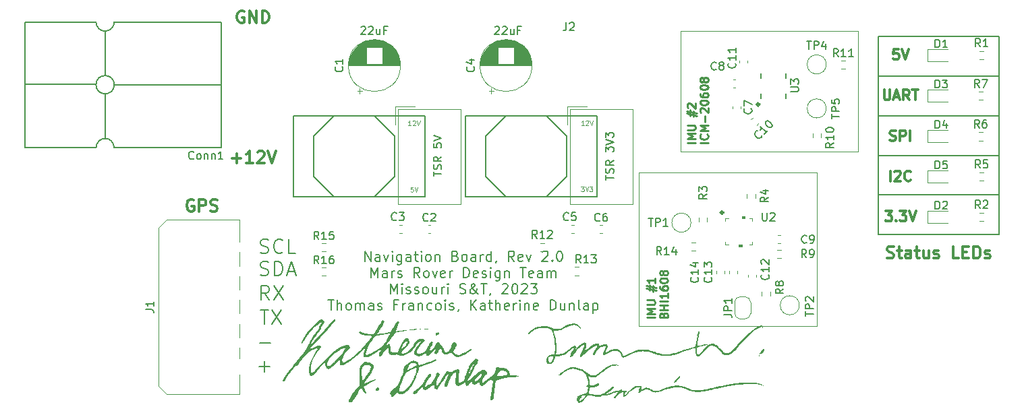
<source format=gbr>
G04 #@! TF.GenerationSoftware,KiCad,Pcbnew,(6.0.8)*
G04 #@! TF.CreationDate,2022-11-19T16:11:50-06:00*
G04 #@! TF.ProjectId,NavBoard_Hardware,4e617642-6f61-4726-945f-486172647761,2_ 2023*
G04 #@! TF.SameCoordinates,Original*
G04 #@! TF.FileFunction,Legend,Top*
G04 #@! TF.FilePolarity,Positive*
%FSLAX46Y46*%
G04 Gerber Fmt 4.6, Leading zero omitted, Abs format (unit mm)*
G04 Created by KiCad (PCBNEW (6.0.8)) date 2022-11-19 16:11:50*
%MOMM*%
%LPD*%
G01*
G04 APERTURE LIST*
%ADD10C,0.120000*%
%ADD11C,0.200000*%
%ADD12C,0.334420*%
%ADD13C,0.150000*%
%ADD14C,0.250000*%
%ADD15C,0.300000*%
%ADD16C,0.100000*%
%ADD17C,0.127000*%
G04 APERTURE END LIST*
D10*
X99250000Y-82260000D02*
X121600000Y-82260000D01*
X121600000Y-82260000D02*
X121600000Y-63000000D01*
X121600000Y-63000000D02*
X99250000Y-63000000D01*
X99250000Y-63000000D02*
X99250000Y-82260000D01*
D11*
X129300000Y-45900000D02*
X144400000Y-45900000D01*
X129300000Y-60840000D02*
X144400000Y-60840000D01*
D12*
X114363179Y-54430000D02*
G75*
G03*
X114363179Y-54430000I-167210J0D01*
G01*
D10*
X104450000Y-60350000D02*
X126700000Y-60350000D01*
X126700000Y-60350000D02*
X126700000Y-45200000D01*
X126700000Y-45200000D02*
X104450000Y-45200000D01*
X104450000Y-45200000D02*
X104450000Y-60350000D01*
D11*
X129300000Y-70800000D02*
X144400000Y-70800000D01*
D12*
X109837210Y-68025580D02*
G75*
G03*
X109837210Y-68025580I-167210J0D01*
G01*
D11*
X129300000Y-65820000D02*
X144400000Y-65820000D01*
X129300000Y-55860000D02*
X144400000Y-55860000D01*
X129300000Y-45900000D02*
X144400000Y-45900000D01*
X144400000Y-45900000D02*
X144400000Y-70800000D01*
X144400000Y-70800000D02*
X129300000Y-70800000D01*
X129300000Y-70800000D02*
X129300000Y-45900000D01*
X129300000Y-50880000D02*
X144400000Y-50880000D01*
D13*
X51745333Y-73077666D02*
X51999333Y-73162333D01*
X52422666Y-73162333D01*
X52592000Y-73077666D01*
X52676666Y-72993000D01*
X52761333Y-72823666D01*
X52761333Y-72654333D01*
X52676666Y-72485000D01*
X52592000Y-72400333D01*
X52422666Y-72315666D01*
X52084000Y-72231000D01*
X51914666Y-72146333D01*
X51830000Y-72061666D01*
X51745333Y-71892333D01*
X51745333Y-71723000D01*
X51830000Y-71553666D01*
X51914666Y-71469000D01*
X52084000Y-71384333D01*
X52507333Y-71384333D01*
X52761333Y-71469000D01*
X54539333Y-72993000D02*
X54454666Y-73077666D01*
X54200666Y-73162333D01*
X54031333Y-73162333D01*
X53777333Y-73077666D01*
X53608000Y-72908333D01*
X53523333Y-72739000D01*
X53438666Y-72400333D01*
X53438666Y-72146333D01*
X53523333Y-71807666D01*
X53608000Y-71638333D01*
X53777333Y-71469000D01*
X54031333Y-71384333D01*
X54200666Y-71384333D01*
X54454666Y-71469000D01*
X54539333Y-71553666D01*
X56148000Y-73162333D02*
X55301333Y-73162333D01*
X55301333Y-71384333D01*
D14*
X101237380Y-81229404D02*
X100237380Y-81229404D01*
X101237380Y-80753214D02*
X100237380Y-80753214D01*
X100951666Y-80419880D01*
X100237380Y-80086547D01*
X101237380Y-80086547D01*
X100237380Y-79610357D02*
X101046904Y-79610357D01*
X101142142Y-79562738D01*
X101189761Y-79515119D01*
X101237380Y-79419880D01*
X101237380Y-79229404D01*
X101189761Y-79134166D01*
X101142142Y-79086547D01*
X101046904Y-79038928D01*
X100237380Y-79038928D01*
X100570714Y-77848452D02*
X100570714Y-77134166D01*
X100142142Y-77562738D02*
X101427857Y-77848452D01*
X100999285Y-77229404D02*
X100999285Y-77943690D01*
X101427857Y-77515119D02*
X100142142Y-77229404D01*
X101237380Y-76277023D02*
X101237380Y-76848452D01*
X101237380Y-76562738D02*
X100237380Y-76562738D01*
X100380238Y-76657976D01*
X100475476Y-76753214D01*
X100523095Y-76848452D01*
X102323571Y-80896071D02*
X102371190Y-80753214D01*
X102418809Y-80705595D01*
X102514047Y-80657976D01*
X102656904Y-80657976D01*
X102752142Y-80705595D01*
X102799761Y-80753214D01*
X102847380Y-80848452D01*
X102847380Y-81229404D01*
X101847380Y-81229404D01*
X101847380Y-80896071D01*
X101895000Y-80800833D01*
X101942619Y-80753214D01*
X102037857Y-80705595D01*
X102133095Y-80705595D01*
X102228333Y-80753214D01*
X102275952Y-80800833D01*
X102323571Y-80896071D01*
X102323571Y-81229404D01*
X102847380Y-80229404D02*
X101847380Y-80229404D01*
X102323571Y-80229404D02*
X102323571Y-79657976D01*
X102847380Y-79657976D02*
X101847380Y-79657976D01*
X102847380Y-79181785D02*
X101847380Y-79181785D01*
X102847380Y-78181785D02*
X102847380Y-78753214D01*
X102847380Y-78467500D02*
X101847380Y-78467500D01*
X101990238Y-78562738D01*
X102085476Y-78657976D01*
X102133095Y-78753214D01*
X101847380Y-77324642D02*
X101847380Y-77515119D01*
X101895000Y-77610357D01*
X101942619Y-77657976D01*
X102085476Y-77753214D01*
X102275952Y-77800833D01*
X102656904Y-77800833D01*
X102752142Y-77753214D01*
X102799761Y-77705595D01*
X102847380Y-77610357D01*
X102847380Y-77419880D01*
X102799761Y-77324642D01*
X102752142Y-77277023D01*
X102656904Y-77229404D01*
X102418809Y-77229404D01*
X102323571Y-77277023D01*
X102275952Y-77324642D01*
X102228333Y-77419880D01*
X102228333Y-77610357D01*
X102275952Y-77705595D01*
X102323571Y-77753214D01*
X102418809Y-77800833D01*
X101847380Y-76610357D02*
X101847380Y-76515119D01*
X101895000Y-76419880D01*
X101942619Y-76372261D01*
X102037857Y-76324642D01*
X102228333Y-76277023D01*
X102466428Y-76277023D01*
X102656904Y-76324642D01*
X102752142Y-76372261D01*
X102799761Y-76419880D01*
X102847380Y-76515119D01*
X102847380Y-76610357D01*
X102799761Y-76705595D01*
X102752142Y-76753214D01*
X102656904Y-76800833D01*
X102466428Y-76848452D01*
X102228333Y-76848452D01*
X102037857Y-76800833D01*
X101942619Y-76753214D01*
X101895000Y-76705595D01*
X101847380Y-76610357D01*
X102275952Y-75705595D02*
X102228333Y-75800833D01*
X102180714Y-75848452D01*
X102085476Y-75896071D01*
X102037857Y-75896071D01*
X101942619Y-75848452D01*
X101895000Y-75800833D01*
X101847380Y-75705595D01*
X101847380Y-75515119D01*
X101895000Y-75419880D01*
X101942619Y-75372261D01*
X102037857Y-75324642D01*
X102085476Y-75324642D01*
X102180714Y-75372261D01*
X102228333Y-75419880D01*
X102275952Y-75515119D01*
X102275952Y-75705595D01*
X102323571Y-75800833D01*
X102371190Y-75848452D01*
X102466428Y-75896071D01*
X102656904Y-75896071D01*
X102752142Y-75848452D01*
X102799761Y-75800833D01*
X102847380Y-75705595D01*
X102847380Y-75515119D01*
X102799761Y-75419880D01*
X102752142Y-75372261D01*
X102656904Y-75324642D01*
X102466428Y-75324642D01*
X102371190Y-75372261D01*
X102323571Y-75419880D01*
X102275952Y-75515119D01*
D13*
X52803666Y-79004333D02*
X52211000Y-78157666D01*
X51787666Y-79004333D02*
X51787666Y-77226333D01*
X52465000Y-77226333D01*
X52634333Y-77311000D01*
X52719000Y-77395666D01*
X52803666Y-77565000D01*
X52803666Y-77819000D01*
X52719000Y-77988333D01*
X52634333Y-78073000D01*
X52465000Y-78157666D01*
X51787666Y-78157666D01*
X53396333Y-77226333D02*
X54581666Y-79004333D01*
X54581666Y-77226333D02*
X53396333Y-79004333D01*
X73452380Y-63447619D02*
X73452380Y-62876190D01*
X74452380Y-63161904D02*
X73452380Y-63161904D01*
X74404761Y-62590476D02*
X74452380Y-62447619D01*
X74452380Y-62209523D01*
X74404761Y-62114285D01*
X74357142Y-62066666D01*
X74261904Y-62019047D01*
X74166666Y-62019047D01*
X74071428Y-62066666D01*
X74023809Y-62114285D01*
X73976190Y-62209523D01*
X73928571Y-62400000D01*
X73880952Y-62495238D01*
X73833333Y-62542857D01*
X73738095Y-62590476D01*
X73642857Y-62590476D01*
X73547619Y-62542857D01*
X73500000Y-62495238D01*
X73452380Y-62400000D01*
X73452380Y-62161904D01*
X73500000Y-62019047D01*
X74452380Y-61019047D02*
X73976190Y-61352380D01*
X74452380Y-61590476D02*
X73452380Y-61590476D01*
X73452380Y-61209523D01*
X73500000Y-61114285D01*
X73547619Y-61066666D01*
X73642857Y-61019047D01*
X73785714Y-61019047D01*
X73880952Y-61066666D01*
X73928571Y-61114285D01*
X73976190Y-61209523D01*
X73976190Y-61590476D01*
X73452380Y-59352380D02*
X73452380Y-59828571D01*
X73928571Y-59876190D01*
X73880952Y-59828571D01*
X73833333Y-59733333D01*
X73833333Y-59495238D01*
X73880952Y-59400000D01*
X73928571Y-59352380D01*
X74023809Y-59304761D01*
X74261904Y-59304761D01*
X74357142Y-59352380D01*
X74404761Y-59400000D01*
X74452380Y-59495238D01*
X74452380Y-59733333D01*
X74404761Y-59828571D01*
X74357142Y-59876190D01*
X73452380Y-59019047D02*
X74452380Y-58685714D01*
X73452380Y-58352380D01*
X95052380Y-63923809D02*
X95052380Y-63352380D01*
X96052380Y-63638095D02*
X95052380Y-63638095D01*
X96004761Y-63066666D02*
X96052380Y-62923809D01*
X96052380Y-62685714D01*
X96004761Y-62590476D01*
X95957142Y-62542857D01*
X95861904Y-62495238D01*
X95766666Y-62495238D01*
X95671428Y-62542857D01*
X95623809Y-62590476D01*
X95576190Y-62685714D01*
X95528571Y-62876190D01*
X95480952Y-62971428D01*
X95433333Y-63019047D01*
X95338095Y-63066666D01*
X95242857Y-63066666D01*
X95147619Y-63019047D01*
X95100000Y-62971428D01*
X95052380Y-62876190D01*
X95052380Y-62638095D01*
X95100000Y-62495238D01*
X96052380Y-61495238D02*
X95576190Y-61828571D01*
X96052380Y-62066666D02*
X95052380Y-62066666D01*
X95052380Y-61685714D01*
X95100000Y-61590476D01*
X95147619Y-61542857D01*
X95242857Y-61495238D01*
X95385714Y-61495238D01*
X95480952Y-61542857D01*
X95528571Y-61590476D01*
X95576190Y-61685714D01*
X95576190Y-62066666D01*
X95052380Y-60400000D02*
X95052380Y-59780952D01*
X95433333Y-60114285D01*
X95433333Y-59971428D01*
X95480952Y-59876190D01*
X95528571Y-59828571D01*
X95623809Y-59780952D01*
X95861904Y-59780952D01*
X95957142Y-59828571D01*
X96004761Y-59876190D01*
X96052380Y-59971428D01*
X96052380Y-60257142D01*
X96004761Y-60352380D01*
X95957142Y-60400000D01*
X95052380Y-59495238D02*
X96052380Y-59161904D01*
X95052380Y-58828571D01*
X95052380Y-58590476D02*
X95052380Y-57971428D01*
X95433333Y-58304761D01*
X95433333Y-58161904D01*
X95480952Y-58066666D01*
X95528571Y-58019047D01*
X95623809Y-57971428D01*
X95861904Y-57971428D01*
X95957142Y-58019047D01*
X96004761Y-58066666D01*
X96052380Y-58161904D01*
X96052380Y-58447619D01*
X96004761Y-58542857D01*
X95957142Y-58590476D01*
X51703000Y-75871666D02*
X51957000Y-75956333D01*
X52380333Y-75956333D01*
X52549666Y-75871666D01*
X52634333Y-75787000D01*
X52719000Y-75617666D01*
X52719000Y-75448333D01*
X52634333Y-75279000D01*
X52549666Y-75194333D01*
X52380333Y-75109666D01*
X52041666Y-75025000D01*
X51872333Y-74940333D01*
X51787666Y-74855666D01*
X51703000Y-74686333D01*
X51703000Y-74517000D01*
X51787666Y-74347666D01*
X51872333Y-74263000D01*
X52041666Y-74178333D01*
X52465000Y-74178333D01*
X52719000Y-74263000D01*
X53481000Y-75956333D02*
X53481000Y-74178333D01*
X53904333Y-74178333D01*
X54158333Y-74263000D01*
X54327666Y-74432333D01*
X54412333Y-74601666D01*
X54497000Y-74940333D01*
X54497000Y-75194333D01*
X54412333Y-75533000D01*
X54327666Y-75702333D01*
X54158333Y-75871666D01*
X53904333Y-75956333D01*
X53481000Y-75956333D01*
X55174333Y-75448333D02*
X56021000Y-75448333D01*
X55005000Y-75956333D02*
X55597666Y-74178333D01*
X56190333Y-75956333D01*
D15*
X130185238Y-67854523D02*
X130971428Y-67854523D01*
X130548095Y-68338333D01*
X130729523Y-68338333D01*
X130850476Y-68398809D01*
X130910952Y-68459285D01*
X130971428Y-68580238D01*
X130971428Y-68882619D01*
X130910952Y-69003571D01*
X130850476Y-69064047D01*
X130729523Y-69124523D01*
X130366666Y-69124523D01*
X130245714Y-69064047D01*
X130185238Y-69003571D01*
X131515714Y-69003571D02*
X131576190Y-69064047D01*
X131515714Y-69124523D01*
X131455238Y-69064047D01*
X131515714Y-69003571D01*
X131515714Y-69124523D01*
X131999523Y-67854523D02*
X132785714Y-67854523D01*
X132362380Y-68338333D01*
X132543809Y-68338333D01*
X132664761Y-68398809D01*
X132725238Y-68459285D01*
X132785714Y-68580238D01*
X132785714Y-68882619D01*
X132725238Y-69003571D01*
X132664761Y-69064047D01*
X132543809Y-69124523D01*
X132180952Y-69124523D01*
X132060000Y-69064047D01*
X131999523Y-69003571D01*
X133148571Y-67854523D02*
X133571904Y-69124523D01*
X133995238Y-67854523D01*
X130810238Y-64054523D02*
X130810238Y-62784523D01*
X131354523Y-62905476D02*
X131415000Y-62845000D01*
X131535952Y-62784523D01*
X131838333Y-62784523D01*
X131959285Y-62845000D01*
X132019761Y-62905476D01*
X132080238Y-63026428D01*
X132080238Y-63147380D01*
X132019761Y-63328809D01*
X131294047Y-64054523D01*
X132080238Y-64054523D01*
X133350238Y-63933571D02*
X133289761Y-63994047D01*
X133108333Y-64054523D01*
X132987380Y-64054523D01*
X132805952Y-63994047D01*
X132685000Y-63873095D01*
X132624523Y-63752142D01*
X132564047Y-63510238D01*
X132564047Y-63328809D01*
X132624523Y-63086904D01*
X132685000Y-62965952D01*
X132805952Y-62845000D01*
X132987380Y-62784523D01*
X133108333Y-62784523D01*
X133289761Y-62845000D01*
X133350238Y-62905476D01*
D13*
X52211000Y-88021333D02*
X52211000Y-86666666D01*
X52888333Y-87344000D02*
X51533666Y-87344000D01*
D16*
X92328571Y-57071428D02*
X91985714Y-57071428D01*
X92157142Y-57071428D02*
X92157142Y-56471428D01*
X92100000Y-56557142D01*
X92042857Y-56614285D01*
X91985714Y-56642857D01*
X92557142Y-56528571D02*
X92585714Y-56500000D01*
X92642857Y-56471428D01*
X92785714Y-56471428D01*
X92842857Y-56500000D01*
X92871428Y-56528571D01*
X92900000Y-56585714D01*
X92900000Y-56642857D01*
X92871428Y-56728571D01*
X92528571Y-57071428D01*
X92900000Y-57071428D01*
X93071428Y-56471428D02*
X93271428Y-57071428D01*
X93471428Y-56471428D01*
D15*
X130034047Y-52614523D02*
X130034047Y-53642619D01*
X130094523Y-53763571D01*
X130155000Y-53824047D01*
X130275952Y-53884523D01*
X130517857Y-53884523D01*
X130638809Y-53824047D01*
X130699285Y-53763571D01*
X130759761Y-53642619D01*
X130759761Y-52614523D01*
X131304047Y-53521666D02*
X131908809Y-53521666D01*
X131183095Y-53884523D02*
X131606428Y-52614523D01*
X132029761Y-53884523D01*
X133178809Y-53884523D02*
X132755476Y-53279761D01*
X132453095Y-53884523D02*
X132453095Y-52614523D01*
X132936904Y-52614523D01*
X133057857Y-52675000D01*
X133118333Y-52735476D01*
X133178809Y-52856428D01*
X133178809Y-53037857D01*
X133118333Y-53158809D01*
X133057857Y-53219285D01*
X132936904Y-53279761D01*
X132453095Y-53279761D01*
X133541666Y-52614523D02*
X134267380Y-52614523D01*
X133904523Y-53884523D02*
X133904523Y-52614523D01*
X43328571Y-66450000D02*
X43185714Y-66378571D01*
X42971428Y-66378571D01*
X42757142Y-66450000D01*
X42614285Y-66592857D01*
X42542857Y-66735714D01*
X42471428Y-67021428D01*
X42471428Y-67235714D01*
X42542857Y-67521428D01*
X42614285Y-67664285D01*
X42757142Y-67807142D01*
X42971428Y-67878571D01*
X43114285Y-67878571D01*
X43328571Y-67807142D01*
X43400000Y-67735714D01*
X43400000Y-67235714D01*
X43114285Y-67235714D01*
X44042857Y-67878571D02*
X44042857Y-66378571D01*
X44614285Y-66378571D01*
X44757142Y-66450000D01*
X44828571Y-66521428D01*
X44900000Y-66664285D01*
X44900000Y-66878571D01*
X44828571Y-67021428D01*
X44757142Y-67092857D01*
X44614285Y-67164285D01*
X44042857Y-67164285D01*
X45471428Y-67807142D02*
X45685714Y-67878571D01*
X46042857Y-67878571D01*
X46185714Y-67807142D01*
X46257142Y-67735714D01*
X46328571Y-67592857D01*
X46328571Y-67450000D01*
X46257142Y-67307142D01*
X46185714Y-67235714D01*
X46042857Y-67164285D01*
X45757142Y-67092857D01*
X45614285Y-67021428D01*
X45542857Y-66950000D01*
X45471428Y-66807142D01*
X45471428Y-66664285D01*
X45542857Y-66521428D01*
X45614285Y-66450000D01*
X45757142Y-66378571D01*
X46114285Y-66378571D01*
X46328571Y-66450000D01*
D16*
X91957142Y-64771428D02*
X92328571Y-64771428D01*
X92128571Y-65000000D01*
X92214285Y-65000000D01*
X92271428Y-65028571D01*
X92300000Y-65057142D01*
X92328571Y-65114285D01*
X92328571Y-65257142D01*
X92300000Y-65314285D01*
X92271428Y-65342857D01*
X92214285Y-65371428D01*
X92042857Y-65371428D01*
X91985714Y-65342857D01*
X91957142Y-65314285D01*
X92500000Y-64771428D02*
X92700000Y-65371428D01*
X92900000Y-64771428D01*
X93042857Y-64771428D02*
X93414285Y-64771428D01*
X93214285Y-65000000D01*
X93300000Y-65000000D01*
X93357142Y-65028571D01*
X93385714Y-65057142D01*
X93414285Y-65114285D01*
X93414285Y-65257142D01*
X93385714Y-65314285D01*
X93357142Y-65342857D01*
X93300000Y-65371428D01*
X93128571Y-65371428D01*
X93071428Y-65342857D01*
X93042857Y-65314285D01*
D15*
X130759761Y-58934047D02*
X130941190Y-58994523D01*
X131243571Y-58994523D01*
X131364523Y-58934047D01*
X131425000Y-58873571D01*
X131485476Y-58752619D01*
X131485476Y-58631666D01*
X131425000Y-58510714D01*
X131364523Y-58450238D01*
X131243571Y-58389761D01*
X131001666Y-58329285D01*
X130880714Y-58268809D01*
X130820238Y-58208333D01*
X130759761Y-58087380D01*
X130759761Y-57966428D01*
X130820238Y-57845476D01*
X130880714Y-57785000D01*
X131001666Y-57724523D01*
X131304047Y-57724523D01*
X131485476Y-57785000D01*
X132029761Y-58994523D02*
X132029761Y-57724523D01*
X132513571Y-57724523D01*
X132634523Y-57785000D01*
X132695000Y-57845476D01*
X132755476Y-57966428D01*
X132755476Y-58147857D01*
X132695000Y-58268809D01*
X132634523Y-58329285D01*
X132513571Y-58389761D01*
X132029761Y-58389761D01*
X133299761Y-58994523D02*
X133299761Y-57724523D01*
D13*
X81157142Y-44747619D02*
X81204761Y-44700000D01*
X81300000Y-44652380D01*
X81538095Y-44652380D01*
X81633333Y-44700000D01*
X81680952Y-44747619D01*
X81728571Y-44842857D01*
X81728571Y-44938095D01*
X81680952Y-45080952D01*
X81109523Y-45652380D01*
X81728571Y-45652380D01*
X82109523Y-44747619D02*
X82157142Y-44700000D01*
X82252380Y-44652380D01*
X82490476Y-44652380D01*
X82585714Y-44700000D01*
X82633333Y-44747619D01*
X82680952Y-44842857D01*
X82680952Y-44938095D01*
X82633333Y-45080952D01*
X82061904Y-45652380D01*
X82680952Y-45652380D01*
X83538095Y-44985714D02*
X83538095Y-45652380D01*
X83109523Y-44985714D02*
X83109523Y-45509523D01*
X83157142Y-45604761D01*
X83252380Y-45652380D01*
X83395238Y-45652380D01*
X83490476Y-45604761D01*
X83538095Y-45557142D01*
X84347619Y-45128571D02*
X84014285Y-45128571D01*
X84014285Y-45652380D02*
X84014285Y-44652380D01*
X84490476Y-44652380D01*
D16*
X70885714Y-64821428D02*
X70600000Y-64821428D01*
X70571428Y-65107142D01*
X70600000Y-65078571D01*
X70657142Y-65050000D01*
X70800000Y-65050000D01*
X70857142Y-65078571D01*
X70885714Y-65107142D01*
X70914285Y-65164285D01*
X70914285Y-65307142D01*
X70885714Y-65364285D01*
X70857142Y-65392857D01*
X70800000Y-65421428D01*
X70657142Y-65421428D01*
X70600000Y-65392857D01*
X70571428Y-65364285D01*
X71085714Y-64821428D02*
X71285714Y-65421428D01*
X71485714Y-64821428D01*
D15*
X131828095Y-47524523D02*
X131223333Y-47524523D01*
X131162857Y-48129285D01*
X131223333Y-48068809D01*
X131344285Y-48008333D01*
X131646666Y-48008333D01*
X131767619Y-48068809D01*
X131828095Y-48129285D01*
X131888571Y-48250238D01*
X131888571Y-48552619D01*
X131828095Y-48673571D01*
X131767619Y-48734047D01*
X131646666Y-48794523D01*
X131344285Y-48794523D01*
X131223333Y-48734047D01*
X131162857Y-48673571D01*
X132251428Y-47524523D02*
X132674761Y-48794523D01*
X133098095Y-47524523D01*
D14*
X106297380Y-59249404D02*
X105297380Y-59249404D01*
X106297380Y-58773214D02*
X105297380Y-58773214D01*
X106011666Y-58439880D01*
X105297380Y-58106547D01*
X106297380Y-58106547D01*
X105297380Y-57630357D02*
X106106904Y-57630357D01*
X106202142Y-57582738D01*
X106249761Y-57535119D01*
X106297380Y-57439880D01*
X106297380Y-57249404D01*
X106249761Y-57154166D01*
X106202142Y-57106547D01*
X106106904Y-57058928D01*
X105297380Y-57058928D01*
X105630714Y-55868452D02*
X105630714Y-55154166D01*
X105202142Y-55582738D02*
X106487857Y-55868452D01*
X106059285Y-55249404D02*
X106059285Y-55963690D01*
X106487857Y-55535119D02*
X105202142Y-55249404D01*
X105392619Y-54868452D02*
X105345000Y-54820833D01*
X105297380Y-54725595D01*
X105297380Y-54487500D01*
X105345000Y-54392261D01*
X105392619Y-54344642D01*
X105487857Y-54297023D01*
X105583095Y-54297023D01*
X105725952Y-54344642D01*
X106297380Y-54916071D01*
X106297380Y-54297023D01*
X107907380Y-59249404D02*
X106907380Y-59249404D01*
X107812142Y-58201785D02*
X107859761Y-58249404D01*
X107907380Y-58392261D01*
X107907380Y-58487500D01*
X107859761Y-58630357D01*
X107764523Y-58725595D01*
X107669285Y-58773214D01*
X107478809Y-58820833D01*
X107335952Y-58820833D01*
X107145476Y-58773214D01*
X107050238Y-58725595D01*
X106955000Y-58630357D01*
X106907380Y-58487500D01*
X106907380Y-58392261D01*
X106955000Y-58249404D01*
X107002619Y-58201785D01*
X107907380Y-57773214D02*
X106907380Y-57773214D01*
X107621666Y-57439880D01*
X106907380Y-57106547D01*
X107907380Y-57106547D01*
X107526428Y-56630357D02*
X107526428Y-55868452D01*
X107002619Y-55439880D02*
X106955000Y-55392261D01*
X106907380Y-55297023D01*
X106907380Y-55058928D01*
X106955000Y-54963690D01*
X107002619Y-54916071D01*
X107097857Y-54868452D01*
X107193095Y-54868452D01*
X107335952Y-54916071D01*
X107907380Y-55487500D01*
X107907380Y-54868452D01*
X106907380Y-54249404D02*
X106907380Y-54154166D01*
X106955000Y-54058928D01*
X107002619Y-54011309D01*
X107097857Y-53963690D01*
X107288333Y-53916071D01*
X107526428Y-53916071D01*
X107716904Y-53963690D01*
X107812142Y-54011309D01*
X107859761Y-54058928D01*
X107907380Y-54154166D01*
X107907380Y-54249404D01*
X107859761Y-54344642D01*
X107812142Y-54392261D01*
X107716904Y-54439880D01*
X107526428Y-54487500D01*
X107288333Y-54487500D01*
X107097857Y-54439880D01*
X107002619Y-54392261D01*
X106955000Y-54344642D01*
X106907380Y-54249404D01*
X106907380Y-53058928D02*
X106907380Y-53249404D01*
X106955000Y-53344642D01*
X107002619Y-53392261D01*
X107145476Y-53487500D01*
X107335952Y-53535119D01*
X107716904Y-53535119D01*
X107812142Y-53487500D01*
X107859761Y-53439880D01*
X107907380Y-53344642D01*
X107907380Y-53154166D01*
X107859761Y-53058928D01*
X107812142Y-53011309D01*
X107716904Y-52963690D01*
X107478809Y-52963690D01*
X107383571Y-53011309D01*
X107335952Y-53058928D01*
X107288333Y-53154166D01*
X107288333Y-53344642D01*
X107335952Y-53439880D01*
X107383571Y-53487500D01*
X107478809Y-53535119D01*
X106907380Y-52344642D02*
X106907380Y-52249404D01*
X106955000Y-52154166D01*
X107002619Y-52106547D01*
X107097857Y-52058928D01*
X107288333Y-52011309D01*
X107526428Y-52011309D01*
X107716904Y-52058928D01*
X107812142Y-52106547D01*
X107859761Y-52154166D01*
X107907380Y-52249404D01*
X107907380Y-52344642D01*
X107859761Y-52439880D01*
X107812142Y-52487500D01*
X107716904Y-52535119D01*
X107526428Y-52582738D01*
X107288333Y-52582738D01*
X107097857Y-52535119D01*
X107002619Y-52487500D01*
X106955000Y-52439880D01*
X106907380Y-52344642D01*
X107335952Y-51439880D02*
X107288333Y-51535119D01*
X107240714Y-51582738D01*
X107145476Y-51630357D01*
X107097857Y-51630357D01*
X107002619Y-51582738D01*
X106955000Y-51535119D01*
X106907380Y-51439880D01*
X106907380Y-51249404D01*
X106955000Y-51154166D01*
X107002619Y-51106547D01*
X107097857Y-51058928D01*
X107145476Y-51058928D01*
X107240714Y-51106547D01*
X107288333Y-51154166D01*
X107335952Y-51249404D01*
X107335952Y-51439880D01*
X107383571Y-51535119D01*
X107431190Y-51582738D01*
X107526428Y-51630357D01*
X107716904Y-51630357D01*
X107812142Y-51582738D01*
X107859761Y-51535119D01*
X107907380Y-51439880D01*
X107907380Y-51249404D01*
X107859761Y-51154166D01*
X107812142Y-51106547D01*
X107716904Y-51058928D01*
X107526428Y-51058928D01*
X107431190Y-51106547D01*
X107383571Y-51154166D01*
X107335952Y-51249404D01*
D16*
X70628571Y-57071428D02*
X70285714Y-57071428D01*
X70457142Y-57071428D02*
X70457142Y-56471428D01*
X70400000Y-56557142D01*
X70342857Y-56614285D01*
X70285714Y-56642857D01*
X70857142Y-56528571D02*
X70885714Y-56500000D01*
X70942857Y-56471428D01*
X71085714Y-56471428D01*
X71142857Y-56500000D01*
X71171428Y-56528571D01*
X71200000Y-56585714D01*
X71200000Y-56642857D01*
X71171428Y-56728571D01*
X70828571Y-57071428D01*
X71200000Y-57071428D01*
X71371428Y-56471428D02*
X71571428Y-57071428D01*
X71771428Y-56471428D01*
D15*
X48157142Y-61207142D02*
X49300000Y-61207142D01*
X48728571Y-61778571D02*
X48728571Y-60635714D01*
X50800000Y-61778571D02*
X49942857Y-61778571D01*
X50371428Y-61778571D02*
X50371428Y-60278571D01*
X50228571Y-60492857D01*
X50085714Y-60635714D01*
X49942857Y-60707142D01*
X51371428Y-60421428D02*
X51442857Y-60350000D01*
X51585714Y-60278571D01*
X51942857Y-60278571D01*
X52085714Y-60350000D01*
X52157142Y-60421428D01*
X52228571Y-60564285D01*
X52228571Y-60707142D01*
X52157142Y-60921428D01*
X51300000Y-61778571D01*
X52228571Y-61778571D01*
X52657142Y-60278571D02*
X53157142Y-61778571D01*
X53657142Y-60278571D01*
D13*
X64852619Y-74147473D02*
X64852619Y-72877473D01*
X65578333Y-74147473D01*
X65578333Y-72877473D01*
X66727380Y-74147473D02*
X66727380Y-73482235D01*
X66666904Y-73361283D01*
X66545952Y-73300807D01*
X66304047Y-73300807D01*
X66183095Y-73361283D01*
X66727380Y-74086997D02*
X66606428Y-74147473D01*
X66304047Y-74147473D01*
X66183095Y-74086997D01*
X66122619Y-73966045D01*
X66122619Y-73845092D01*
X66183095Y-73724140D01*
X66304047Y-73663664D01*
X66606428Y-73663664D01*
X66727380Y-73603188D01*
X67211190Y-73300807D02*
X67513571Y-74147473D01*
X67815952Y-73300807D01*
X68299761Y-74147473D02*
X68299761Y-73300807D01*
X68299761Y-72877473D02*
X68239285Y-72937950D01*
X68299761Y-72998426D01*
X68360238Y-72937950D01*
X68299761Y-72877473D01*
X68299761Y-72998426D01*
X69448809Y-73300807D02*
X69448809Y-74328902D01*
X69388333Y-74449854D01*
X69327857Y-74510330D01*
X69206904Y-74570807D01*
X69025476Y-74570807D01*
X68904523Y-74510330D01*
X69448809Y-74086997D02*
X69327857Y-74147473D01*
X69085952Y-74147473D01*
X68965000Y-74086997D01*
X68904523Y-74026521D01*
X68844047Y-73905569D01*
X68844047Y-73542711D01*
X68904523Y-73421759D01*
X68965000Y-73361283D01*
X69085952Y-73300807D01*
X69327857Y-73300807D01*
X69448809Y-73361283D01*
X70597857Y-74147473D02*
X70597857Y-73482235D01*
X70537380Y-73361283D01*
X70416428Y-73300807D01*
X70174523Y-73300807D01*
X70053571Y-73361283D01*
X70597857Y-74086997D02*
X70476904Y-74147473D01*
X70174523Y-74147473D01*
X70053571Y-74086997D01*
X69993095Y-73966045D01*
X69993095Y-73845092D01*
X70053571Y-73724140D01*
X70174523Y-73663664D01*
X70476904Y-73663664D01*
X70597857Y-73603188D01*
X71021190Y-73300807D02*
X71505000Y-73300807D01*
X71202619Y-72877473D02*
X71202619Y-73966045D01*
X71263095Y-74086997D01*
X71384047Y-74147473D01*
X71505000Y-74147473D01*
X71928333Y-74147473D02*
X71928333Y-73300807D01*
X71928333Y-72877473D02*
X71867857Y-72937950D01*
X71928333Y-72998426D01*
X71988809Y-72937950D01*
X71928333Y-72877473D01*
X71928333Y-72998426D01*
X72714523Y-74147473D02*
X72593571Y-74086997D01*
X72533095Y-74026521D01*
X72472619Y-73905569D01*
X72472619Y-73542711D01*
X72533095Y-73421759D01*
X72593571Y-73361283D01*
X72714523Y-73300807D01*
X72895952Y-73300807D01*
X73016904Y-73361283D01*
X73077380Y-73421759D01*
X73137857Y-73542711D01*
X73137857Y-73905569D01*
X73077380Y-74026521D01*
X73016904Y-74086997D01*
X72895952Y-74147473D01*
X72714523Y-74147473D01*
X73682142Y-73300807D02*
X73682142Y-74147473D01*
X73682142Y-73421759D02*
X73742619Y-73361283D01*
X73863571Y-73300807D01*
X74045000Y-73300807D01*
X74165952Y-73361283D01*
X74226428Y-73482235D01*
X74226428Y-74147473D01*
X76222142Y-73482235D02*
X76403571Y-73542711D01*
X76464047Y-73603188D01*
X76524523Y-73724140D01*
X76524523Y-73905569D01*
X76464047Y-74026521D01*
X76403571Y-74086997D01*
X76282619Y-74147473D01*
X75798809Y-74147473D01*
X75798809Y-72877473D01*
X76222142Y-72877473D01*
X76343095Y-72937950D01*
X76403571Y-72998426D01*
X76464047Y-73119378D01*
X76464047Y-73240330D01*
X76403571Y-73361283D01*
X76343095Y-73421759D01*
X76222142Y-73482235D01*
X75798809Y-73482235D01*
X77250238Y-74147473D02*
X77129285Y-74086997D01*
X77068809Y-74026521D01*
X77008333Y-73905569D01*
X77008333Y-73542711D01*
X77068809Y-73421759D01*
X77129285Y-73361283D01*
X77250238Y-73300807D01*
X77431666Y-73300807D01*
X77552619Y-73361283D01*
X77613095Y-73421759D01*
X77673571Y-73542711D01*
X77673571Y-73905569D01*
X77613095Y-74026521D01*
X77552619Y-74086997D01*
X77431666Y-74147473D01*
X77250238Y-74147473D01*
X78762142Y-74147473D02*
X78762142Y-73482235D01*
X78701666Y-73361283D01*
X78580714Y-73300807D01*
X78338809Y-73300807D01*
X78217857Y-73361283D01*
X78762142Y-74086997D02*
X78641190Y-74147473D01*
X78338809Y-74147473D01*
X78217857Y-74086997D01*
X78157380Y-73966045D01*
X78157380Y-73845092D01*
X78217857Y-73724140D01*
X78338809Y-73663664D01*
X78641190Y-73663664D01*
X78762142Y-73603188D01*
X79366904Y-74147473D02*
X79366904Y-73300807D01*
X79366904Y-73542711D02*
X79427380Y-73421759D01*
X79487857Y-73361283D01*
X79608809Y-73300807D01*
X79729761Y-73300807D01*
X80697380Y-74147473D02*
X80697380Y-72877473D01*
X80697380Y-74086997D02*
X80576428Y-74147473D01*
X80334523Y-74147473D01*
X80213571Y-74086997D01*
X80153095Y-74026521D01*
X80092619Y-73905569D01*
X80092619Y-73542711D01*
X80153095Y-73421759D01*
X80213571Y-73361283D01*
X80334523Y-73300807D01*
X80576428Y-73300807D01*
X80697380Y-73361283D01*
X81362619Y-74086997D02*
X81362619Y-74147473D01*
X81302142Y-74268426D01*
X81241666Y-74328902D01*
X83600238Y-74147473D02*
X83176904Y-73542711D01*
X82874523Y-74147473D02*
X82874523Y-72877473D01*
X83358333Y-72877473D01*
X83479285Y-72937950D01*
X83539761Y-72998426D01*
X83600238Y-73119378D01*
X83600238Y-73300807D01*
X83539761Y-73421759D01*
X83479285Y-73482235D01*
X83358333Y-73542711D01*
X82874523Y-73542711D01*
X84628333Y-74086997D02*
X84507380Y-74147473D01*
X84265476Y-74147473D01*
X84144523Y-74086997D01*
X84084047Y-73966045D01*
X84084047Y-73482235D01*
X84144523Y-73361283D01*
X84265476Y-73300807D01*
X84507380Y-73300807D01*
X84628333Y-73361283D01*
X84688809Y-73482235D01*
X84688809Y-73603188D01*
X84084047Y-73724140D01*
X85112142Y-73300807D02*
X85414523Y-74147473D01*
X85716904Y-73300807D01*
X87107857Y-72998426D02*
X87168333Y-72937950D01*
X87289285Y-72877473D01*
X87591666Y-72877473D01*
X87712619Y-72937950D01*
X87773095Y-72998426D01*
X87833571Y-73119378D01*
X87833571Y-73240330D01*
X87773095Y-73421759D01*
X87047380Y-74147473D01*
X87833571Y-74147473D01*
X88377857Y-74026521D02*
X88438333Y-74086997D01*
X88377857Y-74147473D01*
X88317380Y-74086997D01*
X88377857Y-74026521D01*
X88377857Y-74147473D01*
X89224523Y-72877473D02*
X89345476Y-72877473D01*
X89466428Y-72937950D01*
X89526904Y-72998426D01*
X89587380Y-73119378D01*
X89647857Y-73361283D01*
X89647857Y-73663664D01*
X89587380Y-73905569D01*
X89526904Y-74026521D01*
X89466428Y-74086997D01*
X89345476Y-74147473D01*
X89224523Y-74147473D01*
X89103571Y-74086997D01*
X89043095Y-74026521D01*
X88982619Y-73905569D01*
X88922142Y-73663664D01*
X88922142Y-73361283D01*
X88982619Y-73119378D01*
X89043095Y-72998426D01*
X89103571Y-72937950D01*
X89224523Y-72877473D01*
X65638809Y-76192173D02*
X65638809Y-74922173D01*
X66062142Y-75829316D01*
X66485476Y-74922173D01*
X66485476Y-76192173D01*
X67634523Y-76192173D02*
X67634523Y-75526935D01*
X67574047Y-75405983D01*
X67453095Y-75345507D01*
X67211190Y-75345507D01*
X67090238Y-75405983D01*
X67634523Y-76131697D02*
X67513571Y-76192173D01*
X67211190Y-76192173D01*
X67090238Y-76131697D01*
X67029761Y-76010745D01*
X67029761Y-75889792D01*
X67090238Y-75768840D01*
X67211190Y-75708364D01*
X67513571Y-75708364D01*
X67634523Y-75647888D01*
X68239285Y-76192173D02*
X68239285Y-75345507D01*
X68239285Y-75587411D02*
X68299761Y-75466459D01*
X68360238Y-75405983D01*
X68481190Y-75345507D01*
X68602142Y-75345507D01*
X68965000Y-76131697D02*
X69085952Y-76192173D01*
X69327857Y-76192173D01*
X69448809Y-76131697D01*
X69509285Y-76010745D01*
X69509285Y-75950269D01*
X69448809Y-75829316D01*
X69327857Y-75768840D01*
X69146428Y-75768840D01*
X69025476Y-75708364D01*
X68965000Y-75587411D01*
X68965000Y-75526935D01*
X69025476Y-75405983D01*
X69146428Y-75345507D01*
X69327857Y-75345507D01*
X69448809Y-75405983D01*
X71746904Y-76192173D02*
X71323571Y-75587411D01*
X71021190Y-76192173D02*
X71021190Y-74922173D01*
X71505000Y-74922173D01*
X71625952Y-74982650D01*
X71686428Y-75043126D01*
X71746904Y-75164078D01*
X71746904Y-75345507D01*
X71686428Y-75466459D01*
X71625952Y-75526935D01*
X71505000Y-75587411D01*
X71021190Y-75587411D01*
X72472619Y-76192173D02*
X72351666Y-76131697D01*
X72291190Y-76071221D01*
X72230714Y-75950269D01*
X72230714Y-75587411D01*
X72291190Y-75466459D01*
X72351666Y-75405983D01*
X72472619Y-75345507D01*
X72654047Y-75345507D01*
X72775000Y-75405983D01*
X72835476Y-75466459D01*
X72895952Y-75587411D01*
X72895952Y-75950269D01*
X72835476Y-76071221D01*
X72775000Y-76131697D01*
X72654047Y-76192173D01*
X72472619Y-76192173D01*
X73319285Y-75345507D02*
X73621666Y-76192173D01*
X73924047Y-75345507D01*
X74891666Y-76131697D02*
X74770714Y-76192173D01*
X74528809Y-76192173D01*
X74407857Y-76131697D01*
X74347380Y-76010745D01*
X74347380Y-75526935D01*
X74407857Y-75405983D01*
X74528809Y-75345507D01*
X74770714Y-75345507D01*
X74891666Y-75405983D01*
X74952142Y-75526935D01*
X74952142Y-75647888D01*
X74347380Y-75768840D01*
X75496428Y-76192173D02*
X75496428Y-75345507D01*
X75496428Y-75587411D02*
X75556904Y-75466459D01*
X75617380Y-75405983D01*
X75738333Y-75345507D01*
X75859285Y-75345507D01*
X77250238Y-76192173D02*
X77250238Y-74922173D01*
X77552619Y-74922173D01*
X77734047Y-74982650D01*
X77855000Y-75103602D01*
X77915476Y-75224554D01*
X77975952Y-75466459D01*
X77975952Y-75647888D01*
X77915476Y-75889792D01*
X77855000Y-76010745D01*
X77734047Y-76131697D01*
X77552619Y-76192173D01*
X77250238Y-76192173D01*
X79004047Y-76131697D02*
X78883095Y-76192173D01*
X78641190Y-76192173D01*
X78520238Y-76131697D01*
X78459761Y-76010745D01*
X78459761Y-75526935D01*
X78520238Y-75405983D01*
X78641190Y-75345507D01*
X78883095Y-75345507D01*
X79004047Y-75405983D01*
X79064523Y-75526935D01*
X79064523Y-75647888D01*
X78459761Y-75768840D01*
X79548333Y-76131697D02*
X79669285Y-76192173D01*
X79911190Y-76192173D01*
X80032142Y-76131697D01*
X80092619Y-76010745D01*
X80092619Y-75950269D01*
X80032142Y-75829316D01*
X79911190Y-75768840D01*
X79729761Y-75768840D01*
X79608809Y-75708364D01*
X79548333Y-75587411D01*
X79548333Y-75526935D01*
X79608809Y-75405983D01*
X79729761Y-75345507D01*
X79911190Y-75345507D01*
X80032142Y-75405983D01*
X80636904Y-76192173D02*
X80636904Y-75345507D01*
X80636904Y-74922173D02*
X80576428Y-74982650D01*
X80636904Y-75043126D01*
X80697380Y-74982650D01*
X80636904Y-74922173D01*
X80636904Y-75043126D01*
X81785952Y-75345507D02*
X81785952Y-76373602D01*
X81725476Y-76494554D01*
X81665000Y-76555030D01*
X81544047Y-76615507D01*
X81362619Y-76615507D01*
X81241666Y-76555030D01*
X81785952Y-76131697D02*
X81665000Y-76192173D01*
X81423095Y-76192173D01*
X81302142Y-76131697D01*
X81241666Y-76071221D01*
X81181190Y-75950269D01*
X81181190Y-75587411D01*
X81241666Y-75466459D01*
X81302142Y-75405983D01*
X81423095Y-75345507D01*
X81665000Y-75345507D01*
X81785952Y-75405983D01*
X82390714Y-75345507D02*
X82390714Y-76192173D01*
X82390714Y-75466459D02*
X82451190Y-75405983D01*
X82572142Y-75345507D01*
X82753571Y-75345507D01*
X82874523Y-75405983D01*
X82935000Y-75526935D01*
X82935000Y-76192173D01*
X84325952Y-74922173D02*
X85051666Y-74922173D01*
X84688809Y-76192173D02*
X84688809Y-74922173D01*
X85958809Y-76131697D02*
X85837857Y-76192173D01*
X85595952Y-76192173D01*
X85475000Y-76131697D01*
X85414523Y-76010745D01*
X85414523Y-75526935D01*
X85475000Y-75405983D01*
X85595952Y-75345507D01*
X85837857Y-75345507D01*
X85958809Y-75405983D01*
X86019285Y-75526935D01*
X86019285Y-75647888D01*
X85414523Y-75768840D01*
X87107857Y-76192173D02*
X87107857Y-75526935D01*
X87047380Y-75405983D01*
X86926428Y-75345507D01*
X86684523Y-75345507D01*
X86563571Y-75405983D01*
X87107857Y-76131697D02*
X86986904Y-76192173D01*
X86684523Y-76192173D01*
X86563571Y-76131697D01*
X86503095Y-76010745D01*
X86503095Y-75889792D01*
X86563571Y-75768840D01*
X86684523Y-75708364D01*
X86986904Y-75708364D01*
X87107857Y-75647888D01*
X87712619Y-76192173D02*
X87712619Y-75345507D01*
X87712619Y-75466459D02*
X87773095Y-75405983D01*
X87894047Y-75345507D01*
X88075476Y-75345507D01*
X88196428Y-75405983D01*
X88256904Y-75526935D01*
X88256904Y-76192173D01*
X88256904Y-75526935D02*
X88317380Y-75405983D01*
X88438333Y-75345507D01*
X88619761Y-75345507D01*
X88740714Y-75405983D01*
X88801190Y-75526935D01*
X88801190Y-76192173D01*
X68057857Y-78236873D02*
X68057857Y-76966873D01*
X68481190Y-77874016D01*
X68904523Y-76966873D01*
X68904523Y-78236873D01*
X69509285Y-78236873D02*
X69509285Y-77390207D01*
X69509285Y-76966873D02*
X69448809Y-77027350D01*
X69509285Y-77087826D01*
X69569761Y-77027350D01*
X69509285Y-76966873D01*
X69509285Y-77087826D01*
X70053571Y-78176397D02*
X70174523Y-78236873D01*
X70416428Y-78236873D01*
X70537380Y-78176397D01*
X70597857Y-78055445D01*
X70597857Y-77994969D01*
X70537380Y-77874016D01*
X70416428Y-77813540D01*
X70235000Y-77813540D01*
X70114047Y-77753064D01*
X70053571Y-77632111D01*
X70053571Y-77571635D01*
X70114047Y-77450683D01*
X70235000Y-77390207D01*
X70416428Y-77390207D01*
X70537380Y-77450683D01*
X71081666Y-78176397D02*
X71202619Y-78236873D01*
X71444523Y-78236873D01*
X71565476Y-78176397D01*
X71625952Y-78055445D01*
X71625952Y-77994969D01*
X71565476Y-77874016D01*
X71444523Y-77813540D01*
X71263095Y-77813540D01*
X71142142Y-77753064D01*
X71081666Y-77632111D01*
X71081666Y-77571635D01*
X71142142Y-77450683D01*
X71263095Y-77390207D01*
X71444523Y-77390207D01*
X71565476Y-77450683D01*
X72351666Y-78236873D02*
X72230714Y-78176397D01*
X72170238Y-78115921D01*
X72109761Y-77994969D01*
X72109761Y-77632111D01*
X72170238Y-77511159D01*
X72230714Y-77450683D01*
X72351666Y-77390207D01*
X72533095Y-77390207D01*
X72654047Y-77450683D01*
X72714523Y-77511159D01*
X72775000Y-77632111D01*
X72775000Y-77994969D01*
X72714523Y-78115921D01*
X72654047Y-78176397D01*
X72533095Y-78236873D01*
X72351666Y-78236873D01*
X73863571Y-77390207D02*
X73863571Y-78236873D01*
X73319285Y-77390207D02*
X73319285Y-78055445D01*
X73379761Y-78176397D01*
X73500714Y-78236873D01*
X73682142Y-78236873D01*
X73803095Y-78176397D01*
X73863571Y-78115921D01*
X74468333Y-78236873D02*
X74468333Y-77390207D01*
X74468333Y-77632111D02*
X74528809Y-77511159D01*
X74589285Y-77450683D01*
X74710238Y-77390207D01*
X74831190Y-77390207D01*
X75254523Y-78236873D02*
X75254523Y-77390207D01*
X75254523Y-76966873D02*
X75194047Y-77027350D01*
X75254523Y-77087826D01*
X75315000Y-77027350D01*
X75254523Y-76966873D01*
X75254523Y-77087826D01*
X76766428Y-78176397D02*
X76947857Y-78236873D01*
X77250238Y-78236873D01*
X77371190Y-78176397D01*
X77431666Y-78115921D01*
X77492142Y-77994969D01*
X77492142Y-77874016D01*
X77431666Y-77753064D01*
X77371190Y-77692588D01*
X77250238Y-77632111D01*
X77008333Y-77571635D01*
X76887380Y-77511159D01*
X76826904Y-77450683D01*
X76766428Y-77329730D01*
X76766428Y-77208778D01*
X76826904Y-77087826D01*
X76887380Y-77027350D01*
X77008333Y-76966873D01*
X77310714Y-76966873D01*
X77492142Y-77027350D01*
X79064523Y-78236873D02*
X79004047Y-78236873D01*
X78883095Y-78176397D01*
X78701666Y-77994969D01*
X78399285Y-77632111D01*
X78278333Y-77450683D01*
X78217857Y-77269254D01*
X78217857Y-77148302D01*
X78278333Y-77027350D01*
X78399285Y-76966873D01*
X78459761Y-76966873D01*
X78580714Y-77027350D01*
X78641190Y-77148302D01*
X78641190Y-77208778D01*
X78580714Y-77329730D01*
X78520238Y-77390207D01*
X78157380Y-77632111D01*
X78096904Y-77692588D01*
X78036428Y-77813540D01*
X78036428Y-77994969D01*
X78096904Y-78115921D01*
X78157380Y-78176397D01*
X78278333Y-78236873D01*
X78459761Y-78236873D01*
X78580714Y-78176397D01*
X78641190Y-78115921D01*
X78822619Y-77874016D01*
X78883095Y-77692588D01*
X78883095Y-77571635D01*
X79427380Y-76966873D02*
X80153095Y-76966873D01*
X79790238Y-78236873D02*
X79790238Y-76966873D01*
X80636904Y-78176397D02*
X80636904Y-78236873D01*
X80576428Y-78357826D01*
X80515952Y-78418302D01*
X82088333Y-77087826D02*
X82148809Y-77027350D01*
X82269761Y-76966873D01*
X82572142Y-76966873D01*
X82693095Y-77027350D01*
X82753571Y-77087826D01*
X82814047Y-77208778D01*
X82814047Y-77329730D01*
X82753571Y-77511159D01*
X82027857Y-78236873D01*
X82814047Y-78236873D01*
X83600238Y-76966873D02*
X83721190Y-76966873D01*
X83842142Y-77027350D01*
X83902619Y-77087826D01*
X83963095Y-77208778D01*
X84023571Y-77450683D01*
X84023571Y-77753064D01*
X83963095Y-77994969D01*
X83902619Y-78115921D01*
X83842142Y-78176397D01*
X83721190Y-78236873D01*
X83600238Y-78236873D01*
X83479285Y-78176397D01*
X83418809Y-78115921D01*
X83358333Y-77994969D01*
X83297857Y-77753064D01*
X83297857Y-77450683D01*
X83358333Y-77208778D01*
X83418809Y-77087826D01*
X83479285Y-77027350D01*
X83600238Y-76966873D01*
X84507380Y-77087826D02*
X84567857Y-77027350D01*
X84688809Y-76966873D01*
X84991190Y-76966873D01*
X85112142Y-77027350D01*
X85172619Y-77087826D01*
X85233095Y-77208778D01*
X85233095Y-77329730D01*
X85172619Y-77511159D01*
X84446904Y-78236873D01*
X85233095Y-78236873D01*
X85656428Y-76966873D02*
X86442619Y-76966873D01*
X86019285Y-77450683D01*
X86200714Y-77450683D01*
X86321666Y-77511159D01*
X86382142Y-77571635D01*
X86442619Y-77692588D01*
X86442619Y-77994969D01*
X86382142Y-78115921D01*
X86321666Y-78176397D01*
X86200714Y-78236873D01*
X85837857Y-78236873D01*
X85716904Y-78176397D01*
X85656428Y-78115921D01*
X60226190Y-79011573D02*
X60951904Y-79011573D01*
X60589047Y-80281573D02*
X60589047Y-79011573D01*
X61375238Y-80281573D02*
X61375238Y-79011573D01*
X61919523Y-80281573D02*
X61919523Y-79616335D01*
X61859047Y-79495383D01*
X61738095Y-79434907D01*
X61556666Y-79434907D01*
X61435714Y-79495383D01*
X61375238Y-79555859D01*
X62705714Y-80281573D02*
X62584761Y-80221097D01*
X62524285Y-80160621D01*
X62463809Y-80039669D01*
X62463809Y-79676811D01*
X62524285Y-79555859D01*
X62584761Y-79495383D01*
X62705714Y-79434907D01*
X62887142Y-79434907D01*
X63008095Y-79495383D01*
X63068571Y-79555859D01*
X63129047Y-79676811D01*
X63129047Y-80039669D01*
X63068571Y-80160621D01*
X63008095Y-80221097D01*
X62887142Y-80281573D01*
X62705714Y-80281573D01*
X63673333Y-80281573D02*
X63673333Y-79434907D01*
X63673333Y-79555859D02*
X63733809Y-79495383D01*
X63854761Y-79434907D01*
X64036190Y-79434907D01*
X64157142Y-79495383D01*
X64217619Y-79616335D01*
X64217619Y-80281573D01*
X64217619Y-79616335D02*
X64278095Y-79495383D01*
X64399047Y-79434907D01*
X64580476Y-79434907D01*
X64701428Y-79495383D01*
X64761904Y-79616335D01*
X64761904Y-80281573D01*
X65910952Y-80281573D02*
X65910952Y-79616335D01*
X65850476Y-79495383D01*
X65729523Y-79434907D01*
X65487619Y-79434907D01*
X65366666Y-79495383D01*
X65910952Y-80221097D02*
X65789999Y-80281573D01*
X65487619Y-80281573D01*
X65366666Y-80221097D01*
X65306190Y-80100145D01*
X65306190Y-79979192D01*
X65366666Y-79858240D01*
X65487619Y-79797764D01*
X65789999Y-79797764D01*
X65910952Y-79737288D01*
X66455238Y-80221097D02*
X66576190Y-80281573D01*
X66818095Y-80281573D01*
X66939047Y-80221097D01*
X66999523Y-80100145D01*
X66999523Y-80039669D01*
X66939047Y-79918716D01*
X66818095Y-79858240D01*
X66636666Y-79858240D01*
X66515714Y-79797764D01*
X66455238Y-79676811D01*
X66455238Y-79616335D01*
X66515714Y-79495383D01*
X66636666Y-79434907D01*
X66818095Y-79434907D01*
X66939047Y-79495383D01*
X68934761Y-79616335D02*
X68511428Y-79616335D01*
X68511428Y-80281573D02*
X68511428Y-79011573D01*
X69116190Y-79011573D01*
X69600000Y-80281573D02*
X69600000Y-79434907D01*
X69600000Y-79676811D02*
X69660476Y-79555859D01*
X69720952Y-79495383D01*
X69841904Y-79434907D01*
X69962857Y-79434907D01*
X70930476Y-80281573D02*
X70930476Y-79616335D01*
X70870000Y-79495383D01*
X70749047Y-79434907D01*
X70507142Y-79434907D01*
X70386190Y-79495383D01*
X70930476Y-80221097D02*
X70809523Y-80281573D01*
X70507142Y-80281573D01*
X70386190Y-80221097D01*
X70325714Y-80100145D01*
X70325714Y-79979192D01*
X70386190Y-79858240D01*
X70507142Y-79797764D01*
X70809523Y-79797764D01*
X70930476Y-79737288D01*
X71535238Y-79434907D02*
X71535238Y-80281573D01*
X71535238Y-79555859D02*
X71595714Y-79495383D01*
X71716666Y-79434907D01*
X71898095Y-79434907D01*
X72019047Y-79495383D01*
X72079523Y-79616335D01*
X72079523Y-80281573D01*
X73228571Y-80221097D02*
X73107619Y-80281573D01*
X72865714Y-80281573D01*
X72744761Y-80221097D01*
X72684285Y-80160621D01*
X72623809Y-80039669D01*
X72623809Y-79676811D01*
X72684285Y-79555859D01*
X72744761Y-79495383D01*
X72865714Y-79434907D01*
X73107619Y-79434907D01*
X73228571Y-79495383D01*
X73954285Y-80281573D02*
X73833333Y-80221097D01*
X73772857Y-80160621D01*
X73712380Y-80039669D01*
X73712380Y-79676811D01*
X73772857Y-79555859D01*
X73833333Y-79495383D01*
X73954285Y-79434907D01*
X74135714Y-79434907D01*
X74256666Y-79495383D01*
X74317142Y-79555859D01*
X74377619Y-79676811D01*
X74377619Y-80039669D01*
X74317142Y-80160621D01*
X74256666Y-80221097D01*
X74135714Y-80281573D01*
X73954285Y-80281573D01*
X74921904Y-80281573D02*
X74921904Y-79434907D01*
X74921904Y-79011573D02*
X74861428Y-79072050D01*
X74921904Y-79132526D01*
X74982380Y-79072050D01*
X74921904Y-79011573D01*
X74921904Y-79132526D01*
X75466190Y-80221097D02*
X75587142Y-80281573D01*
X75829047Y-80281573D01*
X75950000Y-80221097D01*
X76010476Y-80100145D01*
X76010476Y-80039669D01*
X75950000Y-79918716D01*
X75829047Y-79858240D01*
X75647619Y-79858240D01*
X75526666Y-79797764D01*
X75466190Y-79676811D01*
X75466190Y-79616335D01*
X75526666Y-79495383D01*
X75647619Y-79434907D01*
X75829047Y-79434907D01*
X75950000Y-79495383D01*
X76615238Y-80221097D02*
X76615238Y-80281573D01*
X76554761Y-80402526D01*
X76494285Y-80463002D01*
X78127142Y-80281573D02*
X78127142Y-79011573D01*
X78852857Y-80281573D02*
X78308571Y-79555859D01*
X78852857Y-79011573D02*
X78127142Y-79737288D01*
X79941428Y-80281573D02*
X79941428Y-79616335D01*
X79880952Y-79495383D01*
X79760000Y-79434907D01*
X79518095Y-79434907D01*
X79397142Y-79495383D01*
X79941428Y-80221097D02*
X79820476Y-80281573D01*
X79518095Y-80281573D01*
X79397142Y-80221097D01*
X79336666Y-80100145D01*
X79336666Y-79979192D01*
X79397142Y-79858240D01*
X79518095Y-79797764D01*
X79820476Y-79797764D01*
X79941428Y-79737288D01*
X80364761Y-79434907D02*
X80848571Y-79434907D01*
X80546190Y-79011573D02*
X80546190Y-80100145D01*
X80606666Y-80221097D01*
X80727619Y-80281573D01*
X80848571Y-80281573D01*
X81271904Y-80281573D02*
X81271904Y-79011573D01*
X81816190Y-80281573D02*
X81816190Y-79616335D01*
X81755714Y-79495383D01*
X81634761Y-79434907D01*
X81453333Y-79434907D01*
X81332380Y-79495383D01*
X81271904Y-79555859D01*
X82904761Y-80221097D02*
X82783809Y-80281573D01*
X82541904Y-80281573D01*
X82420952Y-80221097D01*
X82360476Y-80100145D01*
X82360476Y-79616335D01*
X82420952Y-79495383D01*
X82541904Y-79434907D01*
X82783809Y-79434907D01*
X82904761Y-79495383D01*
X82965238Y-79616335D01*
X82965238Y-79737288D01*
X82360476Y-79858240D01*
X83509523Y-80281573D02*
X83509523Y-79434907D01*
X83509523Y-79676811D02*
X83570000Y-79555859D01*
X83630476Y-79495383D01*
X83751428Y-79434907D01*
X83872380Y-79434907D01*
X84295714Y-80281573D02*
X84295714Y-79434907D01*
X84295714Y-79011573D02*
X84235238Y-79072050D01*
X84295714Y-79132526D01*
X84356190Y-79072050D01*
X84295714Y-79011573D01*
X84295714Y-79132526D01*
X84900476Y-79434907D02*
X84900476Y-80281573D01*
X84900476Y-79555859D02*
X84960952Y-79495383D01*
X85081904Y-79434907D01*
X85263333Y-79434907D01*
X85384285Y-79495383D01*
X85444761Y-79616335D01*
X85444761Y-80281573D01*
X86533333Y-80221097D02*
X86412380Y-80281573D01*
X86170476Y-80281573D01*
X86049523Y-80221097D01*
X85989047Y-80100145D01*
X85989047Y-79616335D01*
X86049523Y-79495383D01*
X86170476Y-79434907D01*
X86412380Y-79434907D01*
X86533333Y-79495383D01*
X86593809Y-79616335D01*
X86593809Y-79737288D01*
X85989047Y-79858240D01*
X88105714Y-80281573D02*
X88105714Y-79011573D01*
X88408095Y-79011573D01*
X88589523Y-79072050D01*
X88710476Y-79193002D01*
X88770952Y-79313954D01*
X88831428Y-79555859D01*
X88831428Y-79737288D01*
X88770952Y-79979192D01*
X88710476Y-80100145D01*
X88589523Y-80221097D01*
X88408095Y-80281573D01*
X88105714Y-80281573D01*
X89920000Y-79434907D02*
X89920000Y-80281573D01*
X89375714Y-79434907D02*
X89375714Y-80100145D01*
X89436190Y-80221097D01*
X89557142Y-80281573D01*
X89738571Y-80281573D01*
X89859523Y-80221097D01*
X89920000Y-80160621D01*
X90524761Y-79434907D02*
X90524761Y-80281573D01*
X90524761Y-79555859D02*
X90585238Y-79495383D01*
X90706190Y-79434907D01*
X90887619Y-79434907D01*
X91008571Y-79495383D01*
X91069047Y-79616335D01*
X91069047Y-80281573D01*
X91855238Y-80281573D02*
X91734285Y-80221097D01*
X91673809Y-80100145D01*
X91673809Y-79011573D01*
X92883333Y-80281573D02*
X92883333Y-79616335D01*
X92822857Y-79495383D01*
X92701904Y-79434907D01*
X92460000Y-79434907D01*
X92339047Y-79495383D01*
X92883333Y-80221097D02*
X92762380Y-80281573D01*
X92460000Y-80281573D01*
X92339047Y-80221097D01*
X92278571Y-80100145D01*
X92278571Y-79979192D01*
X92339047Y-79858240D01*
X92460000Y-79797764D01*
X92762380Y-79797764D01*
X92883333Y-79737288D01*
X93488095Y-79434907D02*
X93488095Y-80704907D01*
X93488095Y-79495383D02*
X93609047Y-79434907D01*
X93850952Y-79434907D01*
X93971904Y-79495383D01*
X94032380Y-79555859D01*
X94092857Y-79676811D01*
X94092857Y-80039669D01*
X94032380Y-80160621D01*
X93971904Y-80221097D01*
X93850952Y-80281573D01*
X93609047Y-80281573D01*
X93488095Y-80221097D01*
X64357142Y-44747619D02*
X64404761Y-44700000D01*
X64500000Y-44652380D01*
X64738095Y-44652380D01*
X64833333Y-44700000D01*
X64880952Y-44747619D01*
X64928571Y-44842857D01*
X64928571Y-44938095D01*
X64880952Y-45080952D01*
X64309523Y-45652380D01*
X64928571Y-45652380D01*
X65309523Y-44747619D02*
X65357142Y-44700000D01*
X65452380Y-44652380D01*
X65690476Y-44652380D01*
X65785714Y-44700000D01*
X65833333Y-44747619D01*
X65880952Y-44842857D01*
X65880952Y-44938095D01*
X65833333Y-45080952D01*
X65261904Y-45652380D01*
X65880952Y-45652380D01*
X66738095Y-44985714D02*
X66738095Y-45652380D01*
X66309523Y-44985714D02*
X66309523Y-45509523D01*
X66357142Y-45604761D01*
X66452380Y-45652380D01*
X66595238Y-45652380D01*
X66690476Y-45604761D01*
X66738095Y-45557142D01*
X67547619Y-45128571D02*
X67214285Y-45128571D01*
X67214285Y-45652380D02*
X67214285Y-44652380D01*
X67690476Y-44652380D01*
X51660666Y-84423000D02*
X53015333Y-84423000D01*
X51745333Y-80274333D02*
X52761333Y-80274333D01*
X52253333Y-82052333D02*
X52253333Y-80274333D01*
X53184666Y-80274333D02*
X54370000Y-82052333D01*
X54370000Y-80274333D02*
X53184666Y-82052333D01*
D15*
X49657142Y-42750000D02*
X49514285Y-42678571D01*
X49300000Y-42678571D01*
X49085714Y-42750000D01*
X48942857Y-42892857D01*
X48871428Y-43035714D01*
X48800000Y-43321428D01*
X48800000Y-43535714D01*
X48871428Y-43821428D01*
X48942857Y-43964285D01*
X49085714Y-44107142D01*
X49300000Y-44178571D01*
X49442857Y-44178571D01*
X49657142Y-44107142D01*
X49728571Y-44035714D01*
X49728571Y-43535714D01*
X49442857Y-43535714D01*
X50371428Y-44178571D02*
X50371428Y-42678571D01*
X51228571Y-44178571D01*
X51228571Y-42678571D01*
X51942857Y-44178571D02*
X51942857Y-42678571D01*
X52300000Y-42678571D01*
X52514285Y-42750000D01*
X52657142Y-42892857D01*
X52728571Y-43035714D01*
X52800000Y-43321428D01*
X52800000Y-43535714D01*
X52728571Y-43821428D01*
X52657142Y-43964285D01*
X52514285Y-44107142D01*
X52300000Y-44178571D01*
X51942857Y-44178571D01*
X130385714Y-73707142D02*
X130600000Y-73778571D01*
X130957142Y-73778571D01*
X131100000Y-73707142D01*
X131171428Y-73635714D01*
X131242857Y-73492857D01*
X131242857Y-73350000D01*
X131171428Y-73207142D01*
X131100000Y-73135714D01*
X130957142Y-73064285D01*
X130671428Y-72992857D01*
X130528571Y-72921428D01*
X130457142Y-72850000D01*
X130385714Y-72707142D01*
X130385714Y-72564285D01*
X130457142Y-72421428D01*
X130528571Y-72350000D01*
X130671428Y-72278571D01*
X131028571Y-72278571D01*
X131242857Y-72350000D01*
X131671428Y-72778571D02*
X132242857Y-72778571D01*
X131885714Y-72278571D02*
X131885714Y-73564285D01*
X131957142Y-73707142D01*
X132100000Y-73778571D01*
X132242857Y-73778571D01*
X133385714Y-73778571D02*
X133385714Y-72992857D01*
X133314285Y-72850000D01*
X133171428Y-72778571D01*
X132885714Y-72778571D01*
X132742857Y-72850000D01*
X133385714Y-73707142D02*
X133242857Y-73778571D01*
X132885714Y-73778571D01*
X132742857Y-73707142D01*
X132671428Y-73564285D01*
X132671428Y-73421428D01*
X132742857Y-73278571D01*
X132885714Y-73207142D01*
X133242857Y-73207142D01*
X133385714Y-73135714D01*
X133885714Y-72778571D02*
X134457142Y-72778571D01*
X134100000Y-72278571D02*
X134100000Y-73564285D01*
X134171428Y-73707142D01*
X134314285Y-73778571D01*
X134457142Y-73778571D01*
X135600000Y-72778571D02*
X135600000Y-73778571D01*
X134957142Y-72778571D02*
X134957142Y-73564285D01*
X135028571Y-73707142D01*
X135171428Y-73778571D01*
X135385714Y-73778571D01*
X135528571Y-73707142D01*
X135600000Y-73635714D01*
X136242857Y-73707142D02*
X136385714Y-73778571D01*
X136671428Y-73778571D01*
X136814285Y-73707142D01*
X136885714Y-73564285D01*
X136885714Y-73492857D01*
X136814285Y-73350000D01*
X136671428Y-73278571D01*
X136457142Y-73278571D01*
X136314285Y-73207142D01*
X136242857Y-73064285D01*
X136242857Y-72992857D01*
X136314285Y-72850000D01*
X136457142Y-72778571D01*
X136671428Y-72778571D01*
X136814285Y-72850000D01*
X139385714Y-73778571D02*
X138671428Y-73778571D01*
X138671428Y-72278571D01*
X139885714Y-72992857D02*
X140385714Y-72992857D01*
X140600000Y-73778571D02*
X139885714Y-73778571D01*
X139885714Y-72278571D01*
X140600000Y-72278571D01*
X141242857Y-73778571D02*
X141242857Y-72278571D01*
X141600000Y-72278571D01*
X141814285Y-72350000D01*
X141957142Y-72492857D01*
X142028571Y-72635714D01*
X142100000Y-72921428D01*
X142100000Y-73135714D01*
X142028571Y-73421428D01*
X141957142Y-73564285D01*
X141814285Y-73707142D01*
X141600000Y-73778571D01*
X141242857Y-73778571D01*
X142671428Y-73707142D02*
X142814285Y-73778571D01*
X143100000Y-73778571D01*
X143242857Y-73707142D01*
X143314285Y-73564285D01*
X143314285Y-73492857D01*
X143242857Y-73350000D01*
X143100000Y-73278571D01*
X142885714Y-73278571D01*
X142742857Y-73207142D01*
X142671428Y-73064285D01*
X142671428Y-72992857D01*
X142742857Y-72850000D01*
X142885714Y-72778571D01*
X143100000Y-72778571D01*
X143242857Y-72850000D01*
D13*
X61997142Y-49716666D02*
X62044761Y-49764285D01*
X62092380Y-49907142D01*
X62092380Y-50002380D01*
X62044761Y-50145238D01*
X61949523Y-50240476D01*
X61854285Y-50288095D01*
X61663809Y-50335714D01*
X61520952Y-50335714D01*
X61330476Y-50288095D01*
X61235238Y-50240476D01*
X61140000Y-50145238D01*
X61092380Y-50002380D01*
X61092380Y-49907142D01*
X61140000Y-49764285D01*
X61187619Y-49716666D01*
X62092380Y-48764285D02*
X62092380Y-49335714D01*
X62092380Y-49050000D02*
X61092380Y-49050000D01*
X61235238Y-49145238D01*
X61330476Y-49240476D01*
X61378095Y-49335714D01*
X72745833Y-69027142D02*
X72698214Y-69074761D01*
X72555357Y-69122380D01*
X72460119Y-69122380D01*
X72317261Y-69074761D01*
X72222023Y-68979523D01*
X72174404Y-68884285D01*
X72126785Y-68693809D01*
X72126785Y-68550952D01*
X72174404Y-68360476D01*
X72222023Y-68265238D01*
X72317261Y-68170000D01*
X72460119Y-68122380D01*
X72555357Y-68122380D01*
X72698214Y-68170000D01*
X72745833Y-68217619D01*
X73126785Y-68217619D02*
X73174404Y-68170000D01*
X73269642Y-68122380D01*
X73507738Y-68122380D01*
X73602976Y-68170000D01*
X73650595Y-68217619D01*
X73698214Y-68312857D01*
X73698214Y-68408095D01*
X73650595Y-68550952D01*
X73079166Y-69122380D01*
X73698214Y-69122380D01*
X68802333Y-68933142D02*
X68754714Y-68980761D01*
X68611857Y-69028380D01*
X68516619Y-69028380D01*
X68373761Y-68980761D01*
X68278523Y-68885523D01*
X68230904Y-68790285D01*
X68183285Y-68599809D01*
X68183285Y-68456952D01*
X68230904Y-68266476D01*
X68278523Y-68171238D01*
X68373761Y-68076000D01*
X68516619Y-68028380D01*
X68611857Y-68028380D01*
X68754714Y-68076000D01*
X68802333Y-68123619D01*
X69135666Y-68028380D02*
X69754714Y-68028380D01*
X69421380Y-68409333D01*
X69564238Y-68409333D01*
X69659476Y-68456952D01*
X69707095Y-68504571D01*
X69754714Y-68599809D01*
X69754714Y-68837904D01*
X69707095Y-68933142D01*
X69659476Y-68980761D01*
X69564238Y-69028380D01*
X69278523Y-69028380D01*
X69183285Y-68980761D01*
X69135666Y-68933142D01*
X78507142Y-49716666D02*
X78554761Y-49764285D01*
X78602380Y-49907142D01*
X78602380Y-50002380D01*
X78554761Y-50145238D01*
X78459523Y-50240476D01*
X78364285Y-50288095D01*
X78173809Y-50335714D01*
X78030952Y-50335714D01*
X77840476Y-50288095D01*
X77745238Y-50240476D01*
X77650000Y-50145238D01*
X77602380Y-50002380D01*
X77602380Y-49907142D01*
X77650000Y-49764285D01*
X77697619Y-49716666D01*
X77935714Y-48859523D02*
X78602380Y-48859523D01*
X77554761Y-49097619D02*
X78269047Y-49335714D01*
X78269047Y-48716666D01*
X43350790Y-61233142D02*
X43303171Y-61280761D01*
X43160314Y-61328380D01*
X43065076Y-61328380D01*
X42922219Y-61280761D01*
X42826980Y-61185523D01*
X42779361Y-61090285D01*
X42731742Y-60899809D01*
X42731742Y-60756952D01*
X42779361Y-60566476D01*
X42826980Y-60471238D01*
X42922219Y-60376000D01*
X43065076Y-60328380D01*
X43160314Y-60328380D01*
X43303171Y-60376000D01*
X43350790Y-60423619D01*
X43922219Y-61328380D02*
X43826980Y-61280761D01*
X43779361Y-61233142D01*
X43731742Y-61137904D01*
X43731742Y-60852190D01*
X43779361Y-60756952D01*
X43826980Y-60709333D01*
X43922219Y-60661714D01*
X44065076Y-60661714D01*
X44160314Y-60709333D01*
X44207933Y-60756952D01*
X44255552Y-60852190D01*
X44255552Y-61137904D01*
X44207933Y-61233142D01*
X44160314Y-61280761D01*
X44065076Y-61328380D01*
X43922219Y-61328380D01*
X44684123Y-60661714D02*
X44684123Y-61328380D01*
X44684123Y-60756952D02*
X44731742Y-60709333D01*
X44826980Y-60661714D01*
X44969838Y-60661714D01*
X45065076Y-60709333D01*
X45112695Y-60804571D01*
X45112695Y-61328380D01*
X45588885Y-60661714D02*
X45588885Y-61328380D01*
X45588885Y-60756952D02*
X45636504Y-60709333D01*
X45731742Y-60661714D01*
X45874600Y-60661714D01*
X45969838Y-60709333D01*
X46017457Y-60804571D01*
X46017457Y-61328380D01*
X47017457Y-61328380D02*
X46446028Y-61328380D01*
X46731742Y-61328380D02*
X46731742Y-60328380D01*
X46636504Y-60471238D01*
X46541266Y-60566476D01*
X46446028Y-60614095D01*
X136421904Y-47282380D02*
X136421904Y-46282380D01*
X136660000Y-46282380D01*
X136802857Y-46330000D01*
X136898095Y-46425238D01*
X136945714Y-46520476D01*
X136993333Y-46710952D01*
X136993333Y-46853809D01*
X136945714Y-47044285D01*
X136898095Y-47139523D01*
X136802857Y-47234761D01*
X136660000Y-47282380D01*
X136421904Y-47282380D01*
X137945714Y-47282380D02*
X137374285Y-47282380D01*
X137660000Y-47282380D02*
X137660000Y-46282380D01*
X137564761Y-46425238D01*
X137469523Y-46520476D01*
X137374285Y-46568095D01*
X136421904Y-67602380D02*
X136421904Y-66602380D01*
X136660000Y-66602380D01*
X136802857Y-66650000D01*
X136898095Y-66745238D01*
X136945714Y-66840476D01*
X136993333Y-67030952D01*
X136993333Y-67173809D01*
X136945714Y-67364285D01*
X136898095Y-67459523D01*
X136802857Y-67554761D01*
X136660000Y-67602380D01*
X136421904Y-67602380D01*
X137374285Y-66697619D02*
X137421904Y-66650000D01*
X137517142Y-66602380D01*
X137755238Y-66602380D01*
X137850476Y-66650000D01*
X137898095Y-66697619D01*
X137945714Y-66792857D01*
X137945714Y-66888095D01*
X137898095Y-67030952D01*
X137326666Y-67602380D01*
X137945714Y-67602380D01*
X136421904Y-62522380D02*
X136421904Y-61522380D01*
X136660000Y-61522380D01*
X136802857Y-61570000D01*
X136898095Y-61665238D01*
X136945714Y-61760476D01*
X136993333Y-61950952D01*
X136993333Y-62093809D01*
X136945714Y-62284285D01*
X136898095Y-62379523D01*
X136802857Y-62474761D01*
X136660000Y-62522380D01*
X136421904Y-62522380D01*
X137898095Y-61522380D02*
X137421904Y-61522380D01*
X137374285Y-61998571D01*
X137421904Y-61950952D01*
X137517142Y-61903333D01*
X137755238Y-61903333D01*
X137850476Y-61950952D01*
X137898095Y-61998571D01*
X137945714Y-62093809D01*
X137945714Y-62331904D01*
X137898095Y-62427142D01*
X137850476Y-62474761D01*
X137755238Y-62522380D01*
X137517142Y-62522380D01*
X137421904Y-62474761D01*
X137374285Y-62427142D01*
X142073334Y-47188380D02*
X141740001Y-46712190D01*
X141501905Y-47188380D02*
X141501905Y-46188380D01*
X141882858Y-46188380D01*
X141978096Y-46236000D01*
X142025715Y-46283619D01*
X142073334Y-46378857D01*
X142073334Y-46521714D01*
X142025715Y-46616952D01*
X141978096Y-46664571D01*
X141882858Y-46712190D01*
X141501905Y-46712190D01*
X143025715Y-47188380D02*
X142454286Y-47188380D01*
X142740001Y-47188380D02*
X142740001Y-46188380D01*
X142644762Y-46331238D01*
X142549524Y-46426476D01*
X142454286Y-46474095D01*
X142073333Y-67508379D02*
X141740000Y-67032189D01*
X141501904Y-67508379D02*
X141501904Y-66508379D01*
X141882857Y-66508379D01*
X141978095Y-66555999D01*
X142025714Y-66603618D01*
X142073333Y-66698856D01*
X142073333Y-66841713D01*
X142025714Y-66936951D01*
X141978095Y-66984570D01*
X141882857Y-67032189D01*
X141501904Y-67032189D01*
X142454285Y-66603618D02*
X142501904Y-66555999D01*
X142597142Y-66508379D01*
X142835238Y-66508379D01*
X142930476Y-66555999D01*
X142978095Y-66603618D01*
X143025714Y-66698856D01*
X143025714Y-66794094D01*
X142978095Y-66936951D01*
X142406666Y-67508379D01*
X143025714Y-67508379D01*
X142073333Y-62428381D02*
X141740000Y-61952191D01*
X141501904Y-62428381D02*
X141501904Y-61428381D01*
X141882857Y-61428381D01*
X141978095Y-61476001D01*
X142025714Y-61523620D01*
X142073333Y-61618858D01*
X142073333Y-61761715D01*
X142025714Y-61856953D01*
X141978095Y-61904572D01*
X141882857Y-61952191D01*
X141501904Y-61952191D01*
X142978095Y-61428381D02*
X142501904Y-61428381D01*
X142454285Y-61904572D01*
X142501904Y-61856953D01*
X142597142Y-61809334D01*
X142835238Y-61809334D01*
X142930476Y-61856953D01*
X142978095Y-61904572D01*
X143025714Y-61999810D01*
X143025714Y-62237905D01*
X142978095Y-62333143D01*
X142930476Y-62380762D01*
X142835238Y-62428381D01*
X142597142Y-62428381D01*
X142501904Y-62380762D01*
X142454285Y-62333143D01*
X141955831Y-57385879D02*
X141622498Y-56909689D01*
X141384402Y-57385879D02*
X141384402Y-56385879D01*
X141765355Y-56385879D01*
X141860593Y-56433499D01*
X141908212Y-56481118D01*
X141955831Y-56576356D01*
X141955831Y-56719213D01*
X141908212Y-56814451D01*
X141860593Y-56862070D01*
X141765355Y-56909689D01*
X141384402Y-56909689D01*
X142812974Y-56385879D02*
X142622498Y-56385879D01*
X142527259Y-56433499D01*
X142479640Y-56481118D01*
X142384402Y-56623975D01*
X142336783Y-56814451D01*
X142336783Y-57195403D01*
X142384402Y-57290641D01*
X142432021Y-57338260D01*
X142527259Y-57385879D01*
X142717736Y-57385879D01*
X142812974Y-57338260D01*
X142860593Y-57290641D01*
X142908212Y-57195403D01*
X142908212Y-56957308D01*
X142860593Y-56862070D01*
X142812974Y-56814451D01*
X142717736Y-56766832D01*
X142527259Y-56766832D01*
X142432021Y-56814451D01*
X142384402Y-56862070D01*
X142336783Y-56957308D01*
X141955833Y-52293380D02*
X141622500Y-51817190D01*
X141384404Y-52293380D02*
X141384404Y-51293380D01*
X141765357Y-51293380D01*
X141860595Y-51341000D01*
X141908214Y-51388619D01*
X141955833Y-51483857D01*
X141955833Y-51626714D01*
X141908214Y-51721952D01*
X141860595Y-51769571D01*
X141765357Y-51817190D01*
X141384404Y-51817190D01*
X142289166Y-51293380D02*
X142955833Y-51293380D01*
X142527261Y-52293380D01*
X90116666Y-44153379D02*
X90116666Y-44867665D01*
X90069047Y-45010522D01*
X89973809Y-45105760D01*
X89830952Y-45153379D01*
X89735714Y-45153379D01*
X90545238Y-44248618D02*
X90592857Y-44200999D01*
X90688095Y-44153379D01*
X90926190Y-44153379D01*
X91021428Y-44200999D01*
X91069047Y-44248618D01*
X91116666Y-44343856D01*
X91116666Y-44439094D01*
X91069047Y-44581951D01*
X90497619Y-45153379D01*
X91116666Y-45153379D01*
X118277380Y-52836904D02*
X119086904Y-52836904D01*
X119182142Y-52789285D01*
X119229761Y-52741666D01*
X119277380Y-52646428D01*
X119277380Y-52455952D01*
X119229761Y-52360714D01*
X119182142Y-52313095D01*
X119086904Y-52265476D01*
X118277380Y-52265476D01*
X118277380Y-51884523D02*
X118277380Y-51265476D01*
X118658333Y-51598809D01*
X118658333Y-51455952D01*
X118705952Y-51360714D01*
X118753571Y-51313095D01*
X118848809Y-51265476D01*
X119086904Y-51265476D01*
X119182142Y-51313095D01*
X119229761Y-51360714D01*
X119277380Y-51455952D01*
X119277380Y-51741666D01*
X119229761Y-51836904D01*
X119182142Y-51884523D01*
X115482142Y-75842857D02*
X115529761Y-75890476D01*
X115577380Y-76033333D01*
X115577380Y-76128571D01*
X115529761Y-76271428D01*
X115434523Y-76366666D01*
X115339285Y-76414285D01*
X115148809Y-76461904D01*
X115005952Y-76461904D01*
X114815476Y-76414285D01*
X114720238Y-76366666D01*
X114625000Y-76271428D01*
X114577380Y-76128571D01*
X114577380Y-76033333D01*
X114625000Y-75890476D01*
X114672619Y-75842857D01*
X115577380Y-74890476D02*
X115577380Y-75461904D01*
X115577380Y-75176190D02*
X114577380Y-75176190D01*
X114720238Y-75271428D01*
X114815476Y-75366666D01*
X114863095Y-75461904D01*
X114672619Y-74509523D02*
X114625000Y-74461904D01*
X114577380Y-74366666D01*
X114577380Y-74128571D01*
X114625000Y-74033333D01*
X114672619Y-73985714D01*
X114767857Y-73938095D01*
X114863095Y-73938095D01*
X115005952Y-73985714D01*
X115577380Y-74557142D01*
X115577380Y-73938095D01*
X114672969Y-58357106D02*
X114672969Y-58424450D01*
X114605625Y-58559137D01*
X114538282Y-58626480D01*
X114403595Y-58693824D01*
X114268908Y-58693824D01*
X114167893Y-58660152D01*
X113999534Y-58559137D01*
X113898519Y-58458122D01*
X113797503Y-58289763D01*
X113763832Y-58188748D01*
X113763832Y-58054061D01*
X113831175Y-57919374D01*
X113898519Y-57852030D01*
X114033206Y-57784687D01*
X114100549Y-57784687D01*
X115413748Y-57751015D02*
X115009687Y-58155076D01*
X115211717Y-57953045D02*
X114504610Y-57245938D01*
X114538282Y-57414297D01*
X114538282Y-57548984D01*
X114504610Y-57650000D01*
X115144374Y-56606175D02*
X115211717Y-56538832D01*
X115312732Y-56505160D01*
X115380076Y-56505160D01*
X115481091Y-56538832D01*
X115649450Y-56639847D01*
X115817809Y-56808206D01*
X115918824Y-56976564D01*
X115952496Y-57077580D01*
X115952496Y-57144923D01*
X115918824Y-57245938D01*
X115851480Y-57313282D01*
X115750465Y-57346954D01*
X115683122Y-57346954D01*
X115582106Y-57313282D01*
X115413748Y-57212267D01*
X115245389Y-57043908D01*
X115144374Y-56875549D01*
X115110702Y-56774534D01*
X115110702Y-56707190D01*
X115144374Y-56606175D01*
X106607142Y-76167857D02*
X106654761Y-76215476D01*
X106702380Y-76358333D01*
X106702380Y-76453571D01*
X106654761Y-76596428D01*
X106559523Y-76691666D01*
X106464285Y-76739285D01*
X106273809Y-76786904D01*
X106130952Y-76786904D01*
X105940476Y-76739285D01*
X105845238Y-76691666D01*
X105750000Y-76596428D01*
X105702380Y-76453571D01*
X105702380Y-76358333D01*
X105750000Y-76215476D01*
X105797619Y-76167857D01*
X106702380Y-75215476D02*
X106702380Y-75786904D01*
X106702380Y-75501190D02*
X105702380Y-75501190D01*
X105845238Y-75596428D01*
X105940476Y-75691666D01*
X105988095Y-75786904D01*
X106035714Y-74358333D02*
X106702380Y-74358333D01*
X105654761Y-74596428D02*
X106369047Y-74834523D01*
X106369047Y-74215476D01*
X108307142Y-76167857D02*
X108354761Y-76215476D01*
X108402380Y-76358333D01*
X108402380Y-76453571D01*
X108354761Y-76596428D01*
X108259523Y-76691666D01*
X108164285Y-76739285D01*
X107973809Y-76786904D01*
X107830952Y-76786904D01*
X107640476Y-76739285D01*
X107545238Y-76691666D01*
X107450000Y-76596428D01*
X107402380Y-76453571D01*
X107402380Y-76358333D01*
X107450000Y-76215476D01*
X107497619Y-76167857D01*
X108402380Y-75215476D02*
X108402380Y-75786904D01*
X108402380Y-75501190D02*
X107402380Y-75501190D01*
X107545238Y-75596428D01*
X107640476Y-75691666D01*
X107688095Y-75786904D01*
X107402380Y-74882142D02*
X107402380Y-74263095D01*
X107783333Y-74596428D01*
X107783333Y-74453571D01*
X107830952Y-74358333D01*
X107878571Y-74310714D01*
X107973809Y-74263095D01*
X108211904Y-74263095D01*
X108307142Y-74310714D01*
X108354761Y-74358333D01*
X108402380Y-74453571D01*
X108402380Y-74739285D01*
X108354761Y-74834523D01*
X108307142Y-74882142D01*
X108924831Y-50021393D02*
X108877212Y-50069012D01*
X108734355Y-50116631D01*
X108639117Y-50116631D01*
X108496259Y-50069012D01*
X108401021Y-49973774D01*
X108353402Y-49878536D01*
X108305783Y-49688060D01*
X108305783Y-49545203D01*
X108353402Y-49354727D01*
X108401021Y-49259489D01*
X108496259Y-49164251D01*
X108639117Y-49116631D01*
X108734355Y-49116631D01*
X108877212Y-49164251D01*
X108924831Y-49211870D01*
X109496259Y-49545203D02*
X109401021Y-49497584D01*
X109353402Y-49449965D01*
X109305783Y-49354727D01*
X109305783Y-49307108D01*
X109353402Y-49211870D01*
X109401021Y-49164251D01*
X109496259Y-49116631D01*
X109686736Y-49116631D01*
X109781974Y-49164251D01*
X109829593Y-49211870D01*
X109877212Y-49307108D01*
X109877212Y-49354727D01*
X109829593Y-49449965D01*
X109781974Y-49497584D01*
X109686736Y-49545203D01*
X109496259Y-49545203D01*
X109401021Y-49592822D01*
X109353402Y-49640441D01*
X109305783Y-49735679D01*
X109305783Y-49926155D01*
X109353402Y-50021393D01*
X109401021Y-50069012D01*
X109496259Y-50116631D01*
X109686736Y-50116631D01*
X109781974Y-50069012D01*
X109829593Y-50021393D01*
X109877212Y-49926155D01*
X109877212Y-49735679D01*
X109829593Y-49640441D01*
X109781974Y-49592822D01*
X109686736Y-49545203D01*
X120283333Y-71782142D02*
X120235714Y-71829761D01*
X120092857Y-71877380D01*
X119997619Y-71877380D01*
X119854761Y-71829761D01*
X119759523Y-71734523D01*
X119711904Y-71639285D01*
X119664285Y-71448809D01*
X119664285Y-71305952D01*
X119711904Y-71115476D01*
X119759523Y-71020238D01*
X119854761Y-70925000D01*
X119997619Y-70877380D01*
X120092857Y-70877380D01*
X120235714Y-70925000D01*
X120283333Y-70972619D01*
X120759523Y-71877380D02*
X120950000Y-71877380D01*
X121045238Y-71829761D01*
X121092857Y-71782142D01*
X121188095Y-71639285D01*
X121235714Y-71448809D01*
X121235714Y-71067857D01*
X121188095Y-70972619D01*
X121140476Y-70925000D01*
X121045238Y-70877380D01*
X120854761Y-70877380D01*
X120759523Y-70925000D01*
X120711904Y-70972619D01*
X120664285Y-71067857D01*
X120664285Y-71305952D01*
X120711904Y-71401190D01*
X120759523Y-71448809D01*
X120854761Y-71496428D01*
X121045238Y-71496428D01*
X121140476Y-71448809D01*
X121188095Y-71401190D01*
X121235714Y-71305952D01*
X113317142Y-54976666D02*
X113364761Y-55024285D01*
X113412380Y-55167142D01*
X113412380Y-55262380D01*
X113364761Y-55405238D01*
X113269523Y-55500476D01*
X113174285Y-55548095D01*
X112983809Y-55595714D01*
X112840952Y-55595714D01*
X112650476Y-55548095D01*
X112555238Y-55500476D01*
X112460000Y-55405238D01*
X112412380Y-55262380D01*
X112412380Y-55167142D01*
X112460000Y-55024285D01*
X112507619Y-54976666D01*
X112412380Y-54643333D02*
X112412380Y-53976666D01*
X113412380Y-54405238D01*
X114728095Y-68062380D02*
X114728095Y-68871904D01*
X114775714Y-68967142D01*
X114823333Y-69014761D01*
X114918571Y-69062380D01*
X115109047Y-69062380D01*
X115204285Y-69014761D01*
X115251904Y-68967142D01*
X115299523Y-68871904D01*
X115299523Y-68062380D01*
X115728095Y-68157619D02*
X115775714Y-68110000D01*
X115870952Y-68062380D01*
X116109047Y-68062380D01*
X116204285Y-68110000D01*
X116251904Y-68157619D01*
X116299523Y-68252857D01*
X116299523Y-68348095D01*
X116251904Y-68490952D01*
X115680476Y-69062380D01*
X116299523Y-69062380D01*
X111307142Y-49242857D02*
X111354761Y-49290476D01*
X111402380Y-49433333D01*
X111402380Y-49528571D01*
X111354761Y-49671428D01*
X111259523Y-49766666D01*
X111164285Y-49814285D01*
X110973809Y-49861904D01*
X110830952Y-49861904D01*
X110640476Y-49814285D01*
X110545238Y-49766666D01*
X110450000Y-49671428D01*
X110402380Y-49528571D01*
X110402380Y-49433333D01*
X110450000Y-49290476D01*
X110497619Y-49242857D01*
X111402380Y-48290476D02*
X111402380Y-48861904D01*
X111402380Y-48576190D02*
X110402380Y-48576190D01*
X110545238Y-48671428D01*
X110640476Y-48766666D01*
X110688095Y-48861904D01*
X111402380Y-47338095D02*
X111402380Y-47909523D01*
X111402380Y-47623809D02*
X110402380Y-47623809D01*
X110545238Y-47719047D01*
X110640476Y-47814285D01*
X110688095Y-47909523D01*
X37338380Y-80209333D02*
X38052666Y-80209333D01*
X38195523Y-80256952D01*
X38290761Y-80352190D01*
X38338380Y-80495047D01*
X38338380Y-80590285D01*
X38338380Y-79209333D02*
X38338380Y-79780761D01*
X38338380Y-79495047D02*
X37338380Y-79495047D01*
X37481238Y-79590285D01*
X37576476Y-79685523D01*
X37624095Y-79780761D01*
X91957142Y-74352380D02*
X91623809Y-73876190D01*
X91385714Y-74352380D02*
X91385714Y-73352380D01*
X91766666Y-73352380D01*
X91861904Y-73400000D01*
X91909523Y-73447619D01*
X91957142Y-73542857D01*
X91957142Y-73685714D01*
X91909523Y-73780952D01*
X91861904Y-73828571D01*
X91766666Y-73876190D01*
X91385714Y-73876190D01*
X92909523Y-74352380D02*
X92338095Y-74352380D01*
X92623809Y-74352380D02*
X92623809Y-73352380D01*
X92528571Y-73495238D01*
X92433333Y-73590476D01*
X92338095Y-73638095D01*
X93242857Y-73352380D02*
X93861904Y-73352380D01*
X93528571Y-73733333D01*
X93671428Y-73733333D01*
X93766666Y-73780952D01*
X93814285Y-73828571D01*
X93861904Y-73923809D01*
X93861904Y-74161904D01*
X93814285Y-74257142D01*
X93766666Y-74304761D01*
X93671428Y-74352380D01*
X93385714Y-74352380D01*
X93290476Y-74304761D01*
X93242857Y-74257142D01*
X109902380Y-80833333D02*
X110616666Y-80833333D01*
X110759523Y-80880952D01*
X110854761Y-80976190D01*
X110902380Y-81119047D01*
X110902380Y-81214285D01*
X110902380Y-80357142D02*
X109902380Y-80357142D01*
X109902380Y-79976190D01*
X109950000Y-79880952D01*
X109997619Y-79833333D01*
X110092857Y-79785714D01*
X110235714Y-79785714D01*
X110330952Y-79833333D01*
X110378571Y-79880952D01*
X110426190Y-79976190D01*
X110426190Y-80357142D01*
X110902380Y-78833333D02*
X110902380Y-79404761D01*
X110902380Y-79119047D02*
X109902380Y-79119047D01*
X110045238Y-79214285D01*
X110140476Y-79309523D01*
X110188095Y-79404761D01*
X120313095Y-46502380D02*
X120884523Y-46502380D01*
X120598809Y-47502380D02*
X120598809Y-46502380D01*
X121217857Y-47502380D02*
X121217857Y-46502380D01*
X121598809Y-46502380D01*
X121694047Y-46550000D01*
X121741666Y-46597619D01*
X121789285Y-46692857D01*
X121789285Y-46835714D01*
X121741666Y-46930952D01*
X121694047Y-46978571D01*
X121598809Y-47026190D01*
X121217857Y-47026190D01*
X122646428Y-46835714D02*
X122646428Y-47502380D01*
X122408333Y-46454761D02*
X122170238Y-47169047D01*
X122789285Y-47169047D01*
X59047142Y-74460380D02*
X58713809Y-73984190D01*
X58475714Y-74460380D02*
X58475714Y-73460380D01*
X58856666Y-73460380D01*
X58951904Y-73508000D01*
X58999523Y-73555619D01*
X59047142Y-73650857D01*
X59047142Y-73793714D01*
X58999523Y-73888952D01*
X58951904Y-73936571D01*
X58856666Y-73984190D01*
X58475714Y-73984190D01*
X59999523Y-74460380D02*
X59428095Y-74460380D01*
X59713809Y-74460380D02*
X59713809Y-73460380D01*
X59618571Y-73603238D01*
X59523333Y-73698476D01*
X59428095Y-73746095D01*
X60856666Y-73460380D02*
X60666190Y-73460380D01*
X60570952Y-73508000D01*
X60523333Y-73555619D01*
X60428095Y-73698476D01*
X60380476Y-73888952D01*
X60380476Y-74269904D01*
X60428095Y-74365142D01*
X60475714Y-74412761D01*
X60570952Y-74460380D01*
X60761428Y-74460380D01*
X60856666Y-74412761D01*
X60904285Y-74365142D01*
X60951904Y-74269904D01*
X60951904Y-74031809D01*
X60904285Y-73936571D01*
X60856666Y-73888952D01*
X60761428Y-73841333D01*
X60570952Y-73841333D01*
X60475714Y-73888952D01*
X60428095Y-73936571D01*
X60380476Y-74031809D01*
X117377380Y-77616666D02*
X116901190Y-77950000D01*
X117377380Y-78188095D02*
X116377380Y-78188095D01*
X116377380Y-77807142D01*
X116425000Y-77711904D01*
X116472619Y-77664285D01*
X116567857Y-77616666D01*
X116710714Y-77616666D01*
X116805952Y-77664285D01*
X116853571Y-77711904D01*
X116901190Y-77807142D01*
X116901190Y-78188095D01*
X116805952Y-77045238D02*
X116758333Y-77140476D01*
X116710714Y-77188095D01*
X116615476Y-77235714D01*
X116567857Y-77235714D01*
X116472619Y-77188095D01*
X116425000Y-77140476D01*
X116377380Y-77045238D01*
X116377380Y-76854761D01*
X116425000Y-76759523D01*
X116472619Y-76711904D01*
X116567857Y-76664285D01*
X116615476Y-76664285D01*
X116710714Y-76711904D01*
X116758333Y-76759523D01*
X116805952Y-76854761D01*
X116805952Y-77045238D01*
X116853571Y-77140476D01*
X116901190Y-77188095D01*
X116996428Y-77235714D01*
X117186904Y-77235714D01*
X117282142Y-77188095D01*
X117329761Y-77140476D01*
X117377380Y-77045238D01*
X117377380Y-76854761D01*
X117329761Y-76759523D01*
X117282142Y-76711904D01*
X117186904Y-76664285D01*
X116996428Y-76664285D01*
X116901190Y-76711904D01*
X116853571Y-76759523D01*
X116805952Y-76854761D01*
X120258333Y-73677380D02*
X119925000Y-73201190D01*
X119686904Y-73677380D02*
X119686904Y-72677380D01*
X120067857Y-72677380D01*
X120163095Y-72725000D01*
X120210714Y-72772619D01*
X120258333Y-72867857D01*
X120258333Y-73010714D01*
X120210714Y-73105952D01*
X120163095Y-73153571D01*
X120067857Y-73201190D01*
X119686904Y-73201190D01*
X120734523Y-73677380D02*
X120925000Y-73677380D01*
X121020238Y-73629761D01*
X121067857Y-73582142D01*
X121163095Y-73439285D01*
X121210714Y-73248809D01*
X121210714Y-72867857D01*
X121163095Y-72772619D01*
X121115476Y-72725000D01*
X121020238Y-72677380D01*
X120829761Y-72677380D01*
X120734523Y-72725000D01*
X120686904Y-72772619D01*
X120639285Y-72867857D01*
X120639285Y-73105952D01*
X120686904Y-73201190D01*
X120734523Y-73248809D01*
X120829761Y-73296428D01*
X121020238Y-73296428D01*
X121115476Y-73248809D01*
X121163095Y-73201190D01*
X121210714Y-73105952D01*
X123402380Y-56211904D02*
X123402380Y-55640476D01*
X124402380Y-55926190D02*
X123402380Y-55926190D01*
X124402380Y-55307142D02*
X123402380Y-55307142D01*
X123402380Y-54926190D01*
X123450000Y-54830952D01*
X123497619Y-54783333D01*
X123592857Y-54735714D01*
X123735714Y-54735714D01*
X123830952Y-54783333D01*
X123878571Y-54830952D01*
X123926190Y-54926190D01*
X123926190Y-55307142D01*
X123402380Y-53830952D02*
X123402380Y-54307142D01*
X123878571Y-54354761D01*
X123830952Y-54307142D01*
X123783333Y-54211904D01*
X123783333Y-53973809D01*
X123830952Y-53878571D01*
X123878571Y-53830952D01*
X123973809Y-53783333D01*
X124211904Y-53783333D01*
X124307142Y-53830952D01*
X124354761Y-53878571D01*
X124402380Y-53973809D01*
X124402380Y-54211904D01*
X124354761Y-54307142D01*
X124307142Y-54354761D01*
X102057142Y-73327380D02*
X101723809Y-72851190D01*
X101485714Y-73327380D02*
X101485714Y-72327380D01*
X101866666Y-72327380D01*
X101961904Y-72375000D01*
X102009523Y-72422619D01*
X102057142Y-72517857D01*
X102057142Y-72660714D01*
X102009523Y-72755952D01*
X101961904Y-72803571D01*
X101866666Y-72851190D01*
X101485714Y-72851190D01*
X103009523Y-73327380D02*
X102438095Y-73327380D01*
X102723809Y-73327380D02*
X102723809Y-72327380D01*
X102628571Y-72470238D01*
X102533333Y-72565476D01*
X102438095Y-72613095D01*
X103866666Y-72660714D02*
X103866666Y-73327380D01*
X103628571Y-72279761D02*
X103390476Y-72994047D01*
X104009523Y-72994047D01*
X123677380Y-59267857D02*
X123201190Y-59601190D01*
X123677380Y-59839285D02*
X122677380Y-59839285D01*
X122677380Y-59458333D01*
X122725000Y-59363095D01*
X122772619Y-59315476D01*
X122867857Y-59267857D01*
X123010714Y-59267857D01*
X123105952Y-59315476D01*
X123153571Y-59363095D01*
X123201190Y-59458333D01*
X123201190Y-59839285D01*
X123677380Y-58315476D02*
X123677380Y-58886904D01*
X123677380Y-58601190D02*
X122677380Y-58601190D01*
X122820238Y-58696428D01*
X122915476Y-58791666D01*
X122963095Y-58886904D01*
X122677380Y-57696428D02*
X122677380Y-57601190D01*
X122725000Y-57505952D01*
X122772619Y-57458333D01*
X122867857Y-57410714D01*
X123058333Y-57363095D01*
X123296428Y-57363095D01*
X123486904Y-57410714D01*
X123582142Y-57458333D01*
X123629761Y-57505952D01*
X123677380Y-57601190D01*
X123677380Y-57696428D01*
X123629761Y-57791666D01*
X123582142Y-57839285D01*
X123486904Y-57886904D01*
X123296428Y-57934523D01*
X123058333Y-57934523D01*
X122867857Y-57886904D01*
X122772619Y-57839285D01*
X122725000Y-57791666D01*
X122677380Y-57696428D01*
X59047142Y-71412380D02*
X58713809Y-70936190D01*
X58475714Y-71412380D02*
X58475714Y-70412380D01*
X58856666Y-70412380D01*
X58951904Y-70460000D01*
X58999523Y-70507619D01*
X59047142Y-70602857D01*
X59047142Y-70745714D01*
X58999523Y-70840952D01*
X58951904Y-70888571D01*
X58856666Y-70936190D01*
X58475714Y-70936190D01*
X59999523Y-71412380D02*
X59428095Y-71412380D01*
X59713809Y-71412380D02*
X59713809Y-70412380D01*
X59618571Y-70555238D01*
X59523333Y-70650476D01*
X59428095Y-70698095D01*
X60904285Y-70412380D02*
X60428095Y-70412380D01*
X60380476Y-70888571D01*
X60428095Y-70840952D01*
X60523333Y-70793333D01*
X60761428Y-70793333D01*
X60856666Y-70840952D01*
X60904285Y-70888571D01*
X60951904Y-70983809D01*
X60951904Y-71221904D01*
X60904285Y-71317142D01*
X60856666Y-71364761D01*
X60761428Y-71412380D01*
X60523333Y-71412380D01*
X60428095Y-71364761D01*
X60380476Y-71317142D01*
X86457142Y-71252380D02*
X86123809Y-70776190D01*
X85885714Y-71252380D02*
X85885714Y-70252380D01*
X86266666Y-70252380D01*
X86361904Y-70300000D01*
X86409523Y-70347619D01*
X86457142Y-70442857D01*
X86457142Y-70585714D01*
X86409523Y-70680952D01*
X86361904Y-70728571D01*
X86266666Y-70776190D01*
X85885714Y-70776190D01*
X87409523Y-71252380D02*
X86838095Y-71252380D01*
X87123809Y-71252380D02*
X87123809Y-70252380D01*
X87028571Y-70395238D01*
X86933333Y-70490476D01*
X86838095Y-70538095D01*
X87790476Y-70347619D02*
X87838095Y-70300000D01*
X87933333Y-70252380D01*
X88171428Y-70252380D01*
X88266666Y-70300000D01*
X88314285Y-70347619D01*
X88361904Y-70442857D01*
X88361904Y-70538095D01*
X88314285Y-70680952D01*
X87742857Y-71252380D01*
X88361904Y-71252380D01*
X90382333Y-68936892D02*
X90334714Y-68984511D01*
X90191857Y-69032130D01*
X90096619Y-69032130D01*
X89953761Y-68984511D01*
X89858523Y-68889273D01*
X89810904Y-68794035D01*
X89763285Y-68603559D01*
X89763285Y-68460702D01*
X89810904Y-68270226D01*
X89858523Y-68174988D01*
X89953761Y-68079750D01*
X90096619Y-68032130D01*
X90191857Y-68032130D01*
X90334714Y-68079750D01*
X90382333Y-68127369D01*
X91287095Y-68032130D02*
X90810904Y-68032130D01*
X90763285Y-68508321D01*
X90810904Y-68460702D01*
X90906142Y-68413083D01*
X91144238Y-68413083D01*
X91239476Y-68460702D01*
X91287095Y-68508321D01*
X91334714Y-68603559D01*
X91334714Y-68841654D01*
X91287095Y-68936892D01*
X91239476Y-68984511D01*
X91144238Y-69032130D01*
X90906142Y-69032130D01*
X90810904Y-68984511D01*
X90763285Y-68936892D01*
X115477380Y-66104166D02*
X115001190Y-66437500D01*
X115477380Y-66675595D02*
X114477380Y-66675595D01*
X114477380Y-66294642D01*
X114525000Y-66199404D01*
X114572619Y-66151785D01*
X114667857Y-66104166D01*
X114810714Y-66104166D01*
X114905952Y-66151785D01*
X114953571Y-66199404D01*
X115001190Y-66294642D01*
X115001190Y-66675595D01*
X114810714Y-65247023D02*
X115477380Y-65247023D01*
X114429761Y-65485119D02*
X115144047Y-65723214D01*
X115144047Y-65104166D01*
X107777380Y-65716666D02*
X107301190Y-66050000D01*
X107777380Y-66288095D02*
X106777380Y-66288095D01*
X106777380Y-65907142D01*
X106825000Y-65811904D01*
X106872619Y-65764285D01*
X106967857Y-65716666D01*
X107110714Y-65716666D01*
X107205952Y-65764285D01*
X107253571Y-65811904D01*
X107301190Y-65907142D01*
X107301190Y-66288095D01*
X106777380Y-65383333D02*
X106777380Y-64764285D01*
X107158333Y-65097619D01*
X107158333Y-64954761D01*
X107205952Y-64859523D01*
X107253571Y-64811904D01*
X107348809Y-64764285D01*
X107586904Y-64764285D01*
X107682142Y-64811904D01*
X107729761Y-64859523D01*
X107777380Y-64954761D01*
X107777380Y-65240476D01*
X107729761Y-65335714D01*
X107682142Y-65383333D01*
X124244643Y-48447380D02*
X123911310Y-47971190D01*
X123673215Y-48447380D02*
X123673215Y-47447380D01*
X124054167Y-47447380D01*
X124149405Y-47495000D01*
X124197024Y-47542619D01*
X124244643Y-47637857D01*
X124244643Y-47780714D01*
X124197024Y-47875952D01*
X124149405Y-47923571D01*
X124054167Y-47971190D01*
X123673215Y-47971190D01*
X125197024Y-48447380D02*
X124625596Y-48447380D01*
X124911310Y-48447380D02*
X124911310Y-47447380D01*
X124816072Y-47590238D01*
X124720834Y-47685476D01*
X124625596Y-47733095D01*
X126149405Y-48447380D02*
X125577977Y-48447380D01*
X125863691Y-48447380D02*
X125863691Y-47447380D01*
X125768453Y-47590238D01*
X125673215Y-47685476D01*
X125577977Y-47733095D01*
X120122380Y-81021904D02*
X120122380Y-80450476D01*
X121122380Y-80736190D02*
X120122380Y-80736190D01*
X121122380Y-80117142D02*
X120122380Y-80117142D01*
X120122380Y-79736190D01*
X120170000Y-79640952D01*
X120217619Y-79593333D01*
X120312857Y-79545714D01*
X120455714Y-79545714D01*
X120550952Y-79593333D01*
X120598571Y-79640952D01*
X120646190Y-79736190D01*
X120646190Y-80117142D01*
X120217619Y-79164761D02*
X120170000Y-79117142D01*
X120122380Y-79021904D01*
X120122380Y-78783809D01*
X120170000Y-78688571D01*
X120217619Y-78640952D01*
X120312857Y-78593333D01*
X120408095Y-78593333D01*
X120550952Y-78640952D01*
X121122380Y-79212380D01*
X121122380Y-78593333D01*
X136421904Y-57442380D02*
X136421904Y-56442380D01*
X136660000Y-56442380D01*
X136802857Y-56490000D01*
X136898095Y-56585238D01*
X136945714Y-56680476D01*
X136993333Y-56870952D01*
X136993333Y-57013809D01*
X136945714Y-57204285D01*
X136898095Y-57299523D01*
X136802857Y-57394761D01*
X136660000Y-57442380D01*
X136421904Y-57442380D01*
X137850476Y-56775714D02*
X137850476Y-57442380D01*
X137612380Y-56394761D02*
X137374285Y-57109047D01*
X137993333Y-57109047D01*
X136421904Y-52362380D02*
X136421904Y-51362380D01*
X136660000Y-51362380D01*
X136802857Y-51410000D01*
X136898095Y-51505238D01*
X136945714Y-51600476D01*
X136993333Y-51790952D01*
X136993333Y-51933809D01*
X136945714Y-52124285D01*
X136898095Y-52219523D01*
X136802857Y-52314761D01*
X136660000Y-52362380D01*
X136421904Y-52362380D01*
X137326666Y-51362380D02*
X137945714Y-51362380D01*
X137612380Y-51743333D01*
X137755238Y-51743333D01*
X137850476Y-51790952D01*
X137898095Y-51838571D01*
X137945714Y-51933809D01*
X137945714Y-52171904D01*
X137898095Y-52267142D01*
X137850476Y-52314761D01*
X137755238Y-52362380D01*
X137469523Y-52362380D01*
X137374285Y-52314761D01*
X137326666Y-52267142D01*
X100433095Y-68727380D02*
X101004523Y-68727380D01*
X100718809Y-69727380D02*
X100718809Y-68727380D01*
X101337857Y-69727380D02*
X101337857Y-68727380D01*
X101718809Y-68727380D01*
X101814047Y-68775000D01*
X101861666Y-68822619D01*
X101909285Y-68917857D01*
X101909285Y-69060714D01*
X101861666Y-69155952D01*
X101814047Y-69203571D01*
X101718809Y-69251190D01*
X101337857Y-69251190D01*
X102861666Y-69727380D02*
X102290238Y-69727380D01*
X102575952Y-69727380D02*
X102575952Y-68727380D01*
X102480714Y-68870238D01*
X102385476Y-68965476D01*
X102290238Y-69013095D01*
X94325833Y-69030892D02*
X94278214Y-69078511D01*
X94135357Y-69126130D01*
X94040119Y-69126130D01*
X93897261Y-69078511D01*
X93802023Y-68983273D01*
X93754404Y-68888035D01*
X93706785Y-68697559D01*
X93706785Y-68554702D01*
X93754404Y-68364226D01*
X93802023Y-68268988D01*
X93897261Y-68173750D01*
X94040119Y-68126130D01*
X94135357Y-68126130D01*
X94278214Y-68173750D01*
X94325833Y-68221369D01*
X95182976Y-68126130D02*
X94992500Y-68126130D01*
X94897261Y-68173750D01*
X94849642Y-68221369D01*
X94754404Y-68364226D01*
X94706785Y-68554702D01*
X94706785Y-68935654D01*
X94754404Y-69030892D01*
X94802023Y-69078511D01*
X94897261Y-69126130D01*
X95087738Y-69126130D01*
X95182976Y-69078511D01*
X95230595Y-69030892D01*
X95278214Y-68935654D01*
X95278214Y-68697559D01*
X95230595Y-68602321D01*
X95182976Y-68554702D01*
X95087738Y-68507083D01*
X94897261Y-68507083D01*
X94802023Y-68554702D01*
X94754404Y-68602321D01*
X94706785Y-68697559D01*
D10*
X67080000Y-47989000D02*
X68874000Y-47989000D01*
X63106000Y-48189000D02*
X65000000Y-48189000D01*
X63903000Y-47109000D02*
X68177000Y-47109000D01*
X62865000Y-48950000D02*
X65000000Y-48950000D01*
X62813000Y-49390000D02*
X69267000Y-49390000D01*
X63274000Y-47869000D02*
X65000000Y-47869000D01*
X64045000Y-46989000D02*
X68035000Y-46989000D01*
X64531000Y-46669000D02*
X67549000Y-46669000D01*
X64150000Y-46909000D02*
X67930000Y-46909000D01*
X67080000Y-47629000D02*
X68647000Y-47629000D01*
X62858000Y-48990000D02*
X65000000Y-48990000D01*
X62993000Y-48469000D02*
X65000000Y-48469000D01*
X65100000Y-46429000D02*
X66980000Y-46429000D01*
X67080000Y-49070000D02*
X69235000Y-49070000D01*
X64459000Y-46709000D02*
X67621000Y-46709000D01*
X64206000Y-46869000D02*
X67874000Y-46869000D01*
X67080000Y-47469000D02*
X68524000Y-47469000D01*
X63007000Y-48429000D02*
X65000000Y-48429000D01*
X63524000Y-47509000D02*
X65000000Y-47509000D01*
X67080000Y-48269000D02*
X69010000Y-48269000D01*
X67080000Y-48749000D02*
X69171000Y-48749000D01*
X67080000Y-48990000D02*
X69222000Y-48990000D01*
X63228000Y-47949000D02*
X65000000Y-47949000D01*
X67080000Y-48309000D02*
X69026000Y-48309000D01*
X62919000Y-48709000D02*
X65000000Y-48709000D01*
X63816000Y-47189000D02*
X68264000Y-47189000D01*
X63697000Y-47309000D02*
X65000000Y-47309000D01*
X63324000Y-47789000D02*
X65000000Y-47789000D01*
X67080000Y-48149000D02*
X68956000Y-48149000D01*
X63376000Y-47709000D02*
X65000000Y-47709000D01*
X67080000Y-49030000D02*
X69229000Y-49030000D01*
X63070000Y-48269000D02*
X65000000Y-48269000D01*
X67080000Y-47549000D02*
X68588000Y-47549000D01*
X63996000Y-47029000D02*
X68084000Y-47029000D01*
X63054000Y-48309000D02*
X65000000Y-48309000D01*
X62979000Y-48509000D02*
X65000000Y-48509000D01*
X67080000Y-48829000D02*
X69190000Y-48829000D01*
X63556000Y-47469000D02*
X65000000Y-47469000D01*
X63022000Y-48389000D02*
X65000000Y-48389000D01*
X62966000Y-48549000D02*
X65000000Y-48549000D01*
X64981000Y-46469000D02*
X67099000Y-46469000D01*
X62812000Y-49430000D02*
X69268000Y-49430000D01*
X67080000Y-47909000D02*
X68830000Y-47909000D01*
X67080000Y-47269000D02*
X68345000Y-47269000D01*
X62816000Y-49350000D02*
X69264000Y-49350000D01*
X63298000Y-47829000D02*
X65000000Y-47829000D01*
X63886000Y-52735241D02*
X64516000Y-52735241D01*
X62810000Y-49510000D02*
X69270000Y-49510000D01*
X63144000Y-48109000D02*
X65000000Y-48109000D01*
X62873000Y-48910000D02*
X65000000Y-48910000D01*
X63164000Y-48069000D02*
X65000000Y-48069000D01*
X67080000Y-47709000D02*
X68704000Y-47709000D01*
X63038000Y-48349000D02*
X65000000Y-48349000D01*
X67080000Y-47789000D02*
X68756000Y-47789000D01*
X67080000Y-47389000D02*
X68456000Y-47389000D01*
X62834000Y-49150000D02*
X65000000Y-49150000D01*
X65638000Y-46309000D02*
X66442000Y-46309000D01*
X63088000Y-48229000D02*
X65000000Y-48229000D01*
X63660000Y-47349000D02*
X65000000Y-47349000D01*
X64201000Y-53050241D02*
X64201000Y-52420241D01*
X62825000Y-49230000D02*
X65000000Y-49230000D01*
X64608000Y-46629000D02*
X67472000Y-46629000D01*
X62822000Y-49270000D02*
X65000000Y-49270000D01*
X65238000Y-46389000D02*
X66842000Y-46389000D01*
X62818000Y-49310000D02*
X65000000Y-49310000D01*
X67080000Y-48349000D02*
X69042000Y-48349000D01*
X63590000Y-47429000D02*
X65000000Y-47429000D01*
X67080000Y-47829000D02*
X68782000Y-47829000D01*
X67080000Y-48469000D02*
X69087000Y-48469000D01*
X63624000Y-47389000D02*
X65000000Y-47389000D01*
X67080000Y-48549000D02*
X69114000Y-48549000D01*
X67080000Y-47869000D02*
X68806000Y-47869000D01*
X63433000Y-47629000D02*
X65000000Y-47629000D01*
X64690000Y-46589000D02*
X67390000Y-46589000D01*
X67080000Y-49110000D02*
X69241000Y-49110000D01*
X63350000Y-47749000D02*
X65000000Y-47749000D01*
X62899000Y-48789000D02*
X65000000Y-48789000D01*
X67080000Y-48389000D02*
X69058000Y-48389000D01*
X67080000Y-48950000D02*
X69215000Y-48950000D01*
X63124000Y-48149000D02*
X65000000Y-48149000D01*
X67080000Y-48509000D02*
X69101000Y-48509000D01*
X67080000Y-49230000D02*
X69255000Y-49230000D01*
X67080000Y-47429000D02*
X68490000Y-47429000D01*
X63462000Y-47589000D02*
X65000000Y-47589000D01*
X64264000Y-46829000D02*
X67816000Y-46829000D01*
X63775000Y-47229000D02*
X68305000Y-47229000D01*
X67080000Y-47589000D02*
X68618000Y-47589000D01*
X67080000Y-48029000D02*
X68896000Y-48029000D01*
X67080000Y-47309000D02*
X68383000Y-47309000D01*
X67080000Y-48069000D02*
X68916000Y-48069000D01*
X62829000Y-49190000D02*
X65000000Y-49190000D01*
X62881000Y-48870000D02*
X65000000Y-48870000D01*
X63858000Y-47149000D02*
X68222000Y-47149000D01*
X62851000Y-49030000D02*
X65000000Y-49030000D01*
X67080000Y-48429000D02*
X69073000Y-48429000D01*
X63735000Y-47269000D02*
X65000000Y-47269000D01*
X67080000Y-48669000D02*
X69150000Y-48669000D01*
X65407000Y-46349000D02*
X66673000Y-46349000D01*
X67080000Y-47749000D02*
X68730000Y-47749000D01*
X67080000Y-48109000D02*
X68936000Y-48109000D01*
X67080000Y-49190000D02*
X69251000Y-49190000D01*
X62954000Y-48589000D02*
X65000000Y-48589000D01*
X67080000Y-48189000D02*
X68974000Y-48189000D01*
X63492000Y-47549000D02*
X65000000Y-47549000D01*
X63404000Y-47669000D02*
X65000000Y-47669000D01*
X63184000Y-48029000D02*
X65000000Y-48029000D01*
X67080000Y-47509000D02*
X68556000Y-47509000D01*
X67080000Y-48229000D02*
X68992000Y-48229000D01*
X67080000Y-48789000D02*
X69181000Y-48789000D01*
X67080000Y-49150000D02*
X69246000Y-49150000D01*
X64326000Y-46789000D02*
X67754000Y-46789000D01*
X62930000Y-48669000D02*
X65000000Y-48669000D01*
X62810000Y-49550000D02*
X69270000Y-49550000D01*
X67080000Y-48709000D02*
X69161000Y-48709000D01*
X67080000Y-48870000D02*
X69199000Y-48870000D01*
X63250000Y-47909000D02*
X65000000Y-47909000D01*
X64390000Y-46749000D02*
X67690000Y-46749000D01*
X67080000Y-48910000D02*
X69207000Y-48910000D01*
X67080000Y-49270000D02*
X69258000Y-49270000D01*
X67080000Y-47669000D02*
X68676000Y-47669000D01*
X62909000Y-48749000D02*
X65000000Y-48749000D01*
X63948000Y-47069000D02*
X68132000Y-47069000D01*
X62942000Y-48629000D02*
X65000000Y-48629000D01*
X67080000Y-49310000D02*
X69262000Y-49310000D01*
X62839000Y-49110000D02*
X65000000Y-49110000D01*
X67080000Y-48589000D02*
X69126000Y-48589000D01*
X62890000Y-48829000D02*
X65000000Y-48829000D01*
X67080000Y-47349000D02*
X68420000Y-47349000D01*
X67080000Y-48629000D02*
X69138000Y-48629000D01*
X62810000Y-49470000D02*
X69270000Y-49470000D01*
X63206000Y-47989000D02*
X65000000Y-47989000D01*
X67080000Y-47949000D02*
X68852000Y-47949000D01*
X64875000Y-46509000D02*
X67205000Y-46509000D01*
X64778000Y-46549000D02*
X67302000Y-46549000D01*
X64096000Y-46949000D02*
X67984000Y-46949000D01*
X62845000Y-49070000D02*
X65000000Y-49070000D01*
X69310000Y-49550000D02*
G75*
G03*
X69310000Y-49550000I-3270000J0D01*
G01*
X72766233Y-69590000D02*
X73058767Y-69590000D01*
X72766233Y-70610000D02*
X73058767Y-70610000D01*
X69496267Y-70610000D02*
X69203733Y-70610000D01*
X69496267Y-69590000D02*
X69203733Y-69590000D01*
X80555000Y-46989000D02*
X84545000Y-46989000D01*
X83590000Y-48029000D02*
X85406000Y-48029000D01*
X83590000Y-48069000D02*
X85426000Y-48069000D01*
X81491000Y-46469000D02*
X83609000Y-46469000D01*
X83590000Y-47389000D02*
X84966000Y-47389000D01*
X79320000Y-49550000D02*
X85780000Y-49550000D01*
X79328000Y-49310000D02*
X81510000Y-49310000D01*
X79548000Y-48349000D02*
X81510000Y-48349000D01*
X79532000Y-48389000D02*
X81510000Y-48389000D01*
X79368000Y-48990000D02*
X81510000Y-48990000D01*
X83590000Y-48829000D02*
X85700000Y-48829000D01*
X79654000Y-48109000D02*
X81510000Y-48109000D01*
X83590000Y-49230000D02*
X85765000Y-49230000D01*
X79452000Y-48629000D02*
X81510000Y-48629000D01*
X83590000Y-47589000D02*
X85128000Y-47589000D01*
X83590000Y-47789000D02*
X85266000Y-47789000D01*
X83590000Y-47669000D02*
X85186000Y-47669000D01*
X81200000Y-46589000D02*
X83900000Y-46589000D01*
X79760000Y-47909000D02*
X81510000Y-47909000D01*
X79476000Y-48549000D02*
X81510000Y-48549000D01*
X80170000Y-47349000D02*
X81510000Y-47349000D01*
X83590000Y-48349000D02*
X85552000Y-48349000D01*
X79503000Y-48469000D02*
X81510000Y-48469000D01*
X79914000Y-47669000D02*
X81510000Y-47669000D01*
X80660000Y-46909000D02*
X84440000Y-46909000D01*
X83590000Y-48149000D02*
X85466000Y-48149000D01*
X83590000Y-48189000D02*
X85484000Y-48189000D01*
X79332000Y-49270000D02*
X81510000Y-49270000D01*
X83590000Y-48910000D02*
X85717000Y-48910000D01*
X80458000Y-47069000D02*
X84642000Y-47069000D01*
X83590000Y-48429000D02*
X85583000Y-48429000D01*
X79344000Y-49150000D02*
X81510000Y-49150000D01*
X83590000Y-48509000D02*
X85611000Y-48509000D01*
X79886000Y-47709000D02*
X81510000Y-47709000D01*
X83590000Y-49190000D02*
X85761000Y-49190000D01*
X83590000Y-48109000D02*
X85446000Y-48109000D01*
X80134000Y-47389000D02*
X81510000Y-47389000D01*
X83590000Y-47349000D02*
X84930000Y-47349000D01*
X79943000Y-47629000D02*
X81510000Y-47629000D01*
X80002000Y-47549000D02*
X81510000Y-47549000D01*
X83590000Y-47989000D02*
X85384000Y-47989000D01*
X83590000Y-47629000D02*
X85157000Y-47629000D01*
X83590000Y-47509000D02*
X85066000Y-47509000D01*
X83590000Y-47469000D02*
X85034000Y-47469000D01*
X79383000Y-48910000D02*
X81510000Y-48910000D01*
X83590000Y-48469000D02*
X85597000Y-48469000D01*
X83590000Y-47869000D02*
X85316000Y-47869000D01*
X80900000Y-46749000D02*
X84200000Y-46749000D01*
X79322000Y-49430000D02*
X85778000Y-49430000D01*
X79339000Y-49190000D02*
X81510000Y-49190000D01*
X79355000Y-49070000D02*
X81510000Y-49070000D01*
X83590000Y-47749000D02*
X85240000Y-47749000D01*
X79320000Y-49470000D02*
X85780000Y-49470000D01*
X79375000Y-48950000D02*
X81510000Y-48950000D01*
X83590000Y-47429000D02*
X85000000Y-47429000D01*
X81118000Y-46629000D02*
X83982000Y-46629000D01*
X82148000Y-46309000D02*
X82952000Y-46309000D01*
X79860000Y-47749000D02*
X81510000Y-47749000D01*
X79489000Y-48509000D02*
X81510000Y-48509000D01*
X80774000Y-46829000D02*
X84326000Y-46829000D01*
X79784000Y-47869000D02*
X81510000Y-47869000D01*
X83590000Y-48669000D02*
X85660000Y-48669000D01*
X80836000Y-46789000D02*
X84264000Y-46789000D01*
X79716000Y-47989000D02*
X81510000Y-47989000D01*
X83590000Y-48629000D02*
X85648000Y-48629000D01*
X83590000Y-49070000D02*
X85745000Y-49070000D01*
X83590000Y-49030000D02*
X85739000Y-49030000D01*
X79349000Y-49110000D02*
X81510000Y-49110000D01*
X79409000Y-48789000D02*
X81510000Y-48789000D01*
X83590000Y-47829000D02*
X85292000Y-47829000D01*
X79419000Y-48749000D02*
X81510000Y-48749000D01*
X83590000Y-49310000D02*
X85772000Y-49310000D01*
X80413000Y-47109000D02*
X84687000Y-47109000D01*
X79738000Y-47949000D02*
X81510000Y-47949000D01*
X83590000Y-47309000D02*
X84893000Y-47309000D01*
X79634000Y-48149000D02*
X81510000Y-48149000D01*
X83590000Y-48549000D02*
X85624000Y-48549000D01*
X83590000Y-48589000D02*
X85636000Y-48589000D01*
X80506000Y-47029000D02*
X84594000Y-47029000D01*
X80066000Y-47469000D02*
X81510000Y-47469000D01*
X79694000Y-48029000D02*
X81510000Y-48029000D01*
X81748000Y-46389000D02*
X83352000Y-46389000D01*
X83590000Y-49110000D02*
X85751000Y-49110000D01*
X79320000Y-49510000D02*
X85780000Y-49510000D01*
X83590000Y-48870000D02*
X85709000Y-48870000D01*
X80207000Y-47309000D02*
X81510000Y-47309000D01*
X79326000Y-49350000D02*
X85774000Y-49350000D01*
X81288000Y-46549000D02*
X83812000Y-46549000D01*
X83590000Y-47549000D02*
X85098000Y-47549000D01*
X79834000Y-47789000D02*
X81510000Y-47789000D01*
X83590000Y-47949000D02*
X85362000Y-47949000D01*
X83590000Y-48709000D02*
X85671000Y-48709000D01*
X81385000Y-46509000D02*
X83715000Y-46509000D01*
X79361000Y-49030000D02*
X81510000Y-49030000D01*
X79440000Y-48669000D02*
X81510000Y-48669000D01*
X83590000Y-48389000D02*
X85568000Y-48389000D01*
X80245000Y-47269000D02*
X81510000Y-47269000D01*
X81917000Y-46349000D02*
X83183000Y-46349000D01*
X81041000Y-46669000D02*
X84059000Y-46669000D01*
X79616000Y-48189000D02*
X81510000Y-48189000D01*
X83590000Y-48229000D02*
X85502000Y-48229000D01*
X79391000Y-48870000D02*
X81510000Y-48870000D01*
X83590000Y-47709000D02*
X85214000Y-47709000D01*
X80326000Y-47189000D02*
X84774000Y-47189000D01*
X83590000Y-47909000D02*
X85340000Y-47909000D01*
X80368000Y-47149000D02*
X84732000Y-47149000D01*
X83590000Y-48950000D02*
X85725000Y-48950000D01*
X83590000Y-48990000D02*
X85732000Y-48990000D01*
X83590000Y-48269000D02*
X85520000Y-48269000D01*
X79323000Y-49390000D02*
X85777000Y-49390000D01*
X79674000Y-48069000D02*
X81510000Y-48069000D01*
X79972000Y-47589000D02*
X81510000Y-47589000D01*
X80606000Y-46949000D02*
X84494000Y-46949000D01*
X83590000Y-48309000D02*
X85536000Y-48309000D01*
X83590000Y-49270000D02*
X85768000Y-49270000D01*
X79564000Y-48309000D02*
X81510000Y-48309000D01*
X80100000Y-47429000D02*
X81510000Y-47429000D01*
X79580000Y-48269000D02*
X81510000Y-48269000D01*
X79464000Y-48589000D02*
X81510000Y-48589000D01*
X79429000Y-48709000D02*
X81510000Y-48709000D01*
X81610000Y-46429000D02*
X83490000Y-46429000D01*
X83590000Y-48749000D02*
X85681000Y-48749000D01*
X80034000Y-47509000D02*
X81510000Y-47509000D01*
X79400000Y-48829000D02*
X81510000Y-48829000D01*
X80711000Y-53050241D02*
X80711000Y-52420241D01*
X80969000Y-46709000D02*
X84131000Y-46709000D01*
X83590000Y-48789000D02*
X85691000Y-48789000D01*
X80716000Y-46869000D02*
X84384000Y-46869000D01*
X79598000Y-48229000D02*
X81510000Y-48229000D01*
X79808000Y-47829000D02*
X81510000Y-47829000D01*
X79335000Y-49230000D02*
X81510000Y-49230000D01*
X83590000Y-47269000D02*
X84855000Y-47269000D01*
X80285000Y-47229000D02*
X84815000Y-47229000D01*
X83590000Y-49150000D02*
X85756000Y-49150000D01*
X80396000Y-52735241D02*
X81026000Y-52735241D01*
X79517000Y-48429000D02*
X81510000Y-48429000D01*
X85820000Y-49550000D02*
G75*
G03*
X85820000Y-49550000I-3270000J0D01*
G01*
D13*
X46818600Y-44089000D02*
X46818600Y-59837000D01*
X34499600Y-44089000D02*
X33407400Y-44089000D01*
X34525000Y-51963000D02*
X33382000Y-51963000D01*
X22180600Y-44089000D02*
X22180600Y-59837000D01*
X32239000Y-49677000D02*
X32239000Y-50820000D01*
X29927600Y-59837000D02*
X31096000Y-59837000D01*
X29953000Y-59837000D02*
X22206000Y-59837000D01*
X32239000Y-57525600D02*
X32239000Y-58694000D01*
X32239000Y-54249000D02*
X32239000Y-53106000D01*
X34525000Y-44089000D02*
X46818600Y-44089000D01*
X31096000Y-44089000D02*
X29876800Y-44089000D01*
X32239000Y-45232000D02*
X32239000Y-46400400D01*
X22206000Y-44089000D02*
X29953000Y-44089000D01*
X32239000Y-49677000D02*
X32239000Y-46400400D01*
X34550400Y-59837000D02*
X33356600Y-59837000D01*
X34525000Y-51963000D02*
X46818600Y-51963000D01*
X32239000Y-54249000D02*
X32239000Y-57551000D01*
X22206000Y-51937600D02*
X31096000Y-51937600D01*
X34525000Y-59837000D02*
X46818600Y-59837000D01*
X33356600Y-59837000D02*
G75*
G03*
X32239000Y-58719400I-1117598J2D01*
G01*
X32239000Y-45232000D02*
G75*
G03*
X33382000Y-44089000I0J1143000D01*
G01*
X32239000Y-58719400D02*
G75*
G03*
X31121400Y-59837000I-2J-1117598D01*
G01*
X31096000Y-44089000D02*
G75*
G03*
X32239000Y-45232000I1143000J0D01*
G01*
X33382000Y-51963000D02*
G75*
G03*
X33382000Y-51963000I-1143000J0D01*
G01*
D10*
X135500000Y-47525000D02*
X135500000Y-48995000D01*
X135500000Y-48995000D02*
X137960000Y-48995000D01*
X137960000Y-47525000D02*
X135500000Y-47525000D01*
X135500000Y-67845000D02*
X135500000Y-69315000D01*
X137960000Y-67845000D02*
X135500000Y-67845000D01*
X135500000Y-69315000D02*
X137960000Y-69315000D01*
X135500000Y-62765000D02*
X135500000Y-64235000D01*
X137960000Y-62765000D02*
X135500000Y-62765000D01*
X135500000Y-64235000D02*
X137960000Y-64235000D01*
X142494725Y-48782500D02*
X141985277Y-48782500D01*
X142494725Y-47737500D02*
X141985277Y-47737500D01*
X142494724Y-69102499D02*
X141985276Y-69102499D01*
X142494724Y-68057499D02*
X141985276Y-68057499D01*
X142494724Y-62977501D02*
X141985276Y-62977501D01*
X142494724Y-64022501D02*
X141985276Y-64022501D01*
X142377222Y-57934999D02*
X141867774Y-57934999D01*
X142377222Y-58979999D02*
X141867774Y-58979999D01*
X142377224Y-53887500D02*
X141867776Y-53887500D01*
X142377224Y-52842500D02*
X141867776Y-52842500D01*
D13*
X55880000Y-55880000D02*
X72390000Y-55880000D01*
X72390000Y-66040000D02*
X55880000Y-66040000D01*
X60960000Y-66040000D02*
X58420000Y-63500000D01*
X55880000Y-55880000D02*
X55880000Y-66040000D01*
X72390000Y-55880000D02*
X72390000Y-66040000D01*
X58420000Y-63500000D02*
X58420000Y-58420000D01*
X68580000Y-63500000D02*
X66040000Y-66040000D01*
X68580000Y-58420000D02*
X68580000Y-63500000D01*
X66040000Y-66040000D02*
X60960000Y-66040000D01*
X60960000Y-55880000D02*
X66040000Y-55880000D01*
X66040000Y-55880000D02*
X68580000Y-58420000D01*
X58420000Y-58420000D02*
X60960000Y-55880000D01*
X90170000Y-58420000D02*
X90170000Y-63500000D01*
X80010000Y-58420000D02*
X82550000Y-55880000D01*
X87630000Y-55880000D02*
X90170000Y-58420000D01*
X93980000Y-55880000D02*
X93980000Y-66040000D01*
X80010000Y-63500000D02*
X80010000Y-58420000D01*
X77470000Y-55880000D02*
X93980000Y-55880000D01*
X77470000Y-55880000D02*
X77470000Y-66040000D01*
X93980000Y-66040000D02*
X77470000Y-66040000D01*
X87630000Y-66040000D02*
X82550000Y-66040000D01*
X82550000Y-55880000D02*
X87630000Y-55880000D01*
X90170000Y-63500000D02*
X87630000Y-66040000D01*
X82550000Y-66040000D02*
X80010000Y-63500000D01*
D17*
X114589999Y-50550000D02*
X114589999Y-51110000D01*
X114589999Y-53650000D02*
X114589999Y-53090000D01*
X117689999Y-50550000D02*
X117689999Y-51110000D01*
X117689999Y-53650000D02*
X117689999Y-53090000D01*
D10*
X113985000Y-75866233D02*
X113985000Y-76158767D01*
X112965000Y-75866233D02*
X112965000Y-76158767D01*
X114239051Y-56832198D02*
X114032198Y-57039051D01*
X113517802Y-56110949D02*
X113310949Y-56317802D01*
X109959999Y-75391233D02*
X109959999Y-75683767D01*
X108939999Y-75391233D02*
X108939999Y-75683767D01*
X111585000Y-75391233D02*
X111585000Y-75683767D01*
X110565000Y-75391233D02*
X110565000Y-75683767D01*
X111368767Y-52334250D02*
X111076233Y-52334250D01*
X111368767Y-51314250D02*
X111076233Y-51314250D01*
X116703733Y-71916249D02*
X116996267Y-71916249D01*
X116703733Y-70896249D02*
X116996267Y-70896249D01*
X112020000Y-54676233D02*
X112020000Y-54968767D01*
X111000000Y-54676233D02*
X111000000Y-54968767D01*
X113438900Y-72082650D02*
X113438900Y-71719515D01*
X110449235Y-68729850D02*
X110086100Y-68729850D01*
X110086100Y-68729850D02*
X110086100Y-69092985D01*
X113438900Y-68729850D02*
X113075765Y-68729850D01*
X113438900Y-69092985D02*
X113438900Y-68729850D01*
X110086100Y-72082650D02*
X110449235Y-72082650D01*
X110086100Y-71719515D02*
X110086100Y-72082650D01*
X113075765Y-72082650D02*
X113438900Y-72082650D01*
G36*
X112552999Y-68742550D02*
G01*
X112171999Y-68742550D01*
X112171999Y-68488550D01*
X112552999Y-68488550D01*
X112552999Y-68742550D01*
G37*
D16*
X112552999Y-68742550D02*
X112171999Y-68742550D01*
X112171999Y-68488550D01*
X112552999Y-68488550D01*
X112552999Y-68742550D01*
G36*
X112153000Y-72323950D02*
G01*
X111772000Y-72323950D01*
X111772000Y-72069950D01*
X112153000Y-72069950D01*
X112153000Y-72323950D01*
G37*
X112153000Y-72323950D02*
X111772000Y-72323950D01*
X111772000Y-72069950D01*
X112153000Y-72069950D01*
X112153000Y-72323950D01*
D10*
X111839999Y-49208767D02*
X111839999Y-48916233D01*
X112859999Y-49208767D02*
X112859999Y-48916233D01*
X38976000Y-69941000D02*
X39976000Y-68941000D01*
X49096000Y-68941000D02*
X49096000Y-71724233D01*
X49096000Y-74724233D02*
X49096000Y-73027767D01*
X49096000Y-90811000D02*
X39976000Y-90811000D01*
X49096000Y-80724233D02*
X49096000Y-79027767D01*
X38976000Y-89811000D02*
X38976000Y-69941000D01*
X49096000Y-83724233D02*
X49096000Y-82027767D01*
X39976000Y-68941000D02*
X49096000Y-68941000D01*
X49096000Y-86366000D02*
X49096000Y-85027767D01*
X39976000Y-90811000D02*
X38976000Y-89811000D01*
X49096000Y-77724233D02*
X49096000Y-76027767D01*
X49096000Y-90811000D02*
X49096000Y-88386000D01*
X91145276Y-74877500D02*
X91654724Y-74877500D01*
X91145276Y-75922500D02*
X91654724Y-75922500D01*
X111950000Y-78600000D02*
X112550000Y-78600000D01*
X112550000Y-81400000D02*
X111950000Y-81400000D01*
X111250000Y-80700000D02*
X111250000Y-79300000D01*
X113250000Y-79300000D02*
X113250000Y-80700000D01*
X113250000Y-79300000D02*
G75*
G03*
X112550000Y-78600000I-700000J0D01*
G01*
X111250000Y-80700000D02*
G75*
G03*
X111950000Y-81400000I699999J-1D01*
G01*
X111950000Y-78600000D02*
G75*
G03*
X111250000Y-79300000I0J-700000D01*
G01*
X112550000Y-81400000D02*
G75*
G03*
X113250000Y-80700000I1J699999D01*
G01*
X122751001Y-49410000D02*
G75*
G03*
X122751001Y-49410000I-1200000J0D01*
G01*
X59435276Y-74915500D02*
X59944724Y-74915500D01*
X59435276Y-75960500D02*
X59944724Y-75960500D01*
X115710000Y-78014026D02*
X115710000Y-78523474D01*
X114665000Y-78014026D02*
X114665000Y-78523474D01*
X68670000Y-54670000D02*
X68670000Y-57000000D01*
X71120000Y-54670000D02*
X68670000Y-54670000D01*
X76850000Y-66940000D02*
X69000000Y-66940000D01*
X76850000Y-55000000D02*
X76850000Y-66940000D01*
X69000000Y-55000000D02*
X76850000Y-55000000D01*
X69000000Y-66940000D02*
X69000000Y-55000000D01*
X116607776Y-73778750D02*
X117117224Y-73778750D01*
X116607776Y-72733750D02*
X117117224Y-72733750D01*
X122751001Y-54947501D02*
G75*
G03*
X122751001Y-54947501I-1200000J0D01*
G01*
X106317224Y-71802500D02*
X105807776Y-71802500D01*
X106317224Y-72847500D02*
X105807776Y-72847500D01*
X122073501Y-58080276D02*
X122073501Y-58589724D01*
X121028501Y-58080276D02*
X121028501Y-58589724D01*
X59435276Y-72912500D02*
X59944724Y-72912500D01*
X59435276Y-71867500D02*
X59944724Y-71867500D01*
G36*
X91424726Y-91494923D02*
G01*
X91432207Y-91392083D01*
X91450870Y-91326375D01*
X91458088Y-91318211D01*
X91488621Y-91269239D01*
X91514596Y-91181863D01*
X91550666Y-91092578D01*
X91613620Y-91066133D01*
X91692397Y-91045307D01*
X91794991Y-90993454D01*
X91824136Y-90974765D01*
X91960673Y-90906958D01*
X92170958Y-90838095D01*
X92452143Y-90769044D01*
X92595115Y-90739318D01*
X92649346Y-90702905D01*
X92710803Y-90628251D01*
X92764088Y-90540145D01*
X92793805Y-90463374D01*
X92789658Y-90426139D01*
X92791500Y-90383075D01*
X92818301Y-90298867D01*
X92826976Y-90277317D01*
X92863646Y-90126217D01*
X92836719Y-90008516D01*
X92748210Y-89931174D01*
X92723769Y-89921326D01*
X92634836Y-89869383D01*
X92618800Y-89809853D01*
X92674759Y-89755747D01*
X92736867Y-89732755D01*
X92861377Y-89699750D01*
X92852677Y-89377286D01*
X92844253Y-89218439D01*
X92829580Y-89082082D01*
X92811427Y-88991949D01*
X92806085Y-88978200D01*
X92736833Y-88830146D01*
X92671252Y-88676231D01*
X92617208Y-88536502D01*
X92582566Y-88431008D01*
X92574047Y-88386784D01*
X92538465Y-88296181D01*
X92438252Y-88194498D01*
X92283207Y-88088849D01*
X92083130Y-87986347D01*
X91941920Y-87927935D01*
X91808383Y-87876752D01*
X91694604Y-87832399D01*
X91635435Y-87808658D01*
X91307185Y-87707523D01*
X90973788Y-87671246D01*
X90649787Y-87699715D01*
X90349725Y-87792820D01*
X90294560Y-87818839D01*
X90188744Y-87879112D01*
X90055378Y-87965109D01*
X89911491Y-88064562D01*
X89774114Y-88165206D01*
X89660277Y-88254772D01*
X89587009Y-88320996D01*
X89572321Y-88339074D01*
X89507347Y-88396143D01*
X89404587Y-88446545D01*
X89297828Y-88477031D01*
X89224001Y-88475681D01*
X89174682Y-88438539D01*
X89167058Y-88398532D01*
X89197513Y-88384384D01*
X89243689Y-88360737D01*
X89321786Y-88301034D01*
X89360334Y-88267571D01*
X89477286Y-88169867D01*
X89632183Y-88050841D01*
X89806030Y-87924001D01*
X89979836Y-87802850D01*
X90134606Y-87700895D01*
X90251349Y-87631640D01*
X90263481Y-87625371D01*
X90465924Y-87550065D01*
X90713658Y-87498124D01*
X90977715Y-87474020D01*
X91205720Y-87479858D01*
X91346031Y-87496865D01*
X91457466Y-87517643D01*
X91516703Y-87537804D01*
X91517653Y-87538532D01*
X91575517Y-87567492D01*
X91680318Y-87606159D01*
X91763975Y-87632548D01*
X91926954Y-87687791D01*
X92099670Y-87757950D01*
X92262750Y-87833853D01*
X92396821Y-87906325D01*
X92482507Y-87966192D01*
X92494334Y-87978396D01*
X92556213Y-88028915D01*
X92590726Y-88039587D01*
X92644142Y-88065250D01*
X92721170Y-88129189D01*
X92744826Y-88152829D01*
X92836498Y-88229125D01*
X92968245Y-88316065D01*
X93097063Y-88387279D01*
X93241544Y-88453808D01*
X93354333Y-88487783D01*
X93469061Y-88496688D01*
X93567883Y-88492060D01*
X93702170Y-88475686D01*
X93813731Y-88441218D01*
X93932409Y-88376877D01*
X94036917Y-88306905D01*
X94158593Y-88220679D01*
X94257908Y-88147792D01*
X94315928Y-88102185D01*
X94320003Y-88098459D01*
X94371956Y-88054876D01*
X94463030Y-87983926D01*
X94541741Y-87924655D01*
X94683497Y-87818835D01*
X94837314Y-87703172D01*
X94902874Y-87653569D01*
X95025906Y-87565175D01*
X95167765Y-87470784D01*
X95311872Y-87380491D01*
X95441646Y-87304395D01*
X95540508Y-87252590D01*
X95590141Y-87235063D01*
X95646874Y-87219191D01*
X95736533Y-87180401D01*
X95748300Y-87174616D01*
X95847637Y-87140348D01*
X95982532Y-87113054D01*
X96131797Y-87094510D01*
X96274242Y-87086492D01*
X96388678Y-87090776D01*
X96453915Y-87109138D01*
X96459420Y-87115011D01*
X96516817Y-87152387D01*
X96555931Y-87158441D01*
X96639210Y-87186174D01*
X96671655Y-87213934D01*
X96686317Y-87242248D01*
X96661748Y-87255862D01*
X96585483Y-87256670D01*
X96452729Y-87247212D01*
X96165964Y-87255222D01*
X95872311Y-87328821D01*
X95563869Y-87470442D01*
X95391278Y-87574184D01*
X95285335Y-87642433D01*
X95198434Y-87698101D01*
X95174720Y-87713164D01*
X95124682Y-87748056D01*
X95024536Y-87820434D01*
X94885622Y-87922013D01*
X94719278Y-88044507D01*
X94570671Y-88154520D01*
X94329512Y-88333269D01*
X94140645Y-88471673D01*
X93994732Y-88574917D01*
X93882437Y-88648186D01*
X93794424Y-88696663D01*
X93721356Y-88725534D01*
X93653896Y-88739983D01*
X93582709Y-88745194D01*
X93504997Y-88746294D01*
X93357549Y-88739577D01*
X93253383Y-88718811D01*
X93219582Y-88700447D01*
X93149382Y-88658335D01*
X93118226Y-88652559D01*
X93052667Y-88631603D01*
X92963690Y-88580438D01*
X92953490Y-88573329D01*
X92875459Y-88527294D01*
X92846178Y-88537013D01*
X92864516Y-88604653D01*
X92899452Y-88676913D01*
X92940849Y-88782864D01*
X92956918Y-88872845D01*
X92969813Y-88940156D01*
X92990860Y-88959044D01*
X93010368Y-88993945D01*
X93031071Y-89085220D01*
X93050136Y-89212727D01*
X93064730Y-89356325D01*
X93072022Y-89495872D01*
X93072337Y-89538396D01*
X93088239Y-89634321D01*
X93144671Y-89692951D01*
X93252218Y-89719341D01*
X93421460Y-89718542D01*
X93446122Y-89716881D01*
X93726588Y-89668372D01*
X93923687Y-89597728D01*
X94087860Y-89535021D01*
X94196588Y-89523311D01*
X94251655Y-89562649D01*
X94259718Y-89607103D01*
X94241672Y-89684800D01*
X94180521Y-89753080D01*
X94065740Y-89819906D01*
X93886809Y-89893240D01*
X93876611Y-89896992D01*
X93560346Y-89984697D01*
X93343197Y-90007456D01*
X93216220Y-90012399D01*
X93134351Y-90030557D01*
X93083772Y-90076570D01*
X93050662Y-90165077D01*
X93021200Y-90310719D01*
X93012854Y-90357385D01*
X92987595Y-90478154D01*
X92955814Y-90606405D01*
X92927920Y-90718205D01*
X92929273Y-90775076D01*
X92968425Y-90795865D01*
X93043353Y-90799304D01*
X93147171Y-90808644D01*
X93290892Y-90831543D01*
X93416882Y-90857258D01*
X93726836Y-90922052D01*
X93981185Y-90958804D01*
X94196504Y-90965182D01*
X94389368Y-90938851D01*
X94576354Y-90877478D01*
X94774036Y-90778728D01*
X94998989Y-90640267D01*
X95010277Y-90632897D01*
X95187512Y-90511322D01*
X95365250Y-90379856D01*
X95519187Y-90256936D01*
X95600593Y-90185070D01*
X95767464Y-90038429D01*
X95905752Y-89940074D01*
X96008703Y-89894208D01*
X96061447Y-89898352D01*
X96090110Y-89945282D01*
X96097695Y-90012894D01*
X96082726Y-90063192D01*
X96068113Y-90070055D01*
X96007719Y-90097360D01*
X95901562Y-90176096D01*
X95755958Y-90301492D01*
X95728066Y-90326807D01*
X95645669Y-90416861D01*
X95618554Y-90482505D01*
X95622631Y-90496138D01*
X95626781Y-90526789D01*
X95588735Y-90518730D01*
X95520792Y-90522517D01*
X95496252Y-90545340D01*
X95443614Y-90596278D01*
X95354881Y-90652938D01*
X95344425Y-90658408D01*
X95241825Y-90721917D01*
X95185535Y-90779814D01*
X95184968Y-90816522D01*
X95230491Y-90815390D01*
X95335389Y-90790986D01*
X95487291Y-90746923D01*
X95673824Y-90686820D01*
X95882616Y-90614292D01*
X95907079Y-90605468D01*
X96061581Y-90550676D01*
X96211862Y-90500327D01*
X96376011Y-90448797D01*
X96572116Y-90390464D01*
X96818265Y-90319707D01*
X96911854Y-90293154D01*
X97051572Y-90268107D01*
X97130274Y-90289358D01*
X97148011Y-90356927D01*
X97143594Y-90378559D01*
X97138093Y-90438577D01*
X97178159Y-90444777D01*
X97194456Y-90440411D01*
X97357296Y-90402562D01*
X97507728Y-90385420D01*
X97617894Y-90391926D01*
X97627730Y-90394639D01*
X97689016Y-90439436D01*
X97707492Y-90502237D01*
X97681893Y-90553987D01*
X97635280Y-90568094D01*
X97566612Y-90605103D01*
X97493390Y-90716985D01*
X97479453Y-90745571D01*
X97428776Y-90866800D01*
X97415958Y-90936218D01*
X97442847Y-90952730D01*
X97511294Y-90915240D01*
X97623150Y-90822650D01*
X97780263Y-90673866D01*
X97984484Y-90467789D01*
X98033323Y-90417345D01*
X98303074Y-90167682D01*
X98566544Y-89987637D01*
X98833694Y-89871952D01*
X99114488Y-89815363D01*
X99183424Y-89810078D01*
X99336390Y-89802841D01*
X99431321Y-89804700D01*
X99486656Y-89820004D01*
X99520836Y-89853100D01*
X99545401Y-89895424D01*
X99572278Y-89951652D01*
X99580801Y-90003006D01*
X99567868Y-90069798D01*
X99530377Y-90172342D01*
X99486898Y-90278603D01*
X99473549Y-90320883D01*
X99492485Y-90325400D01*
X99556946Y-90290472D01*
X99599727Y-90264288D01*
X99818469Y-90140509D01*
X99998659Y-90065736D01*
X100155337Y-90034212D01*
X100205605Y-90032321D01*
X100359230Y-90047094D01*
X100515164Y-90084751D01*
X100644412Y-90136799D01*
X100704810Y-90178556D01*
X100771305Y-90218601D01*
X100797184Y-90223298D01*
X100855220Y-90251640D01*
X100894876Y-90294214D01*
X100964538Y-90361820D01*
X101059869Y-90423326D01*
X101177096Y-90453090D01*
X101342837Y-90457556D01*
X101534157Y-90439095D01*
X101728118Y-90400082D01*
X101901785Y-90342889D01*
X101921860Y-90334159D01*
X102068437Y-90268086D01*
X102220895Y-90199263D01*
X102258103Y-90182447D01*
X102367707Y-90137863D01*
X102453861Y-90111462D01*
X102476200Y-90108366D01*
X102543298Y-90090144D01*
X102638753Y-90045263D01*
X102657151Y-90034910D01*
X102817403Y-89964737D01*
X103035203Y-89901348D01*
X103291570Y-89847767D01*
X103567523Y-89807020D01*
X103844082Y-89782129D01*
X104102265Y-89776120D01*
X104239658Y-89782769D01*
X104447072Y-89806542D01*
X104656225Y-89841690D01*
X104845656Y-89883678D01*
X104993906Y-89927972D01*
X105057519Y-89955576D01*
X105191324Y-90020821D01*
X105372379Y-90098422D01*
X105574690Y-90178256D01*
X105772258Y-90250198D01*
X105939087Y-90304123D01*
X105984747Y-90316698D01*
X106174809Y-90350833D01*
X106410383Y-90371580D01*
X106661306Y-90377566D01*
X106897416Y-90367413D01*
X106959718Y-90361148D01*
X107061996Y-90349065D01*
X107203270Y-90332245D01*
X107304514Y-90320134D01*
X107448495Y-90297540D01*
X107633919Y-90261086D01*
X107828376Y-90217324D01*
X107896600Y-90200471D01*
X108061725Y-90160516D01*
X108205930Y-90129305D01*
X108308346Y-90111181D01*
X108339089Y-90108366D01*
X108421710Y-90092977D01*
X108455751Y-90073566D01*
X108506242Y-90052528D01*
X108615244Y-90022150D01*
X108765874Y-89986765D01*
X108913564Y-89956078D01*
X109110527Y-89916477D01*
X109304061Y-89875932D01*
X109467214Y-89840166D01*
X109545691Y-89821829D01*
X109678943Y-89792360D01*
X109857881Y-89756975D01*
X110052476Y-89721496D01*
X110139507Y-89706660D01*
X110312991Y-89676070D01*
X110467000Y-89645694D01*
X110579835Y-89619970D01*
X110618391Y-89608741D01*
X110717352Y-89582722D01*
X110847078Y-89559781D01*
X110886566Y-89554714D01*
X111263821Y-89511637D01*
X111574702Y-89476457D01*
X111828955Y-89448322D01*
X112036328Y-89426378D01*
X112206566Y-89409774D01*
X112349416Y-89397658D01*
X112474625Y-89389176D01*
X112591939Y-89383477D01*
X112711103Y-89379708D01*
X112841866Y-89377016D01*
X112936189Y-89375465D01*
X113227600Y-89375262D01*
X113499406Y-89383440D01*
X113738084Y-89399058D01*
X113930113Y-89421174D01*
X114061969Y-89448845D01*
X114080501Y-89455179D01*
X114188825Y-89485888D01*
X114269980Y-89496694D01*
X114356373Y-89513922D01*
X114470420Y-89555381D01*
X114506928Y-89572016D01*
X114611307Y-89617792D01*
X114690896Y-89644582D01*
X114708059Y-89647337D01*
X114751520Y-89671056D01*
X114745393Y-89710526D01*
X114706530Y-89725259D01*
X114644662Y-89716079D01*
X114535507Y-89692321D01*
X114434959Y-89667395D01*
X114343343Y-89644744D01*
X114254631Y-89626597D01*
X114154431Y-89611194D01*
X114028350Y-89596773D01*
X113861998Y-89581572D01*
X113640981Y-89563830D01*
X113501607Y-89553162D01*
X113384300Y-89550920D01*
X113205070Y-89555847D01*
X112978172Y-89566857D01*
X112717858Y-89582861D01*
X112438380Y-89602771D01*
X112153992Y-89625499D01*
X111878947Y-89649957D01*
X111627498Y-89675056D01*
X111413897Y-89699709D01*
X111252398Y-89722826D01*
X111231362Y-89726487D01*
X111097468Y-89749510D01*
X110918201Y-89778820D01*
X110723984Y-89809482D01*
X110641634Y-89822130D01*
X110433477Y-89857372D01*
X110189722Y-89904071D01*
X109948989Y-89954645D01*
X109837109Y-89980124D01*
X109611876Y-90032740D01*
X109432404Y-90073039D01*
X109270055Y-90107030D01*
X109096193Y-90140719D01*
X108894409Y-90177892D01*
X108732028Y-90210606D01*
X108549239Y-90251994D01*
X108453836Y-90275586D01*
X108328132Y-90305172D01*
X108145554Y-90344413D01*
X107924676Y-90389623D01*
X107684074Y-90437114D01*
X107442324Y-90483202D01*
X107218001Y-90524198D01*
X107084199Y-90547403D01*
X106893807Y-90566505D01*
X106657029Y-90571436D01*
X106402586Y-90563190D01*
X106159199Y-90542761D01*
X105955587Y-90511140D01*
X105940548Y-90507859D01*
X105758013Y-90457270D01*
X105552558Y-90386053D01*
X105369824Y-90310137D01*
X105066063Y-90177201D01*
X104803962Y-90083995D01*
X104563150Y-90025277D01*
X104323251Y-89995804D01*
X104124726Y-89989742D01*
X103719644Y-90004788D01*
X103344721Y-90051961D01*
X102971353Y-90136482D01*
X102570940Y-90263571D01*
X102515676Y-90283395D01*
X102216891Y-90391467D01*
X101980107Y-90475835D01*
X101795418Y-90539264D01*
X101652921Y-90584520D01*
X101542712Y-90614368D01*
X101454887Y-90631576D01*
X101379543Y-90638909D01*
X101306775Y-90639133D01*
X101251367Y-90636501D01*
X101104737Y-90619982D01*
X100983328Y-90581925D01*
X100851879Y-90509775D01*
X100798750Y-90475323D01*
X100548935Y-90329615D01*
X100333063Y-90246016D01*
X100193170Y-90224979D01*
X100053537Y-90249784D01*
X99874651Y-90323794D01*
X99669970Y-90440606D01*
X99512636Y-90548760D01*
X99349419Y-90657198D01*
X99228387Y-90712160D01*
X99152794Y-90712756D01*
X99125898Y-90658099D01*
X99125885Y-90654293D01*
X99141600Y-90589498D01*
X99182696Y-90477102D01*
X99241170Y-90338469D01*
X99258621Y-90299919D01*
X99390650Y-90012589D01*
X99200850Y-90001023D01*
X98988347Y-90020684D01*
X98756348Y-90098212D01*
X98524405Y-90225548D01*
X98367209Y-90344591D01*
X98281371Y-90411464D01*
X98216167Y-90449695D01*
X98202390Y-90453162D01*
X98161699Y-90479088D01*
X98080200Y-90549583D01*
X97969916Y-90653722D01*
X97849349Y-90773953D01*
X97718086Y-90904685D01*
X97599470Y-91016769D01*
X97507358Y-91097478D01*
X97458662Y-91132728D01*
X97354983Y-91156172D01*
X97281377Y-91115644D01*
X97242088Y-91019304D01*
X97241354Y-90875316D01*
X97264044Y-90758176D01*
X97315102Y-90561344D01*
X97176173Y-90586728D01*
X97004738Y-90640905D01*
X96829105Y-90744997D01*
X96639320Y-90905983D01*
X96468167Y-91083120D01*
X96324660Y-91234487D01*
X96219497Y-91327684D01*
X96146129Y-91366632D01*
X96098002Y-91355250D01*
X96075324Y-91318147D01*
X96069061Y-91263954D01*
X96094175Y-91197718D01*
X96157447Y-91110010D01*
X96265661Y-90991404D01*
X96422625Y-90835352D01*
X96539821Y-90719018D01*
X96631107Y-90623214D01*
X96685731Y-90559561D01*
X96696073Y-90539793D01*
X96650832Y-90540152D01*
X96550969Y-90562030D01*
X96413555Y-90599911D01*
X96255663Y-90648281D01*
X96094363Y-90701621D01*
X95946727Y-90754418D01*
X95829826Y-90801155D01*
X95760732Y-90836315D01*
X95750736Y-90845237D01*
X95701576Y-90870587D01*
X95607209Y-90893612D01*
X95578338Y-90898147D01*
X95459598Y-90920673D01*
X95362614Y-90948975D01*
X95351573Y-90953571D01*
X95226538Y-90997850D01*
X95091638Y-91027466D01*
X94972312Y-91038672D01*
X94893998Y-91027725D01*
X94885104Y-91022229D01*
X94809767Y-91001100D01*
X94703781Y-91013411D01*
X94601190Y-91051542D01*
X94541684Y-91099105D01*
X94479224Y-91131127D01*
X94358612Y-91152049D01*
X94197492Y-91161990D01*
X94013508Y-91161067D01*
X93824302Y-91149401D01*
X93647519Y-91127108D01*
X93500803Y-91094309D01*
X93493504Y-91092060D01*
X93291059Y-91038528D01*
X93100268Y-91006196D01*
X92938025Y-90996526D01*
X92821220Y-91010977D01*
X92781548Y-91030485D01*
X92729060Y-91087537D01*
X92651654Y-91187123D01*
X92567166Y-91306131D01*
X92370238Y-91559536D01*
X92173458Y-91740338D01*
X91980231Y-91846129D01*
X91869975Y-91886176D01*
X91784474Y-91918371D01*
X91769522Y-91924307D01*
X91704746Y-91911495D01*
X91608963Y-91839169D01*
X91568391Y-91799383D01*
X91478660Y-91694820D01*
X91435747Y-91604002D01*
X91431713Y-91564219D01*
X91785108Y-91564219D01*
X91786613Y-91642478D01*
X91815343Y-91673109D01*
X91886101Y-91660736D01*
X91978785Y-91624712D01*
X92089981Y-91557583D01*
X92212162Y-91452169D01*
X92329355Y-91326603D01*
X92425587Y-91199021D01*
X92484888Y-91087556D01*
X92496068Y-91037400D01*
X92464289Y-91002464D01*
X92380157Y-90990843D01*
X92264433Y-91002931D01*
X92159911Y-91031025D01*
X92053365Y-91100577D01*
X91995926Y-91205182D01*
X91993555Y-91286420D01*
X91983350Y-91331329D01*
X91972333Y-91335527D01*
X91891882Y-91371664D01*
X91821926Y-91454821D01*
X91785813Y-91556482D01*
X91785108Y-91564219D01*
X91431713Y-91564219D01*
X91424726Y-91495302D01*
X91424726Y-91494923D01*
G37*
G36*
X87760228Y-86131084D02*
G01*
X87844546Y-86037779D01*
X87955386Y-85971929D01*
X88108869Y-85924289D01*
X88321117Y-85885614D01*
X88347969Y-85881623D01*
X88469867Y-85863470D01*
X88554657Y-85842337D01*
X88610117Y-85805366D01*
X88644028Y-85739700D01*
X88664169Y-85632480D01*
X88678321Y-85470849D01*
X88688841Y-85318268D01*
X88696491Y-85072999D01*
X88690423Y-84786575D01*
X88672436Y-84480861D01*
X88644326Y-84177726D01*
X88607890Y-83899035D01*
X88564926Y-83666656D01*
X88547204Y-83594832D01*
X88497576Y-83410220D01*
X88445054Y-83212224D01*
X88405079Y-83059370D01*
X88370783Y-82941493D01*
X88329798Y-82854135D01*
X88268873Y-82786494D01*
X88174758Y-82727769D01*
X88034204Y-82667159D01*
X87834054Y-82593898D01*
X87616995Y-82543799D01*
X87350930Y-82524365D01*
X87056416Y-82534143D01*
X86754013Y-82571682D01*
X86464278Y-82635528D01*
X86252780Y-82705617D01*
X86136472Y-82764113D01*
X85985756Y-82856490D01*
X85824190Y-82966516D01*
X85675328Y-83077961D01*
X85562727Y-83174595D01*
X85542631Y-83194933D01*
X85466581Y-83269737D01*
X85415986Y-83293854D01*
X85367757Y-83275878D01*
X85352952Y-83265513D01*
X85316435Y-83232914D01*
X85312744Y-83198224D01*
X85348810Y-83145069D01*
X85431566Y-83057073D01*
X85448528Y-83039761D01*
X85541723Y-82949981D01*
X85616076Y-82887709D01*
X85651832Y-82867642D01*
X85700779Y-82844932D01*
X85779617Y-82788511D01*
X85802560Y-82769743D01*
X86020516Y-82623565D01*
X86303872Y-82494251D01*
X86585726Y-82401963D01*
X86790898Y-82358677D01*
X87029743Y-82330357D01*
X87281200Y-82317347D01*
X87524207Y-82319991D01*
X87737704Y-82338629D01*
X87900630Y-82373607D01*
X87919296Y-82380243D01*
X88185518Y-82480972D01*
X88392702Y-82556377D01*
X88552806Y-82609951D01*
X88677787Y-82645189D01*
X88779602Y-82665585D01*
X88870208Y-82674634D01*
X88931643Y-82676088D01*
X89113373Y-82659246D01*
X89317364Y-82606091D01*
X89555032Y-82512676D01*
X89837797Y-82375058D01*
X89904248Y-82340027D01*
X90077902Y-82255122D01*
X90287011Y-82164035D01*
X90493759Y-82082997D01*
X90548919Y-82063331D01*
X90730375Y-82003656D01*
X90865329Y-81969176D01*
X90978040Y-81955693D01*
X91092764Y-81959008D01*
X91130776Y-81962605D01*
X91408140Y-82023193D01*
X91635756Y-82141910D01*
X91814082Y-82319008D01*
X91833700Y-82346378D01*
X91903436Y-82459844D01*
X91949702Y-82558640D01*
X91961076Y-82605911D01*
X91945598Y-82655439D01*
X91908530Y-82644980D01*
X91863915Y-82582379D01*
X91846012Y-82541655D01*
X91782137Y-82452537D01*
X91666545Y-82356578D01*
X91521086Y-82268362D01*
X91367609Y-82202469D01*
X91314683Y-82187042D01*
X91088009Y-82164179D01*
X90822424Y-82199225D01*
X90515313Y-82292835D01*
X90164059Y-82445664D01*
X90047462Y-82504307D01*
X89733126Y-82658975D01*
X89466939Y-82771177D01*
X89236118Y-82844897D01*
X89027876Y-82884122D01*
X88829431Y-82892838D01*
X88804089Y-82891956D01*
X88545358Y-82880772D01*
X88569623Y-83010115D01*
X88592100Y-83103972D01*
X88631826Y-83246269D01*
X88681890Y-83412734D01*
X88706894Y-83492012D01*
X88747869Y-83626852D01*
X88779239Y-83751784D01*
X88803222Y-83882801D01*
X88822041Y-84035894D01*
X88837915Y-84227058D01*
X88853064Y-84472284D01*
X88859553Y-84591624D01*
X88873650Y-84878328D01*
X88881485Y-85103864D01*
X88882703Y-85283454D01*
X88876949Y-85432324D01*
X88863869Y-85565696D01*
X88843108Y-85698795D01*
X88832425Y-85756138D01*
X88811043Y-85867108D01*
X89131383Y-85841116D01*
X89401963Y-85807544D01*
X89631448Y-85748898D01*
X89842578Y-85655564D01*
X90058092Y-85517931D01*
X90250751Y-85367982D01*
X90381758Y-85264638D01*
X90540636Y-85145980D01*
X90708818Y-85025161D01*
X90867736Y-84915337D01*
X90998823Y-84829661D01*
X91067843Y-84789093D01*
X91171745Y-84765434D01*
X91267536Y-84792182D01*
X91328565Y-84858812D01*
X91337377Y-84895534D01*
X91328772Y-84983911D01*
X91299671Y-85100590D01*
X91289654Y-85130762D01*
X91269351Y-85192722D01*
X91267320Y-85221996D01*
X91290722Y-85213696D01*
X91346717Y-85162933D01*
X91442468Y-85064821D01*
X91546089Y-84955732D01*
X91710488Y-84789191D01*
X91849290Y-84667677D01*
X91983047Y-84575050D01*
X92132313Y-84495172D01*
X92133070Y-84494807D01*
X92321874Y-84409594D01*
X92455176Y-84368613D01*
X92543081Y-84376512D01*
X92595694Y-84437944D01*
X92623120Y-84557558D01*
X92634906Y-84725757D01*
X92638847Y-84877375D01*
X92633591Y-84968986D01*
X92616202Y-85016945D01*
X92583747Y-85037612D01*
X92578718Y-85039030D01*
X92533374Y-85080902D01*
X92478602Y-85170082D01*
X92427012Y-85280498D01*
X92391216Y-85386074D01*
X92382304Y-85445129D01*
X92410142Y-85434111D01*
X92486052Y-85382579D01*
X92598857Y-85298601D01*
X92737380Y-85190248D01*
X92756023Y-85175331D01*
X93053041Y-84950117D01*
X93332609Y-84763597D01*
X93588041Y-84619073D01*
X93812652Y-84519845D01*
X93999760Y-84469215D01*
X94142678Y-84470483D01*
X94167853Y-84478179D01*
X94234842Y-84524979D01*
X94266190Y-84611057D01*
X94269794Y-84736588D01*
X94283070Y-84764246D01*
X94333524Y-84763830D01*
X94432103Y-84733258D01*
X94566204Y-84680234D01*
X94675547Y-84647887D01*
X94826266Y-84619074D01*
X94964569Y-84602169D01*
X95108789Y-84592686D01*
X95197147Y-84596874D01*
X95249663Y-84617784D01*
X95280632Y-84650379D01*
X95318853Y-84725493D01*
X95326953Y-84816245D01*
X95302608Y-84936163D01*
X95243491Y-85098774D01*
X95177209Y-85251842D01*
X95112921Y-85399109D01*
X95064763Y-85518160D01*
X95038841Y-85593370D01*
X95036754Y-85611294D01*
X95075465Y-85602580D01*
X95165462Y-85566433D01*
X95289615Y-85509916D01*
X95332133Y-85489475D01*
X95573259Y-85376002D01*
X95765753Y-85296094D01*
X95927041Y-85244491D01*
X96074547Y-85215935D01*
X96225697Y-85205164D01*
X96275841Y-85204614D01*
X96475819Y-85215311D01*
X96643244Y-85252867D01*
X96764671Y-85300052D01*
X96931906Y-85393970D01*
X97048636Y-85513455D01*
X97128212Y-85676387D01*
X97173625Y-85847769D01*
X97205856Y-85965000D01*
X97243314Y-86047714D01*
X97266335Y-86071590D01*
X97314917Y-86060945D01*
X97419622Y-86019694D01*
X97568829Y-85953025D01*
X97750914Y-85866128D01*
X97950237Y-85766252D01*
X98160139Y-85660778D01*
X98355000Y-85566668D01*
X98521328Y-85490145D01*
X98645633Y-85437431D01*
X98710870Y-85415397D01*
X98828592Y-85385976D01*
X98968310Y-85344371D01*
X99010246Y-85330546D01*
X99136245Y-85290392D01*
X99246872Y-85264033D01*
X99365039Y-85248465D01*
X99513659Y-85240685D01*
X99715644Y-85237691D01*
X99718994Y-85237669D01*
X99947139Y-85241597D01*
X100160466Y-85258795D01*
X100375263Y-85292578D01*
X100607815Y-85346263D01*
X100874408Y-85423167D01*
X101191330Y-85526608D01*
X101270578Y-85553651D01*
X101550218Y-85648964D01*
X101770602Y-85721617D01*
X101944648Y-85774668D01*
X102085276Y-85811176D01*
X102205405Y-85834200D01*
X102317955Y-85846797D01*
X102435844Y-85852028D01*
X102534831Y-85852955D01*
X102782218Y-85846719D01*
X103025647Y-85825475D01*
X103278051Y-85786522D01*
X103552361Y-85727158D01*
X103861511Y-85644681D01*
X104218432Y-85536390D01*
X104521167Y-85437962D01*
X104741302Y-85365510D01*
X104937241Y-85302219D01*
X105097115Y-85251825D01*
X105209055Y-85218065D01*
X105261194Y-85204674D01*
X105262436Y-85204595D01*
X105321429Y-85190566D01*
X105413239Y-85156442D01*
X105421500Y-85152945D01*
X105532020Y-85110308D01*
X105672000Y-85062168D01*
X105733775Y-85042581D01*
X105962379Y-84972266D01*
X106127922Y-84919698D01*
X106240579Y-84880109D01*
X106310531Y-84848733D01*
X106347952Y-84820804D01*
X106363023Y-84791553D01*
X106365919Y-84756216D01*
X106365933Y-84746511D01*
X106373619Y-84660078D01*
X106393722Y-84527785D01*
X106421365Y-84380915D01*
X106453342Y-84215380D01*
X106481342Y-84051854D01*
X106497389Y-83940342D01*
X106519879Y-83797590D01*
X106549696Y-83660469D01*
X106556890Y-83634109D01*
X106584814Y-83536691D01*
X106590795Y-83492526D01*
X106572306Y-83480745D01*
X106538300Y-83480613D01*
X106486232Y-83463274D01*
X106499369Y-83417537D01*
X106555587Y-83367028D01*
X106616147Y-83281133D01*
X106653666Y-83125618D01*
X106655778Y-83109550D01*
X106684169Y-82972721D01*
X106726477Y-82910481D01*
X106783788Y-82921878D01*
X106824479Y-82962031D01*
X106848396Y-83014494D01*
X106842177Y-83094079D01*
X106811844Y-83201473D01*
X106771119Y-83353591D01*
X106740834Y-83512294D01*
X106735166Y-83557235D01*
X106719920Y-83678250D01*
X106695358Y-83842944D01*
X106666253Y-84019680D01*
X106660026Y-84055274D01*
X106613987Y-84330518D01*
X106584152Y-84543542D01*
X106570878Y-84690901D01*
X106574520Y-84769154D01*
X106584869Y-84781509D01*
X106614817Y-84777582D01*
X106675251Y-84766413D01*
X106776468Y-84745899D01*
X106928767Y-84713938D01*
X107142443Y-84668425D01*
X107222732Y-84651241D01*
X107423164Y-84613918D01*
X107601194Y-84591210D01*
X107741624Y-84584277D01*
X107829253Y-84594275D01*
X107846575Y-84603719D01*
X107847743Y-84615138D01*
X107822376Y-84629292D01*
X107760280Y-84649139D01*
X107651262Y-84677641D01*
X107485129Y-84717755D01*
X107321405Y-84756194D01*
X107147477Y-84799712D01*
X106948325Y-84853798D01*
X106794633Y-84898517D01*
X106667634Y-84938165D01*
X106583523Y-84975613D01*
X106534289Y-85026312D01*
X106511919Y-85105715D01*
X106508400Y-85229275D01*
X106515720Y-85412443D01*
X106516731Y-85434459D01*
X106538388Y-85653606D01*
X106579739Y-85803498D01*
X106640043Y-85882085D01*
X106682726Y-85894188D01*
X106750106Y-85865579D01*
X106852811Y-85787101D01*
X106979662Y-85669776D01*
X107119474Y-85524628D01*
X107261068Y-85362678D01*
X107393261Y-85194949D01*
X107396476Y-85190604D01*
X107623967Y-84920464D01*
X107859717Y-84712126D01*
X108097574Y-84569983D01*
X108331387Y-84498424D01*
X108373292Y-84493312D01*
X108476060Y-84501320D01*
X108619992Y-84533543D01*
X108776641Y-84582175D01*
X108917562Y-84639412D01*
X108932720Y-84646816D01*
X109004097Y-84696440D01*
X109116036Y-84790907D01*
X109256513Y-84919329D01*
X109413506Y-85070820D01*
X109526536Y-85184501D01*
X109695707Y-85356595D01*
X109822483Y-85481406D01*
X109917391Y-85567059D01*
X109990957Y-85621679D01*
X110053709Y-85653390D01*
X110116173Y-85670317D01*
X110165607Y-85677752D01*
X110333509Y-85682073D01*
X110489539Y-85644968D01*
X110650265Y-85559431D01*
X110832256Y-85418452D01*
X110881851Y-85374770D01*
X111015406Y-85248935D01*
X111185822Y-85079367D01*
X111379682Y-84880153D01*
X111583571Y-84665381D01*
X111784071Y-84449138D01*
X111967768Y-84245510D01*
X112083035Y-84113519D01*
X112203300Y-83979202D01*
X112346069Y-83829082D01*
X112501419Y-83672532D01*
X112659428Y-83518924D01*
X112810172Y-83377633D01*
X112943727Y-83258030D01*
X113050171Y-83169489D01*
X113119581Y-83121383D01*
X113139310Y-83115822D01*
X113173004Y-83116236D01*
X113169858Y-83103663D01*
X113185726Y-83061075D01*
X113255024Y-82986848D01*
X113366102Y-82889783D01*
X113507309Y-82778680D01*
X113666994Y-82662339D01*
X113833508Y-82549561D01*
X113995198Y-82449145D01*
X114140415Y-82369892D01*
X114142976Y-82368630D01*
X114366413Y-82275470D01*
X114545661Y-82236587D01*
X114677434Y-82252397D01*
X114737185Y-82293415D01*
X114778811Y-82348492D01*
X114779692Y-82369603D01*
X114773990Y-82397418D01*
X114793014Y-82443899D01*
X114812572Y-82515710D01*
X114791783Y-82543530D01*
X114751869Y-82533111D01*
X114729745Y-82488389D01*
X114678683Y-82421479D01*
X114579345Y-82404411D01*
X114439959Y-82435279D01*
X114268752Y-82512175D01*
X114073952Y-82633191D01*
X114058671Y-82643957D01*
X113927931Y-82736831D01*
X113772961Y-82846933D01*
X113656409Y-82929751D01*
X113532540Y-83027477D01*
X113367998Y-83171565D01*
X113173457Y-83351510D01*
X112959595Y-83556807D01*
X112737088Y-83776949D01*
X112516612Y-84001431D01*
X112308843Y-84219747D01*
X112124457Y-84421392D01*
X112025945Y-84534158D01*
X111734836Y-84866093D01*
X111461060Y-85160281D01*
X111209873Y-85411680D01*
X110986534Y-85615250D01*
X110796300Y-85765953D01*
X110644430Y-85858747D01*
X110643760Y-85859064D01*
X110467597Y-85930362D01*
X110306408Y-85965361D01*
X110151992Y-85960246D01*
X109996148Y-85911202D01*
X109830676Y-85814411D01*
X109647375Y-85666060D01*
X109438043Y-85462332D01*
X109194481Y-85199411D01*
X109171998Y-85174280D01*
X108944099Y-84958134D01*
X108714235Y-84818318D01*
X108481855Y-84754551D01*
X108341074Y-84752672D01*
X108217495Y-84770421D01*
X108105859Y-84806902D01*
X107995470Y-84870082D01*
X107875629Y-84967929D01*
X107735642Y-85108408D01*
X107564811Y-85299489D01*
X107489891Y-85386664D01*
X107277809Y-85630877D01*
X107104525Y-85819096D01*
X106963021Y-85956739D01*
X106846280Y-86049226D01*
X106747285Y-86101977D01*
X106659018Y-86120412D01*
X106574462Y-86109950D01*
X106559200Y-86105450D01*
X106482405Y-86065576D01*
X106426065Y-85994507D01*
X106386251Y-85880971D01*
X106359035Y-85713691D01*
X106340491Y-85481396D01*
X106340233Y-85476901D01*
X106315686Y-85047879D01*
X106197129Y-85072270D01*
X106127372Y-85091245D01*
X105997115Y-85131000D01*
X105818412Y-85187687D01*
X105603317Y-85257457D01*
X105363886Y-85336460D01*
X105235736Y-85379252D01*
X104988635Y-85462071D01*
X104759978Y-85538650D01*
X104561780Y-85604971D01*
X104406052Y-85657014D01*
X104304808Y-85690762D01*
X104277968Y-85699652D01*
X104179068Y-85732810D01*
X104041953Y-85779526D01*
X103931531Y-85817527D01*
X103574580Y-85921878D01*
X103195358Y-85999028D01*
X102816729Y-86046019D01*
X102461558Y-86059895D01*
X102190035Y-86042803D01*
X102023061Y-86013498D01*
X101818159Y-85965493D01*
X101609113Y-85907065D01*
X101519597Y-85878544D01*
X101102347Y-85742947D01*
X100744482Y-85636466D01*
X100435191Y-85557511D01*
X100163661Y-85504491D01*
X99919078Y-85475817D01*
X99690629Y-85469896D01*
X99467501Y-85485141D01*
X99238882Y-85519959D01*
X99171451Y-85533196D01*
X98997609Y-85577217D01*
X98785952Y-85643415D01*
X98558552Y-85723585D01*
X98337483Y-85809524D01*
X98144816Y-85893027D01*
X98002624Y-85965891D01*
X97995012Y-85970453D01*
X97866987Y-86038556D01*
X97710288Y-86108183D01*
X97548057Y-86170554D01*
X97403440Y-86216893D01*
X97299579Y-86238421D01*
X97286981Y-86238984D01*
X97177192Y-86220632D01*
X97095265Y-86158168D01*
X97031937Y-86040475D01*
X96981902Y-85872884D01*
X96945532Y-85733504D01*
X96910260Y-85646343D01*
X96860314Y-85588877D01*
X96779925Y-85538582D01*
X96729311Y-85512132D01*
X96480701Y-85427133D01*
X96202059Y-85411884D01*
X95894605Y-85466176D01*
X95559559Y-85589800D01*
X95217486Y-85770870D01*
X95092364Y-85841301D01*
X94981421Y-85895854D01*
X94920080Y-85919156D01*
X94825273Y-85915219D01*
X94748424Y-85867916D01*
X94719447Y-85800466D01*
X94734190Y-85743465D01*
X94773449Y-85634815D01*
X94829769Y-85492498D01*
X94895693Y-85334496D01*
X94963765Y-85178791D01*
X95026530Y-85043367D01*
X95064875Y-84967342D01*
X95106172Y-84877482D01*
X95110658Y-84820795D01*
X95071026Y-84795785D01*
X94979971Y-84800954D01*
X94830188Y-84834805D01*
X94656129Y-84883583D01*
X94455698Y-84954254D01*
X94288202Y-85044983D01*
X94140356Y-85167665D01*
X93998873Y-85334194D01*
X93850469Y-85556465D01*
X93787689Y-85661096D01*
X93688228Y-85815030D01*
X93607497Y-85901598D01*
X93538728Y-85925688D01*
X93475150Y-85892187D01*
X93471947Y-85889050D01*
X93442058Y-85850123D01*
X93437870Y-85803452D01*
X93462990Y-85729586D01*
X93521028Y-85609080D01*
X93525568Y-85600077D01*
X93594599Y-85474084D01*
X93660510Y-85371555D01*
X93704318Y-85319440D01*
X93748584Y-85264840D01*
X93809142Y-85168188D01*
X93876107Y-85048472D01*
X93939600Y-84924678D01*
X93989737Y-84815794D01*
X94016639Y-84740808D01*
X94016790Y-84719032D01*
X93962458Y-84714945D01*
X93857273Y-84748418D01*
X93713563Y-84813662D01*
X93543657Y-84904888D01*
X93359880Y-85016308D01*
X93298851Y-85056149D01*
X93054593Y-85221663D01*
X92855651Y-85365532D01*
X92683009Y-85503902D01*
X92517653Y-85652915D01*
X92340569Y-85828716D01*
X92138479Y-86041311D01*
X92036444Y-86145422D01*
X91969214Y-86198414D01*
X91923386Y-86208724D01*
X91895734Y-86194138D01*
X91862708Y-86145621D01*
X91858857Y-86070867D01*
X91886617Y-85959537D01*
X91948422Y-85801290D01*
X92031221Y-85618592D01*
X92105217Y-85455723D01*
X92171870Y-85299477D01*
X92219953Y-85176479D01*
X92230024Y-85147129D01*
X92276305Y-85006603D01*
X92327382Y-84856232D01*
X92336418Y-84830211D01*
X92366231Y-84727644D01*
X92375405Y-84657993D01*
X92371455Y-84644437D01*
X92323331Y-84646603D01*
X92230583Y-84689660D01*
X92106274Y-84764066D01*
X91963466Y-84860284D01*
X91815223Y-84968774D01*
X91674607Y-85079997D01*
X91554681Y-85184412D01*
X91468508Y-85272482D01*
X91429896Y-85332023D01*
X91389780Y-85397506D01*
X91372277Y-85415304D01*
X91311886Y-85477153D01*
X91231526Y-85570387D01*
X91145901Y-85676389D01*
X91069717Y-85776542D01*
X91017678Y-85852231D01*
X91003308Y-85882412D01*
X90974807Y-85937484D01*
X90904749Y-86013238D01*
X90816302Y-86089347D01*
X90732633Y-86145486D01*
X90684218Y-86162363D01*
X90628435Y-86152546D01*
X90599943Y-86117914D01*
X90600581Y-86050697D01*
X90632183Y-85943123D01*
X90696586Y-85787422D01*
X90795627Y-85575821D01*
X90848392Y-85467603D01*
X90915878Y-85336375D01*
X90980402Y-85220861D01*
X91017201Y-85162171D01*
X91063112Y-85085917D01*
X91079929Y-85039187D01*
X91052402Y-85032620D01*
X90979426Y-85064711D01*
X90875404Y-85126283D01*
X90754743Y-85208160D01*
X90631849Y-85301165D01*
X90524424Y-85393062D01*
X90241214Y-85635967D01*
X89976535Y-85818178D01*
X89713397Y-85946892D01*
X89434809Y-86029306D01*
X89123782Y-86072616D01*
X88895005Y-86083228D01*
X88811054Y-86090702D01*
X88762186Y-86122451D01*
X88727262Y-86198511D01*
X88708149Y-86260347D01*
X88634669Y-86456340D01*
X88532647Y-86659888D01*
X88417799Y-86842691D01*
X88315816Y-86966736D01*
X88233252Y-87037328D01*
X88148766Y-87071546D01*
X88028591Y-87081624D01*
X87998181Y-87081820D01*
X87876379Y-87077691D01*
X87800973Y-87055540D01*
X87741812Y-87000715D01*
X87692806Y-86933447D01*
X87607267Y-86763936D01*
X87586652Y-86587283D01*
X87630834Y-86390292D01*
X87659482Y-86323570D01*
X87836647Y-86323570D01*
X87852546Y-86349211D01*
X87876676Y-86398074D01*
X87898590Y-86497549D01*
X87908472Y-86575539D01*
X87937919Y-86734124D01*
X87991372Y-86825741D01*
X87999999Y-86832918D01*
X88068790Y-86878216D01*
X88121493Y-86879145D01*
X88191914Y-86833331D01*
X88211456Y-86818069D01*
X88275936Y-86741160D01*
X88341650Y-86622355D01*
X88375217Y-86540316D01*
X88420381Y-86420958D01*
X88460678Y-86330670D01*
X88480153Y-86298366D01*
X88506035Y-86234235D01*
X88513112Y-86169067D01*
X88505313Y-86107416D01*
X88466773Y-86090128D01*
X88388602Y-86102069D01*
X88271427Y-86123085D01*
X88127878Y-86144529D01*
X88080506Y-86150695D01*
X87941913Y-86181492D01*
X87865743Y-86234456D01*
X87856264Y-86249383D01*
X87836647Y-86323570D01*
X87659482Y-86323570D01*
X87686309Y-86261091D01*
X87760228Y-86131084D01*
G37*
G36*
X114953328Y-85156787D02*
G01*
X114967256Y-85217525D01*
X114950298Y-85318002D01*
X114910975Y-85432246D01*
X114857809Y-85534285D01*
X114811397Y-85589375D01*
X114763366Y-85665336D01*
X114755947Y-85707325D01*
X114726675Y-85767902D01*
X114679326Y-85779256D01*
X114617074Y-85763078D01*
X114602705Y-85740620D01*
X114577550Y-85724387D01*
X114534486Y-85744588D01*
X114481054Y-85804641D01*
X114419300Y-85910573D01*
X114362840Y-86034851D01*
X114325291Y-86149941D01*
X114319701Y-86178891D01*
X114298520Y-86253902D01*
X114275113Y-86260130D01*
X114260533Y-86204252D01*
X114260649Y-86143207D01*
X114280025Y-86020624D01*
X114314876Y-85917594D01*
X114321686Y-85905113D01*
X114360763Y-85826843D01*
X114372840Y-85782524D01*
X114396865Y-85718642D01*
X114460202Y-85616756D01*
X114549747Y-85494746D01*
X114652395Y-85370494D01*
X114752931Y-85263919D01*
X114850856Y-85177132D01*
X114913922Y-85144039D01*
X114953328Y-85156787D01*
G37*
G36*
X114870879Y-89782725D02*
G01*
X114851724Y-89801880D01*
X114832569Y-89782725D01*
X114851724Y-89763569D01*
X114870879Y-89782725D01*
G37*
G36*
X104415700Y-88599332D02*
G01*
X104411610Y-88664791D01*
X104353352Y-88765225D01*
X104268847Y-88866473D01*
X104090139Y-89059743D01*
X103956120Y-89203568D01*
X103859055Y-89304386D01*
X103791207Y-89368632D01*
X103744843Y-89402742D01*
X103712227Y-89413153D01*
X103685624Y-89406300D01*
X103657299Y-89388620D01*
X103648317Y-89382803D01*
X103626275Y-89352070D01*
X103645112Y-89301490D01*
X103711403Y-89217009D01*
X103742150Y-89182258D01*
X103897494Y-89013073D01*
X104045217Y-88859144D01*
X104175709Y-88729850D01*
X104279363Y-88634569D01*
X104346569Y-88582681D01*
X104363316Y-88575937D01*
X104415700Y-88599332D01*
G37*
X86845276Y-71877500D02*
X87354724Y-71877500D01*
X86845276Y-72922500D02*
X87354724Y-72922500D01*
G36*
X68543354Y-90079188D02*
G01*
X68715078Y-89937795D01*
X68837603Y-89871773D01*
X68841593Y-89871081D01*
X68909952Y-89823520D01*
X69000334Y-89690934D01*
X69118112Y-89462430D01*
X69268658Y-89127116D01*
X69457344Y-88674100D01*
X69569965Y-88394295D01*
X69650854Y-88146022D01*
X69699486Y-87908982D01*
X69705717Y-87826697D01*
X69711955Y-87753476D01*
X70204978Y-87753476D01*
X70254609Y-87762097D01*
X70339693Y-87721784D01*
X70518015Y-87636189D01*
X70755095Y-87521874D01*
X70820801Y-87490123D01*
X71060181Y-87365822D01*
X71240308Y-87255972D01*
X71330330Y-87179915D01*
X71335187Y-87167626D01*
X71278753Y-87030115D01*
X71128022Y-86949126D01*
X70920169Y-86927793D01*
X70692371Y-86969247D01*
X70481803Y-87076624D01*
X70459767Y-87093835D01*
X70333761Y-87223472D01*
X70329024Y-87303362D01*
X70336366Y-87308790D01*
X70371068Y-87388254D01*
X70308582Y-87510891D01*
X70223023Y-87660336D01*
X70204978Y-87753476D01*
X69711955Y-87753476D01*
X69730866Y-87531514D01*
X69819643Y-87326437D01*
X69996539Y-87165176D01*
X70085011Y-87109812D01*
X70294059Y-86972445D01*
X70469671Y-86832216D01*
X70514015Y-86788303D01*
X70705362Y-86667939D01*
X70904152Y-86646123D01*
X71217279Y-86674128D01*
X71418897Y-86745907D01*
X71536038Y-86874536D01*
X71572950Y-86969659D01*
X71635663Y-87188325D01*
X72284312Y-87013700D01*
X72633081Y-86909072D01*
X72987628Y-86785086D01*
X73285163Y-86664151D01*
X73352582Y-86632474D01*
X73607934Y-86518514D01*
X73765172Y-86473031D01*
X73816531Y-86494817D01*
X73754240Y-86582666D01*
X73645028Y-86677906D01*
X73449866Y-86803362D01*
X73167032Y-86933550D01*
X72780475Y-87074810D01*
X72274141Y-87233481D01*
X72134776Y-87274347D01*
X71869889Y-87356232D01*
X71714736Y-87422597D01*
X71641062Y-87491002D01*
X71620614Y-87579009D01*
X71620391Y-87594074D01*
X71592473Y-87758503D01*
X71516384Y-88020105D01*
X71403619Y-88347309D01*
X71265675Y-88708542D01*
X71114049Y-89072233D01*
X70960586Y-89406089D01*
X70735258Y-89775146D01*
X70426486Y-90157382D01*
X70078374Y-90503789D01*
X69740223Y-90762118D01*
X69491565Y-90869746D01*
X69259782Y-90886482D01*
X69086032Y-90810646D01*
X69066201Y-90789609D01*
X68985876Y-90710906D01*
X68903052Y-90698066D01*
X68784813Y-90760495D01*
X68598244Y-90907596D01*
X68569553Y-90931508D01*
X68401286Y-91068631D01*
X68282675Y-91158817D01*
X68247589Y-91179832D01*
X68193692Y-91128834D01*
X68112403Y-91022146D01*
X68028050Y-90857121D01*
X68001955Y-90739283D01*
X68051730Y-90626000D01*
X68179805Y-90456250D01*
X68223946Y-90407364D01*
X69140059Y-90407364D01*
X69191729Y-90500045D01*
X69306516Y-90537535D01*
X69386357Y-90541285D01*
X69521436Y-90500569D01*
X69724397Y-90393529D01*
X69952595Y-90242829D01*
X69964793Y-90233899D01*
X70204910Y-90047638D01*
X70384807Y-89876335D01*
X70539144Y-89678905D01*
X70702582Y-89414261D01*
X70795810Y-89248826D01*
X70932108Y-88974826D01*
X71059530Y-88668431D01*
X71171242Y-88354120D01*
X71260412Y-88056374D01*
X71320204Y-87799673D01*
X71343786Y-87608498D01*
X71324322Y-87507328D01*
X71283379Y-87502272D01*
X71200861Y-87542532D01*
X71021706Y-87631809D01*
X70775920Y-87755112D01*
X70600824Y-87843285D01*
X70371892Y-87959847D01*
X70194081Y-88061623D01*
X70053137Y-88168946D01*
X69934808Y-88302146D01*
X69824839Y-88481554D01*
X69708977Y-88727500D01*
X69572968Y-89060315D01*
X69402559Y-89500330D01*
X69358195Y-89615728D01*
X69223847Y-89983450D01*
X69150950Y-90241247D01*
X69140059Y-90407364D01*
X68223946Y-90407364D01*
X68354304Y-90262993D01*
X68543354Y-90079188D01*
G37*
G36*
X71918379Y-82651676D02*
G01*
X71953304Y-82715216D01*
X71867388Y-82736298D01*
X71833240Y-82736816D01*
X71720468Y-82722508D01*
X71731803Y-82669009D01*
X71748100Y-82651676D01*
X71844648Y-82603068D01*
X71918379Y-82651676D01*
G37*
G36*
X69304001Y-84742613D02*
G01*
X69485434Y-84436129D01*
X69684193Y-84163048D01*
X69879550Y-83950083D01*
X70050777Y-83823951D01*
X70134126Y-83801061D01*
X70262446Y-83863323D01*
X70377174Y-84016608D01*
X70451390Y-84210670D01*
X70458172Y-84395262D01*
X70456435Y-84402638D01*
X70390848Y-84517000D01*
X70245066Y-84700515D01*
X70042476Y-84925344D01*
X69865327Y-85106299D01*
X69620586Y-85353263D01*
X69469370Y-85522515D01*
X69399411Y-85630911D01*
X69398440Y-85695308D01*
X69420949Y-85716889D01*
X69598663Y-85752322D01*
X69836019Y-85695863D01*
X70104380Y-85566717D01*
X70375109Y-85384087D01*
X70619568Y-85167179D01*
X70809121Y-84935195D01*
X70912757Y-84716486D01*
X71014742Y-84470616D01*
X71165069Y-84238038D01*
X71188016Y-84211101D01*
X71334371Y-84074347D01*
X71500515Y-83994639D01*
X71741828Y-83947645D01*
X71805343Y-83939873D01*
X72130437Y-83922332D01*
X72324794Y-83959908D01*
X72388456Y-84052656D01*
X72321464Y-84200624D01*
X72157247Y-84374031D01*
X72000513Y-84538636D01*
X71820868Y-84760008D01*
X71641486Y-85005000D01*
X71485539Y-85240465D01*
X71376200Y-85433257D01*
X71336592Y-85547922D01*
X71394595Y-85676718D01*
X71546304Y-85741817D01*
X71758266Y-85742505D01*
X71997031Y-85678064D01*
X72203374Y-85566476D01*
X72381496Y-85428531D01*
X72523983Y-85277954D01*
X72658034Y-85078638D01*
X72810848Y-84794476D01*
X72862011Y-84692147D01*
X73016388Y-84427495D01*
X73158886Y-84271278D01*
X73278029Y-84231846D01*
X73362344Y-84317550D01*
X73365572Y-84325617D01*
X73356661Y-84440733D01*
X73293000Y-84637564D01*
X73188358Y-84873567D01*
X73187983Y-84874315D01*
X73077035Y-85111453D01*
X72998099Y-85309009D01*
X72968435Y-85423162D01*
X73008169Y-85447197D01*
X73111146Y-85383720D01*
X73253030Y-85256868D01*
X73409486Y-85090777D01*
X73556178Y-84909584D01*
X73668769Y-84737424D01*
X73678759Y-84718661D01*
X73843444Y-84454595D01*
X73995813Y-84327716D01*
X74140657Y-84334345D01*
X74162790Y-84347117D01*
X74257165Y-84463018D01*
X74271151Y-84538115D01*
X74306160Y-84636842D01*
X74348842Y-84652458D01*
X74488920Y-84718202D01*
X74627166Y-84896957D01*
X74743555Y-85161001D01*
X74764084Y-85227245D01*
X74837784Y-85429559D01*
X74926044Y-85528893D01*
X75037949Y-85560961D01*
X75267118Y-85521744D01*
X75466206Y-85363233D01*
X75613664Y-85107780D01*
X75670835Y-84904564D01*
X75724848Y-84723408D01*
X76019273Y-84723408D01*
X76045233Y-84781807D01*
X76066573Y-84770708D01*
X76075064Y-84686507D01*
X76066573Y-84676108D01*
X76024394Y-84685847D01*
X76019273Y-84723408D01*
X75724848Y-84723408D01*
X75760421Y-84604096D01*
X75890413Y-84397835D01*
X76044962Y-84299161D01*
X76208223Y-84321450D01*
X76288882Y-84382849D01*
X76365754Y-84529953D01*
X76336934Y-84725313D01*
X76199043Y-84985780D01*
X76154626Y-85052197D01*
X76006660Y-85319303D01*
X75980606Y-85528337D01*
X76079074Y-85698056D01*
X76262196Y-85825182D01*
X76409511Y-85897416D01*
X76530138Y-85922152D01*
X76678134Y-85900112D01*
X76902148Y-85833720D01*
X77165209Y-85728110D01*
X77474033Y-85571334D01*
X77757059Y-85400331D01*
X78011120Y-85242001D01*
X78178318Y-85162252D01*
X78250819Y-85160725D01*
X78220788Y-85237062D01*
X78080388Y-85390903D01*
X78056317Y-85414018D01*
X77785258Y-85627612D01*
X77434975Y-85843677D01*
X77063709Y-86029473D01*
X76756715Y-86144641D01*
X76540502Y-86191455D01*
X76367559Y-86172247D01*
X76200920Y-86104199D01*
X75989082Y-85971702D01*
X75812658Y-85809449D01*
X75792657Y-85784206D01*
X75648860Y-85589711D01*
X75390631Y-85764952D01*
X75108487Y-85895034D01*
X74859544Y-85890809D01*
X74658671Y-85758678D01*
X74520741Y-85505044D01*
X74487528Y-85376139D01*
X74421161Y-85205083D01*
X74323162Y-85166908D01*
X74203841Y-85258939D01*
X74073509Y-85478499D01*
X74070792Y-85484321D01*
X73929146Y-85726104D01*
X73792198Y-85828262D01*
X73656661Y-85792848D01*
X73623478Y-85763606D01*
X73564194Y-85675642D01*
X73579574Y-85565748D01*
X73636074Y-85445249D01*
X73728510Y-85242701D01*
X73738802Y-85155208D01*
X73669336Y-85183855D01*
X73522501Y-85329723D01*
X73482036Y-85375378D01*
X73208579Y-85680106D01*
X73003293Y-85885681D01*
X72849023Y-86006330D01*
X72728616Y-86056280D01*
X72659685Y-86057475D01*
X72541455Y-85997823D01*
X72524163Y-85876111D01*
X72527731Y-85762697D01*
X72489518Y-85728636D01*
X72384697Y-85775319D01*
X72203229Y-85894078D01*
X71940616Y-86019330D01*
X71657688Y-86070445D01*
X71389964Y-86050977D01*
X71172957Y-85964480D01*
X71042185Y-85814507D01*
X71029353Y-85776632D01*
X71036495Y-85582303D01*
X71124459Y-85319550D01*
X71276482Y-85022966D01*
X71475801Y-84727145D01*
X71623070Y-84551344D01*
X71780322Y-84372339D01*
X71844336Y-84271910D01*
X71824777Y-84230932D01*
X71787113Y-84226760D01*
X71569610Y-84290715D01*
X71367057Y-84486067D01*
X71174740Y-84816529D01*
X70902745Y-85232435D01*
X70509697Y-85600336D01*
X70032746Y-85894121D01*
X69694136Y-86030997D01*
X69424779Y-86062894D01*
X69200573Y-85991699D01*
X69155487Y-85962791D01*
X69023281Y-85901702D01*
X68836764Y-85882129D01*
X68554464Y-85899815D01*
X68548079Y-85900466D01*
X68212848Y-85921485D01*
X67992176Y-85891226D01*
X67862931Y-85792724D01*
X67801984Y-85609013D01*
X67786289Y-85341722D01*
X67783472Y-84900782D01*
X67470529Y-85240776D01*
X67288663Y-85461757D01*
X67138985Y-85684971D01*
X67068974Y-85825821D01*
X66955771Y-86023230D01*
X66809114Y-86125251D01*
X66660210Y-86110691D01*
X66654545Y-86107320D01*
X66587121Y-85989272D01*
X66619754Y-85796385D01*
X66748460Y-85550309D01*
X66760335Y-85532580D01*
X66891010Y-85323187D01*
X66926760Y-85219115D01*
X66867079Y-85219762D01*
X66711462Y-85324522D01*
X66636173Y-85384105D01*
X66282528Y-85639059D01*
X65879605Y-85879576D01*
X65481347Y-86075714D01*
X65200079Y-86181235D01*
X64996006Y-86234382D01*
X64875191Y-86235124D01*
X64788470Y-86182052D01*
X64775030Y-86169028D01*
X64701080Y-86069478D01*
X64674610Y-85943098D01*
X64688591Y-85816213D01*
X64975190Y-85816213D01*
X64992269Y-85867789D01*
X65035383Y-85911438D01*
X65107076Y-85918827D01*
X65230989Y-85882789D01*
X65430763Y-85796156D01*
X65730039Y-85651760D01*
X65770318Y-85631910D01*
X66281265Y-85334876D01*
X66765157Y-84969849D01*
X67190891Y-84564963D01*
X67527364Y-84148350D01*
X67667556Y-83915908D01*
X67826016Y-83609629D01*
X67922791Y-83409122D01*
X67959187Y-83299794D01*
X68232199Y-83299794D01*
X68241904Y-83304413D01*
X68306652Y-83254466D01*
X68321229Y-83233464D01*
X68339308Y-83167133D01*
X68329603Y-83162514D01*
X68264855Y-83212461D01*
X68250279Y-83233464D01*
X68232199Y-83299794D01*
X67959187Y-83299794D01*
X67961120Y-83293986D01*
X67944241Y-83243818D01*
X67875393Y-83238215D01*
X67772589Y-83254256D01*
X67599901Y-83283743D01*
X67332991Y-83329173D01*
X67017542Y-83382773D01*
X66866759Y-83408364D01*
X66546205Y-83466433D01*
X66329882Y-83519963D01*
X66181449Y-83583788D01*
X66064566Y-83672741D01*
X65965550Y-83776202D01*
X65758512Y-84038994D01*
X65552832Y-84355376D01*
X65360805Y-84698922D01*
X65194731Y-85043206D01*
X65066905Y-85361800D01*
X64989626Y-85628278D01*
X64975190Y-85816213D01*
X64688591Y-85816213D01*
X64695342Y-85754950D01*
X64763000Y-85470096D01*
X64769297Y-85446344D01*
X64816024Y-85260668D01*
X64827239Y-85157372D01*
X64789598Y-85140420D01*
X64689759Y-85213773D01*
X64514382Y-85381394D01*
X64315614Y-85581088D01*
X63858890Y-86018384D01*
X63410766Y-86402344D01*
X62986702Y-86722423D01*
X62602162Y-86968077D01*
X62272605Y-87128763D01*
X62013494Y-87193936D01*
X61951507Y-87193258D01*
X61813705Y-87171851D01*
X61747298Y-87116039D01*
X61727265Y-86985736D01*
X61727363Y-86834162D01*
X61726243Y-86637630D01*
X61718387Y-86516182D01*
X61712130Y-86497151D01*
X61656558Y-86543511D01*
X61522521Y-86668479D01*
X61332452Y-86850886D01*
X61185840Y-86993799D01*
X60966390Y-87203545D01*
X60782312Y-87369480D01*
X60658002Y-87470158D01*
X60620805Y-87490447D01*
X60529591Y-87535490D01*
X60446535Y-87606282D01*
X60295360Y-87682065D01*
X60139086Y-87643664D01*
X59999894Y-87516145D01*
X59899967Y-87324577D01*
X59878783Y-87197658D01*
X60128905Y-87197658D01*
X60166119Y-87293531D01*
X60258441Y-87316851D01*
X60412169Y-87252783D01*
X60637364Y-87095206D01*
X60944086Y-86837999D01*
X61008072Y-86781237D01*
X61577684Y-86224814D01*
X62029496Y-85674290D01*
X62255105Y-85332778D01*
X62422641Y-85055276D01*
X62187709Y-85102263D01*
X61880292Y-85210356D01*
X61523587Y-85409025D01*
X61150235Y-85672993D01*
X60792879Y-85976980D01*
X60484164Y-86295706D01*
X60263834Y-86592125D01*
X60179031Y-86787843D01*
X60131536Y-87007764D01*
X60128905Y-87197658D01*
X59878783Y-87197658D01*
X59861486Y-87094026D01*
X59874518Y-86959847D01*
X59916625Y-86748522D01*
X59601506Y-87057787D01*
X59417899Y-87249566D01*
X59183324Y-87510899D01*
X58934795Y-87800012D01*
X58801853Y-87960275D01*
X58528948Y-88275470D01*
X58316823Y-88472899D01*
X58154798Y-88557386D01*
X58032192Y-88533758D01*
X57938326Y-88406841D01*
X57918115Y-88359581D01*
X57850524Y-88047289D01*
X57847649Y-87657678D01*
X57906351Y-87238053D01*
X58018290Y-86849386D01*
X58153827Y-86519385D01*
X58315953Y-86169390D01*
X58487144Y-85833018D01*
X58649874Y-85543889D01*
X58786616Y-85335619D01*
X58841224Y-85270843D01*
X58914416Y-85162980D01*
X58878769Y-85108007D01*
X58756321Y-85103979D01*
X58569108Y-85148950D01*
X58339166Y-85240974D01*
X58168175Y-85330277D01*
X57711532Y-85632010D01*
X57320573Y-85983939D01*
X56963972Y-86418070D01*
X56678830Y-86851899D01*
X56522540Y-87090512D01*
X56404125Y-87219046D01*
X56302624Y-87256550D01*
X56246074Y-87245153D01*
X56163337Y-87265871D01*
X56032112Y-87378596D01*
X55844167Y-87592007D01*
X55591275Y-87914785D01*
X55514804Y-88016440D01*
X55345046Y-88241475D01*
X55182110Y-88454146D01*
X55106843Y-88550608D01*
X54999316Y-88717759D01*
X54947940Y-88858833D01*
X54947206Y-88871135D01*
X54901317Y-89071446D01*
X54786686Y-89217743D01*
X54660911Y-89264190D01*
X54543188Y-89212155D01*
X54521508Y-89131217D01*
X54562936Y-89027974D01*
X54676599Y-88836144D01*
X54846562Y-88578321D01*
X55056894Y-88277103D01*
X55291660Y-87955087D01*
X55534927Y-87634867D01*
X55770763Y-87339041D01*
X55864331Y-87226836D01*
X56055066Y-86997427D01*
X56272640Y-86729435D01*
X56401676Y-86567347D01*
X56613689Y-86303983D01*
X56847679Y-86021885D01*
X56974448Y-85873136D01*
X57162799Y-85644422D01*
X57331009Y-85410837D01*
X57497502Y-85142320D01*
X57680703Y-84808808D01*
X57899037Y-84380240D01*
X57940011Y-84297709D01*
X58132117Y-83940118D01*
X58359976Y-83561099D01*
X58585096Y-83223401D01*
X58668019Y-83111000D01*
X58842248Y-82876770D01*
X58977091Y-82680890D01*
X59052777Y-82552781D01*
X59062290Y-82524255D01*
X59097643Y-82424018D01*
X59187054Y-82255904D01*
X59239664Y-82169218D01*
X59344661Y-81995687D01*
X59408289Y-81876632D01*
X59417039Y-81851354D01*
X59368780Y-81811493D01*
X59240917Y-81857028D01*
X59058820Y-81977878D01*
X59018882Y-82009581D01*
X58802716Y-82185660D01*
X58569713Y-82375435D01*
X58522253Y-82414088D01*
X58333808Y-82597244D01*
X58095725Y-82872838D01*
X57830785Y-83211280D01*
X57561769Y-83582981D01*
X57311459Y-83958351D01*
X57220344Y-84105096D01*
X57045297Y-84364560D01*
X56921586Y-84494265D01*
X56858519Y-84499983D01*
X56865407Y-84387489D01*
X56951557Y-84162556D01*
X57036970Y-83991367D01*
X57539874Y-83179608D01*
X58146777Y-82447157D01*
X58872045Y-81777125D01*
X59022712Y-81656810D01*
X59213981Y-81512536D01*
X59337695Y-81445264D01*
X59436507Y-81442610D01*
X59553071Y-81492189D01*
X59566285Y-81498995D01*
X59724177Y-81622023D01*
X59760188Y-81777966D01*
X59676682Y-81987817D01*
X59629759Y-82062793D01*
X59514696Y-82252960D01*
X59379589Y-82499005D01*
X59312173Y-82630391D01*
X59151826Y-82898834D01*
X58948310Y-83171537D01*
X58854780Y-83276741D01*
X58714818Y-83443214D01*
X58555411Y-83664805D01*
X58394606Y-83911636D01*
X58250448Y-84153833D01*
X58140986Y-84361518D01*
X58084265Y-84504814D01*
X58085340Y-84550554D01*
X58143133Y-84513985D01*
X58277836Y-84388658D01*
X58472744Y-84192452D01*
X58711154Y-83943250D01*
X58976363Y-83658932D01*
X59251666Y-83357379D01*
X59520360Y-83056472D01*
X59765741Y-82774092D01*
X59947334Y-82557317D01*
X60242641Y-82204694D01*
X60514448Y-81896169D01*
X60747780Y-81647530D01*
X60927659Y-81474563D01*
X61039109Y-81393054D01*
X61055957Y-81388771D01*
X61138141Y-81445312D01*
X61164744Y-81494204D01*
X61136387Y-81604618D01*
X61003699Y-81785947D01*
X60819771Y-81982001D01*
X60580122Y-82230014D01*
X60335830Y-82499155D01*
X60157013Y-82710227D01*
X60001975Y-82895731D01*
X59785949Y-83143578D01*
X59527692Y-83433352D01*
X59245960Y-83744632D01*
X58959509Y-84056999D01*
X58687096Y-84350036D01*
X58447478Y-84603322D01*
X58259411Y-84796439D01*
X58141651Y-84908968D01*
X58124814Y-84922543D01*
X58009298Y-85025916D01*
X58018302Y-85072689D01*
X58145930Y-85062190D01*
X58386289Y-84993747D01*
X58476955Y-84962711D01*
X58736213Y-84867215D01*
X58956148Y-84778889D01*
X59089279Y-84716802D01*
X59089536Y-84716653D01*
X59213458Y-84677473D01*
X59283561Y-84734606D01*
X59328221Y-84822518D01*
X59328659Y-84909437D01*
X59272379Y-85026475D01*
X59146889Y-85204743D01*
X59036582Y-85349607D01*
X58673304Y-85892342D01*
X58371725Y-86481795D01*
X58183396Y-86988939D01*
X58118040Y-87274020D01*
X58080758Y-87571835D01*
X58072571Y-87845113D01*
X58094499Y-88056585D01*
X58147562Y-88168983D01*
X58151030Y-88171321D01*
X58241844Y-88149679D01*
X58395565Y-88032322D01*
X58554765Y-87873972D01*
X59132833Y-87258730D01*
X59679646Y-86696722D01*
X60185457Y-86197092D01*
X60640514Y-85768985D01*
X61035069Y-85421547D01*
X61359372Y-85163923D01*
X61603673Y-85005258D01*
X61624300Y-84994704D01*
X61992075Y-84824023D01*
X62276559Y-84720795D01*
X62512485Y-84673700D01*
X62627921Y-84667635D01*
X62810899Y-84682045D01*
X62901819Y-84745782D01*
X62939433Y-84845944D01*
X62945798Y-84982202D01*
X62873990Y-85115856D01*
X62737654Y-85258272D01*
X62426981Y-85602294D01*
X62190602Y-85967768D01*
X62046741Y-86322055D01*
X62010526Y-86560522D01*
X62014012Y-86758937D01*
X62043954Y-86850466D01*
X62120333Y-86869977D01*
X62184078Y-86863365D01*
X62372137Y-86796812D01*
X62638446Y-86646055D01*
X62960678Y-86426988D01*
X63316506Y-86155508D01*
X63683603Y-85847508D01*
X63944242Y-85610279D01*
X64156385Y-85401166D01*
X64405858Y-85141376D01*
X64675161Y-84850794D01*
X64946792Y-84549302D01*
X65203252Y-84256783D01*
X65427038Y-83993120D01*
X65600651Y-83778195D01*
X65706588Y-83631891D01*
X65731134Y-83580189D01*
X65666859Y-83552464D01*
X65498777Y-83523174D01*
X65288128Y-83500918D01*
X64928306Y-83453061D01*
X64602369Y-83375432D01*
X64337514Y-83277953D01*
X64160937Y-83170548D01*
X64099720Y-83067320D01*
X64130416Y-82973296D01*
X64223882Y-82986413D01*
X64626610Y-83130647D01*
X65042897Y-83238868D01*
X65416557Y-83297658D01*
X65555688Y-83304413D01*
X65934768Y-83304413D01*
X66391853Y-82612654D01*
X66577898Y-82324274D01*
X66736225Y-82066163D01*
X66848837Y-81868472D01*
X66896024Y-81767811D01*
X66987778Y-81615223D01*
X67113526Y-81573327D01*
X67225699Y-81642145D01*
X67264167Y-81732013D01*
X67241823Y-81865767D01*
X67151964Y-82080527D01*
X67143187Y-82099101D01*
X67042046Y-82293703D01*
X66958462Y-82422251D01*
X66922401Y-82453017D01*
X66862427Y-82510743D01*
X66769718Y-82657383D01*
X66718035Y-82754553D01*
X66602597Y-82964683D01*
X66491448Y-83136793D01*
X66457273Y-83180251D01*
X66407142Y-83239117D01*
X66391956Y-83276832D01*
X66431020Y-83293807D01*
X66543639Y-83290452D01*
X66749119Y-83267178D01*
X67066764Y-83224397D01*
X67262370Y-83197381D01*
X67584428Y-83145953D01*
X67850914Y-83090264D01*
X68031287Y-83037487D01*
X68093008Y-83002269D01*
X68103380Y-82985140D01*
X68356703Y-82985140D01*
X68392178Y-83020615D01*
X68427653Y-82985140D01*
X68392178Y-82949665D01*
X68356703Y-82985140D01*
X68103380Y-82985140D01*
X68152542Y-82903954D01*
X68188682Y-82843240D01*
X68427653Y-82843240D01*
X68463128Y-82878715D01*
X68498603Y-82843240D01*
X68463128Y-82807765D01*
X68427653Y-82843240D01*
X68188682Y-82843240D01*
X68254781Y-82732196D01*
X68515998Y-82732196D01*
X68525703Y-82736816D01*
X68590451Y-82686868D01*
X68605027Y-82665866D01*
X68623107Y-82599536D01*
X68613402Y-82594916D01*
X68548654Y-82644863D01*
X68534078Y-82665866D01*
X68515998Y-82732196D01*
X68254781Y-82732196D01*
X68263826Y-82717000D01*
X68406804Y-82475158D01*
X68468364Y-82370635D01*
X68668089Y-82043758D01*
X68818533Y-81830717D01*
X68932159Y-81717585D01*
X69021430Y-81690436D01*
X69063093Y-81706124D01*
X69127542Y-81804404D01*
X69116863Y-81983128D01*
X69028735Y-82255830D01*
X68928704Y-82490152D01*
X68720259Y-82949869D01*
X69123816Y-82908305D01*
X69426755Y-82873110D01*
X69737634Y-82830956D01*
X69866002Y-82811170D01*
X70069473Y-82788884D01*
X70207398Y-82794506D01*
X70237702Y-82809110D01*
X70188506Y-82842465D01*
X70028723Y-82885116D01*
X69788674Y-82929597D01*
X69686225Y-82944933D01*
X69286850Y-83001212D01*
X69001153Y-83046942D01*
X68802685Y-83093910D01*
X68664991Y-83153902D01*
X68561622Y-83238705D01*
X68466125Y-83360105D01*
X68352048Y-83529889D01*
X68342958Y-83543480D01*
X68159191Y-83810265D01*
X67968390Y-84075340D01*
X67826672Y-84262235D01*
X67643882Y-84500477D01*
X67544515Y-84647697D01*
X67531480Y-84698579D01*
X67607686Y-84647804D01*
X67622860Y-84634721D01*
X67784238Y-84536324D01*
X67927784Y-84516446D01*
X68010257Y-84578997D01*
X68015270Y-84599246D01*
X68023141Y-84714459D01*
X68029789Y-84921262D01*
X68033007Y-85113631D01*
X68037430Y-85539330D01*
X68498859Y-85559910D01*
X68960288Y-85580491D01*
X69151067Y-85080807D01*
X69456418Y-85080807D01*
X69487294Y-85102911D01*
X69592614Y-85039898D01*
X69733497Y-84921192D01*
X69904167Y-84742628D01*
X69977317Y-84655817D01*
X70132212Y-84446435D01*
X70193175Y-84310423D01*
X70168215Y-84222444D01*
X70125194Y-84188039D01*
X70011260Y-84192838D01*
X69866650Y-84300657D01*
X69714972Y-84483408D01*
X69579834Y-84713004D01*
X69489631Y-84944164D01*
X69456418Y-85080807D01*
X69151067Y-85080807D01*
X69160621Y-85055783D01*
X69304001Y-84742613D01*
G37*
G36*
X66593568Y-90090474D02*
G01*
X66624679Y-90215979D01*
X66583745Y-90326969D01*
X66464085Y-90451308D01*
X66330841Y-90445754D01*
X66234029Y-90339305D01*
X66213244Y-90186242D01*
X66307930Y-90076834D01*
X66451064Y-90044637D01*
X66593568Y-90090474D01*
G37*
G36*
X71584916Y-82682184D02*
G01*
X71301117Y-82740886D01*
X71048740Y-82776350D01*
X70757002Y-82794750D01*
X70662569Y-82795517D01*
X70307821Y-82791447D01*
X70591620Y-82732745D01*
X70843996Y-82697281D01*
X71135734Y-82678881D01*
X71230167Y-82678114D01*
X71584916Y-82682184D01*
G37*
G36*
X74149492Y-83133695D02*
G01*
X74174581Y-83183799D01*
X74123606Y-83322160D01*
X74003265Y-83414542D01*
X73862431Y-83442974D01*
X73749979Y-83389486D01*
X73726543Y-83348534D01*
X73736870Y-83217434D01*
X73768617Y-83171160D01*
X73891070Y-83107456D01*
X74037999Y-83095590D01*
X74149492Y-83133695D01*
G37*
G36*
X81102162Y-88213031D02*
G01*
X81195891Y-88028555D01*
X81243800Y-87835863D01*
X81316791Y-87579931D01*
X81432015Y-87458488D01*
X81588767Y-87472211D01*
X81609791Y-87482681D01*
X81771117Y-87521324D01*
X81980794Y-87517389D01*
X82000069Y-87514524D01*
X82260425Y-87532010D01*
X82530886Y-87644906D01*
X82775303Y-87825443D01*
X82957528Y-88045851D01*
X83041413Y-88278361D01*
X83043296Y-88315937D01*
X83055137Y-88413009D01*
X83113955Y-88463058D01*
X83254687Y-88481460D01*
X83424650Y-88483743D01*
X83690564Y-88492186D01*
X83935007Y-88513634D01*
X84026571Y-88527856D01*
X84187345Y-88574004D01*
X84217660Y-88617826D01*
X84128948Y-88655277D01*
X83932638Y-88682310D01*
X83640161Y-88694881D01*
X83553494Y-88695290D01*
X83232262Y-88709883D01*
X82867528Y-88750840D01*
X82486851Y-88812088D01*
X82117791Y-88887550D01*
X81787907Y-88971154D01*
X81524760Y-89056825D01*
X81355907Y-89138488D01*
X81308555Y-89190082D01*
X81274393Y-89343299D01*
X81231538Y-89589329D01*
X81183963Y-89898150D01*
X81135637Y-90239737D01*
X81090531Y-90584066D01*
X81052616Y-90901112D01*
X81025862Y-91160851D01*
X81014240Y-91333260D01*
X81017967Y-91387404D01*
X80996791Y-91464066D01*
X80892492Y-91547510D01*
X80756949Y-91600822D01*
X80711400Y-91605531D01*
X80634273Y-91547193D01*
X80598505Y-91473002D01*
X80591906Y-91310875D01*
X80631183Y-91143889D01*
X80675081Y-90994849D01*
X80674949Y-90916328D01*
X80671807Y-90834442D01*
X80705768Y-90676688D01*
X80710562Y-90660106D01*
X80754599Y-90472693D01*
X80804075Y-90204930D01*
X80844909Y-89938212D01*
X80885083Y-89665897D01*
X80924788Y-89432880D01*
X80954870Y-89291928D01*
X80960737Y-89183238D01*
X80875730Y-89123133D01*
X80768881Y-89096653D01*
X80645170Y-89083692D01*
X80529747Y-89111458D01*
X80390161Y-89196722D01*
X80193965Y-89356255D01*
X80087700Y-89448717D01*
X79846070Y-89651335D01*
X79675873Y-89766761D01*
X79550402Y-89810291D01*
X79466856Y-89804289D01*
X79335158Y-89726757D01*
X79261074Y-89554365D01*
X79250800Y-89505228D01*
X79202599Y-89248297D01*
X79047668Y-89389277D01*
X78800128Y-89569792D01*
X78581695Y-89646744D01*
X78411853Y-89620995D01*
X78310083Y-89493406D01*
X78289664Y-89355751D01*
X78289664Y-89185669D01*
X78648284Y-89185669D01*
X78679011Y-89261423D01*
X78690318Y-89264190D01*
X78766238Y-89222700D01*
X78913363Y-89115804D01*
X79040285Y-89015034D01*
X79247865Y-88818896D01*
X79406420Y-88620028D01*
X79498667Y-88446365D01*
X79507326Y-88325842D01*
X79483439Y-88298723D01*
X79405222Y-88323764D01*
X79259568Y-88422503D01*
X79079094Y-88568014D01*
X78896416Y-88733375D01*
X78744152Y-88891659D01*
X78700620Y-88944916D01*
X78656228Y-89057207D01*
X78648284Y-89185669D01*
X78289664Y-89185669D01*
X78289664Y-89168505D01*
X78113509Y-89333994D01*
X77979350Y-89484890D01*
X77899020Y-89620389D01*
X77897959Y-89623606D01*
X77800347Y-89760563D01*
X77660245Y-89797118D01*
X77525750Y-89742093D01*
X77444958Y-89604309D01*
X77438268Y-89539301D01*
X77426238Y-89437651D01*
X77373044Y-89419337D01*
X77253032Y-89487406D01*
X77131998Y-89575694D01*
X76921625Y-89702227D01*
X76706326Y-89787032D01*
X76683730Y-89792386D01*
X76514004Y-89805963D01*
X76389813Y-89737508D01*
X76304836Y-89640541D01*
X76195049Y-89449306D01*
X76185712Y-89242467D01*
X76193660Y-89193262D01*
X76226806Y-88979393D01*
X76262508Y-88701264D01*
X76281611Y-88528812D01*
X76302819Y-88297919D01*
X76299023Y-88178901D01*
X76260280Y-88142536D01*
X76176647Y-88159602D01*
X76157988Y-88165480D01*
X75982728Y-88260107D01*
X75859009Y-88368735D01*
X75728820Y-88557607D01*
X75581451Y-88832500D01*
X75439948Y-89143355D01*
X75327356Y-89440114D01*
X75271325Y-89645326D01*
X75196750Y-89863303D01*
X75085110Y-89957633D01*
X74948519Y-89920527D01*
X74903593Y-89881710D01*
X74855336Y-89817010D01*
X74844154Y-89732732D01*
X74875958Y-89599141D01*
X74956660Y-89386502D01*
X75043052Y-89180248D01*
X75195428Y-88816692D01*
X75294722Y-88563454D01*
X75346243Y-88401520D01*
X75355298Y-88311878D01*
X75327196Y-88275517D01*
X75296820Y-88271342D01*
X75233236Y-88295801D01*
X75151854Y-88380499D01*
X75040016Y-88543269D01*
X74885064Y-88801945D01*
X74743207Y-89051341D01*
X74615641Y-89261015D01*
X74451306Y-89507642D01*
X74273502Y-89759059D01*
X74105526Y-89983104D01*
X73970676Y-90147614D01*
X73898758Y-90217081D01*
X73785849Y-90230099D01*
X73663048Y-90185583D01*
X73606983Y-90112615D01*
X73583831Y-90008001D01*
X73537658Y-89871537D01*
X73468334Y-89689200D01*
X73094223Y-89914243D01*
X72873127Y-90051891D01*
X72688405Y-90175033D01*
X72601800Y-90239563D01*
X72421158Y-90322684D01*
X72250771Y-90291390D01*
X72135563Y-90158965D01*
X72117495Y-90096348D01*
X72095879Y-90000201D01*
X72061955Y-89967992D01*
X71993958Y-90011122D01*
X71870121Y-90140996D01*
X71729984Y-90299370D01*
X71460070Y-90591240D01*
X71255645Y-90774679D01*
X71103052Y-90859034D01*
X70988634Y-90853651D01*
X70953338Y-90830868D01*
X70884512Y-90699542D01*
X70921974Y-90554894D01*
X71047961Y-90452502D01*
X71077234Y-90443211D01*
X71223261Y-90363166D01*
X71426733Y-90197209D01*
X71660633Y-89973452D01*
X71897944Y-89720007D01*
X72111651Y-89464988D01*
X72274734Y-89236506D01*
X72329015Y-89140669D01*
X72430857Y-88944136D01*
X72511389Y-88805750D01*
X72540441Y-88767542D01*
X72606596Y-88691005D01*
X72715168Y-88545264D01*
X72746098Y-88501480D01*
X72897769Y-88337637D01*
X73038922Y-88271993D01*
X73142451Y-88308122D01*
X73181284Y-88444081D01*
X73157182Y-88592857D01*
X73115688Y-88657809D01*
X72990270Y-88773901D01*
X72833794Y-88970638D01*
X72671496Y-89208862D01*
X72528614Y-89449414D01*
X72430383Y-89653135D01*
X72400838Y-89767030D01*
X72400838Y-89972010D01*
X72844273Y-89703078D01*
X73092492Y-89539919D01*
X73267655Y-89381775D01*
X73414154Y-89180646D01*
X73548395Y-88941744D01*
X73667477Y-88707427D01*
X73750401Y-88525893D01*
X73782890Y-88428990D01*
X73781478Y-88421739D01*
X73774165Y-88334512D01*
X73851343Y-88230693D01*
X73969459Y-88154841D01*
X74054494Y-88142426D01*
X74194946Y-88210929D01*
X74219163Y-88356849D01*
X74126992Y-88575988D01*
X74073612Y-88659828D01*
X73895792Y-89013851D01*
X73829263Y-89370749D01*
X73853665Y-89600735D01*
X73903115Y-89796313D01*
X74072101Y-89585085D01*
X74177825Y-89437009D01*
X74331721Y-89201581D01*
X74511015Y-88914333D01*
X74651270Y-88681509D01*
X74823671Y-88401147D01*
X74978751Y-88168235D01*
X75098114Y-88009240D01*
X75158550Y-87951653D01*
X75283950Y-87955645D01*
X75458854Y-88015748D01*
X75475254Y-88023698D01*
X75635913Y-88090872D01*
X75749694Y-88081242D01*
X75874804Y-88003038D01*
X76181173Y-87814984D01*
X76424160Y-87734477D01*
X76594755Y-87759631D01*
X76683946Y-87888560D01*
X76682723Y-88119376D01*
X76672546Y-88170084D01*
X76636964Y-88392114D01*
X76608167Y-88684930D01*
X76594767Y-88927179D01*
X76598330Y-89215251D01*
X76642536Y-89373184D01*
X76743302Y-89410566D01*
X76916544Y-89336989D01*
X77088980Y-89224931D01*
X77276516Y-89062151D01*
X77371305Y-88873922D01*
X77396658Y-88754443D01*
X77455028Y-88517086D01*
X77508400Y-88362907D01*
X77862602Y-88362907D01*
X77914830Y-88303383D01*
X78016395Y-88133550D01*
X78163182Y-87857259D01*
X78284464Y-87615144D01*
X78423140Y-87326675D01*
X78531813Y-87088494D01*
X78598860Y-86926931D01*
X78613957Y-86868743D01*
X78555286Y-86897005D01*
X78454717Y-87032871D01*
X78325768Y-87253314D01*
X78181960Y-87535307D01*
X78043096Y-87841093D01*
X77922619Y-88135615D01*
X77863826Y-88308269D01*
X77862602Y-88362907D01*
X77508400Y-88362907D01*
X77551545Y-88238270D01*
X77609046Y-88101943D01*
X77734918Y-87816496D01*
X77861481Y-87513840D01*
X77908254Y-87396386D01*
X78047477Y-87115731D01*
X78237165Y-86832351D01*
X78444104Y-86589800D01*
X78635081Y-86431631D01*
X78650672Y-86422851D01*
X78833016Y-86391339D01*
X78932766Y-86428638D01*
X79032061Y-86513273D01*
X79045598Y-86646318D01*
X79030540Y-86728652D01*
X78962639Y-86921161D01*
X78875361Y-87056786D01*
X78801468Y-87164149D01*
X78687797Y-87368012D01*
X78552197Y-87635206D01*
X78459813Y-87829148D01*
X78304340Y-88145066D01*
X78142249Y-88443150D01*
X77998251Y-88679180D01*
X77936416Y-88765648D01*
X77809361Y-88950068D01*
X77732506Y-89107920D01*
X77722067Y-89158785D01*
X77746385Y-89207883D01*
X77831356Y-89176725D01*
X77995008Y-89057133D01*
X78057398Y-89006675D01*
X78291784Y-88802351D01*
X78523400Y-88581021D01*
X78632347Y-88467006D01*
X78830774Y-88282245D01*
X79081446Y-88096374D01*
X79345131Y-87933608D01*
X79582600Y-87818160D01*
X79754620Y-87774246D01*
X79754721Y-87774246D01*
X79940689Y-87822456D01*
X80106134Y-87939885D01*
X80199233Y-88085731D01*
X80205307Y-88128994D01*
X80151156Y-88273096D01*
X80067459Y-88359400D01*
X79952022Y-88482433D01*
X79825000Y-88679038D01*
X79708002Y-88905725D01*
X79622639Y-89119006D01*
X79590522Y-89275392D01*
X79595813Y-89308515D01*
X79619762Y-89358503D01*
X79656788Y-89376711D01*
X79726421Y-89352519D01*
X79848191Y-89275307D01*
X80041630Y-89134455D01*
X80326267Y-88919344D01*
X80363415Y-88891123D01*
X80705056Y-88621384D01*
X80798456Y-88536350D01*
X81442965Y-88536350D01*
X81485562Y-88574287D01*
X81602988Y-88582078D01*
X81815636Y-88564108D01*
X82143900Y-88524761D01*
X82244264Y-88512364D01*
X82519686Y-88444768D01*
X82679487Y-88334636D01*
X82717002Y-88198550D01*
X82625568Y-88053094D01*
X82470623Y-87948996D01*
X82165355Y-87850465D01*
X81898453Y-87887945D01*
X81673917Y-88059772D01*
X81500688Y-88352502D01*
X81454805Y-88463883D01*
X81442965Y-88536350D01*
X80798456Y-88536350D01*
X80944928Y-88402997D01*
X81102162Y-88213031D01*
G37*
G36*
X64143752Y-87800607D02*
G01*
X64283423Y-87395796D01*
X64529520Y-87051876D01*
X64693155Y-86895560D01*
X64838887Y-86814174D01*
X65008123Y-86801254D01*
X65242275Y-86850333D01*
X65440179Y-86909679D01*
X65714922Y-87014068D01*
X65871312Y-87134263D01*
X65931972Y-87302222D01*
X65919528Y-87549901D01*
X65915096Y-87580536D01*
X65878424Y-87737218D01*
X65806526Y-87906420D01*
X65685345Y-88111915D01*
X65500822Y-88377470D01*
X65238900Y-88726857D01*
X65231228Y-88736885D01*
X65007548Y-89032110D01*
X64818403Y-89287385D01*
X64679014Y-89481721D01*
X64604603Y-89594132D01*
X64596368Y-89612249D01*
X64655505Y-89601669D01*
X64815949Y-89538085D01*
X65052254Y-89432281D01*
X65301011Y-89313661D01*
X65643691Y-89156424D01*
X65923481Y-89048417D01*
X66116158Y-88998450D01*
X66170145Y-88997591D01*
X66230364Y-89022819D01*
X66199159Y-89070868D01*
X66062915Y-89152693D01*
X65837988Y-89264869D01*
X65539214Y-89414614D01*
X65238398Y-89575056D01*
X65006874Y-89707792D01*
X64672407Y-89911778D01*
X64860171Y-90248080D01*
X64961333Y-90469881D01*
X65004719Y-90651788D01*
X64991383Y-90769243D01*
X64922378Y-90797685D01*
X64838667Y-90749134D01*
X64736735Y-90628808D01*
X64619892Y-90442918D01*
X64589741Y-90386394D01*
X64491211Y-90220044D01*
X64408175Y-90124535D01*
X64387227Y-90115587D01*
X64298032Y-90169527D01*
X64181883Y-90297032D01*
X64078914Y-90446629D01*
X64029259Y-90566842D01*
X64028771Y-90575328D01*
X63990494Y-90678323D01*
X63890042Y-90861857D01*
X63748981Y-91091912D01*
X63588877Y-91334473D01*
X63431298Y-91555523D01*
X63313866Y-91702919D01*
X63138195Y-91848171D01*
X62971268Y-91888977D01*
X62869925Y-91842030D01*
X62826092Y-91742705D01*
X62850862Y-91585395D01*
X62950036Y-91352492D01*
X63129416Y-91026390D01*
X63150450Y-90990583D01*
X63347315Y-90687347D01*
X63572991Y-90385549D01*
X63784872Y-90141365D01*
X63824472Y-90101850D01*
X64014580Y-89896058D01*
X64141955Y-89712374D01*
X64180956Y-89605202D01*
X64188170Y-89330519D01*
X64183588Y-88985876D01*
X64169254Y-88632105D01*
X64147212Y-88330040D01*
X64146367Y-88322815D01*
X64429054Y-88322815D01*
X64479614Y-88784422D01*
X64480477Y-88789797D01*
X64512336Y-88953458D01*
X64552620Y-89043846D01*
X64613784Y-89052545D01*
X64708287Y-88971140D01*
X64848584Y-88791216D01*
X65047131Y-88504358D01*
X65166847Y-88326115D01*
X65409289Y-87940242D01*
X65552990Y-87646611D01*
X65596667Y-87434326D01*
X65539038Y-87292495D01*
X65378820Y-87210220D01*
X65114732Y-87176609D01*
X65031309Y-87174522D01*
X64812696Y-87189696D01*
X64671119Y-87258479D01*
X64575298Y-87364543D01*
X64478702Y-87585732D01*
X64429352Y-87914204D01*
X64429054Y-88322815D01*
X64146367Y-88322815D01*
X64134456Y-88221016D01*
X64143752Y-87800607D01*
G37*
G36*
X72838453Y-82604569D02*
G01*
X72917615Y-82626778D01*
X72897486Y-82665866D01*
X72763900Y-82706920D01*
X72555531Y-82727945D01*
X72471787Y-82728657D01*
X72291576Y-82721342D01*
X72240436Y-82704962D01*
X72305577Y-82673857D01*
X72329888Y-82665866D01*
X72507773Y-82624113D01*
X72689567Y-82603681D01*
X72838453Y-82604569D01*
G37*
X91076267Y-69593750D02*
X90783733Y-69593750D01*
X91076267Y-70613750D02*
X90783733Y-70613750D01*
X90590000Y-55000000D02*
X98440000Y-55000000D01*
X98440000Y-66940000D02*
X90590000Y-66940000D01*
X90260000Y-54670000D02*
X90260000Y-57000000D01*
X90590000Y-66940000D02*
X90590000Y-55000000D01*
X98440000Y-55000000D02*
X98440000Y-66940000D01*
X92710000Y-54670000D02*
X90260000Y-54670000D01*
X112802500Y-66192224D02*
X112802500Y-65682776D01*
X113847500Y-66192224D02*
X113847500Y-65682776D01*
X107772500Y-69167224D02*
X107772500Y-68657776D01*
X106727500Y-69167224D02*
X106727500Y-68657776D01*
X124632777Y-49947500D02*
X125142225Y-49947500D01*
X124632777Y-48902500D02*
X125142225Y-48902500D01*
X119374999Y-79681250D02*
G75*
G03*
X119374999Y-79681250I-1200000J0D01*
G01*
X137960000Y-57685000D02*
X135500000Y-57685000D01*
X135500000Y-57685000D02*
X135500000Y-59155000D01*
X135500000Y-59155000D02*
X137960000Y-59155000D01*
X135500000Y-54075000D02*
X137960000Y-54075000D01*
X137960000Y-52605000D02*
X135500000Y-52605000D01*
X135500000Y-52605000D02*
X135500000Y-54075000D01*
X105770000Y-69300000D02*
G75*
G03*
X105770000Y-69300000I-1200000J0D01*
G01*
X94346233Y-70613750D02*
X94638767Y-70613750D01*
X94346233Y-69593750D02*
X94638767Y-69593750D01*
M02*

</source>
